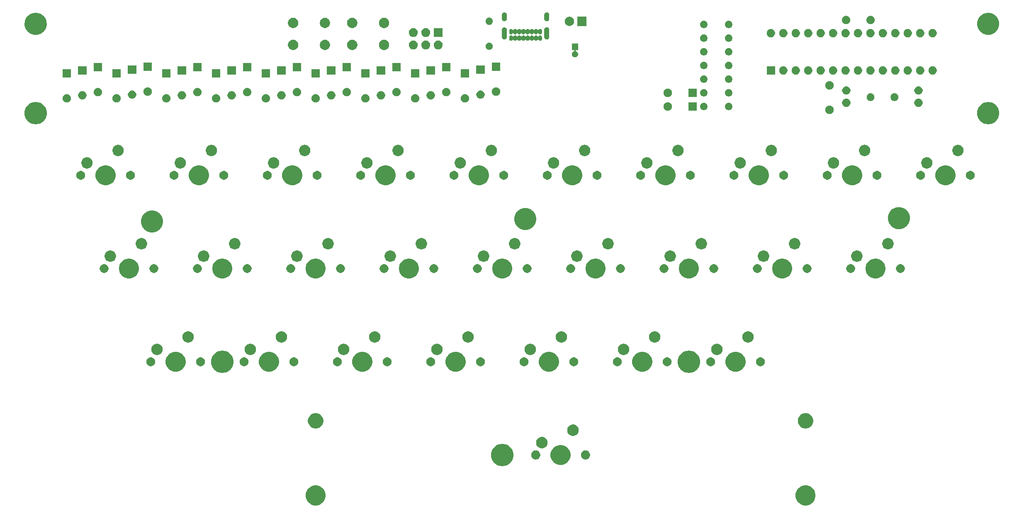
<source format=gbr>
G04 #@! TF.GenerationSoftware,KiCad,Pcbnew,(5.1.5)-3*
G04 #@! TF.CreationDate,2020-07-10T12:31:20-05:00*
G04 #@! TF.ProjectId,masochist,6d61736f-6368-4697-9374-2e6b69636164,rev?*
G04 #@! TF.SameCoordinates,Original*
G04 #@! TF.FileFunction,Soldermask,Bot*
G04 #@! TF.FilePolarity,Negative*
%FSLAX46Y46*%
G04 Gerber Fmt 4.6, Leading zero omitted, Abs format (unit mm)*
G04 Created by KiCad (PCBNEW (5.1.5)-3) date 2020-07-10 12:31:20*
%MOMM*%
%LPD*%
G04 APERTURE LIST*
%ADD10C,0.100000*%
G04 APERTURE END LIST*
D10*
G36*
X221252624Y-129319934D02*
G01*
X221470624Y-129410233D01*
X221624773Y-129474083D01*
X221959698Y-129697873D01*
X222244527Y-129982702D01*
X222468317Y-130317627D01*
X222468317Y-130317628D01*
X222622466Y-130689776D01*
X222701050Y-131084844D01*
X222701050Y-131487656D01*
X222622466Y-131882724D01*
X222532167Y-132100724D01*
X222468317Y-132254873D01*
X222244527Y-132589798D01*
X221959698Y-132874627D01*
X221624773Y-133098417D01*
X221470624Y-133162267D01*
X221252624Y-133252566D01*
X220857556Y-133331150D01*
X220454744Y-133331150D01*
X220059676Y-133252566D01*
X219841676Y-133162267D01*
X219687527Y-133098417D01*
X219352602Y-132874627D01*
X219067773Y-132589798D01*
X218843983Y-132254873D01*
X218780133Y-132100724D01*
X218689834Y-131882724D01*
X218611250Y-131487656D01*
X218611250Y-131084844D01*
X218689834Y-130689776D01*
X218843983Y-130317628D01*
X218843983Y-130317627D01*
X219067773Y-129982702D01*
X219352602Y-129697873D01*
X219687527Y-129474083D01*
X219841676Y-129410233D01*
X220059676Y-129319934D01*
X220454744Y-129241350D01*
X220857556Y-129241350D01*
X221252624Y-129319934D01*
G37*
G36*
X121252824Y-129319934D02*
G01*
X121470824Y-129410233D01*
X121624973Y-129474083D01*
X121959898Y-129697873D01*
X122244727Y-129982702D01*
X122468517Y-130317627D01*
X122468517Y-130317628D01*
X122622666Y-130689776D01*
X122701250Y-131084844D01*
X122701250Y-131487656D01*
X122622666Y-131882724D01*
X122532367Y-132100724D01*
X122468517Y-132254873D01*
X122244727Y-132589798D01*
X121959898Y-132874627D01*
X121624973Y-133098417D01*
X121470824Y-133162267D01*
X121252824Y-133252566D01*
X120857756Y-133331150D01*
X120454944Y-133331150D01*
X120059876Y-133252566D01*
X119841876Y-133162267D01*
X119687727Y-133098417D01*
X119352802Y-132874627D01*
X119067973Y-132589798D01*
X118844183Y-132254873D01*
X118780333Y-132100724D01*
X118690034Y-131882724D01*
X118611450Y-131487656D01*
X118611450Y-131084844D01*
X118690034Y-130689776D01*
X118844183Y-130317628D01*
X118844183Y-130317627D01*
X119067973Y-129982702D01*
X119352802Y-129697873D01*
X119687727Y-129474083D01*
X119841876Y-129410233D01*
X120059876Y-129319934D01*
X120454944Y-129241350D01*
X120857756Y-129241350D01*
X121252824Y-129319934D01*
G37*
G36*
X159025880Y-120791026D02*
G01*
X159406593Y-120866754D01*
X159816249Y-121036439D01*
X160184929Y-121282784D01*
X160498466Y-121596321D01*
X160744811Y-121965001D01*
X160914496Y-122374657D01*
X161001000Y-122809546D01*
X161001000Y-123252954D01*
X160914496Y-123687843D01*
X160744811Y-124097499D01*
X160498466Y-124466179D01*
X160184929Y-124779716D01*
X159816249Y-125026061D01*
X159406593Y-125195746D01*
X159025880Y-125271474D01*
X158971705Y-125282250D01*
X158528295Y-125282250D01*
X158474120Y-125271474D01*
X158093407Y-125195746D01*
X157683751Y-125026061D01*
X157315071Y-124779716D01*
X157001534Y-124466179D01*
X156755189Y-124097499D01*
X156585504Y-123687843D01*
X156499000Y-123252954D01*
X156499000Y-122809546D01*
X156585504Y-122374657D01*
X156755189Y-121965001D01*
X157001534Y-121596321D01*
X157315071Y-121282784D01*
X157683751Y-121036439D01*
X158093407Y-120866754D01*
X158474120Y-120791026D01*
X158528295Y-120780250D01*
X158971705Y-120780250D01*
X159025880Y-120791026D01*
G37*
G36*
X171252724Y-121064934D02*
G01*
X171470724Y-121155233D01*
X171624873Y-121219083D01*
X171959798Y-121442873D01*
X172244627Y-121727702D01*
X172468417Y-122062627D01*
X172500812Y-122140836D01*
X172622566Y-122434776D01*
X172701150Y-122829844D01*
X172701150Y-123232656D01*
X172622566Y-123627724D01*
X172571701Y-123750522D01*
X172468417Y-123999873D01*
X172244627Y-124334798D01*
X171959798Y-124619627D01*
X171624873Y-124843417D01*
X171470724Y-124907267D01*
X171252724Y-124997566D01*
X170857656Y-125076150D01*
X170454844Y-125076150D01*
X170059776Y-124997566D01*
X169841776Y-124907267D01*
X169687627Y-124843417D01*
X169352702Y-124619627D01*
X169067873Y-124334798D01*
X168844083Y-123999873D01*
X168740799Y-123750522D01*
X168689934Y-123627724D01*
X168611350Y-123232656D01*
X168611350Y-122829844D01*
X168689934Y-122434776D01*
X168811688Y-122140836D01*
X168844083Y-122062627D01*
X169067873Y-121727702D01*
X169352702Y-121442873D01*
X169687627Y-121219083D01*
X169841776Y-121155233D01*
X170059776Y-121064934D01*
X170454844Y-120986350D01*
X170857656Y-120986350D01*
X171252724Y-121064934D01*
G37*
G36*
X165846354Y-122140835D02*
G01*
X166014876Y-122210639D01*
X166166541Y-122311978D01*
X166295522Y-122440959D01*
X166396861Y-122592624D01*
X166466665Y-122761146D01*
X166502250Y-122940047D01*
X166502250Y-123122453D01*
X166466665Y-123301354D01*
X166396861Y-123469876D01*
X166295522Y-123621541D01*
X166166541Y-123750522D01*
X166014876Y-123851861D01*
X165846354Y-123921665D01*
X165667453Y-123957250D01*
X165485047Y-123957250D01*
X165306146Y-123921665D01*
X165137624Y-123851861D01*
X164985959Y-123750522D01*
X164856978Y-123621541D01*
X164755639Y-123469876D01*
X164685835Y-123301354D01*
X164650250Y-123122453D01*
X164650250Y-122940047D01*
X164685835Y-122761146D01*
X164755639Y-122592624D01*
X164856978Y-122440959D01*
X164985959Y-122311978D01*
X165137624Y-122210639D01*
X165306146Y-122140835D01*
X165485047Y-122105250D01*
X165667453Y-122105250D01*
X165846354Y-122140835D01*
G37*
G36*
X176006354Y-122140835D02*
G01*
X176174876Y-122210639D01*
X176326541Y-122311978D01*
X176455522Y-122440959D01*
X176556861Y-122592624D01*
X176626665Y-122761146D01*
X176662250Y-122940047D01*
X176662250Y-123122453D01*
X176626665Y-123301354D01*
X176556861Y-123469876D01*
X176455522Y-123621541D01*
X176326541Y-123750522D01*
X176174876Y-123851861D01*
X176006354Y-123921665D01*
X175827453Y-123957250D01*
X175645047Y-123957250D01*
X175466146Y-123921665D01*
X175297624Y-123851861D01*
X175145959Y-123750522D01*
X175016978Y-123621541D01*
X174915639Y-123469876D01*
X174845835Y-123301354D01*
X174810250Y-123122453D01*
X174810250Y-122940047D01*
X174845835Y-122761146D01*
X174915639Y-122592624D01*
X175016978Y-122440959D01*
X175145959Y-122311978D01*
X175297624Y-122210639D01*
X175466146Y-122140835D01*
X175645047Y-122105250D01*
X175827453Y-122105250D01*
X176006354Y-122140835D01*
G37*
G36*
X167037810Y-119330314D02*
G01*
X167189277Y-119360443D01*
X167403295Y-119449092D01*
X167403296Y-119449093D01*
X167595904Y-119577789D01*
X167759711Y-119741596D01*
X167845508Y-119870001D01*
X167888408Y-119934205D01*
X167977057Y-120148223D01*
X168022250Y-120375424D01*
X168022250Y-120607076D01*
X167977057Y-120834277D01*
X167888408Y-121048295D01*
X167888407Y-121048296D01*
X167759711Y-121240904D01*
X167595904Y-121404711D01*
X167538790Y-121442873D01*
X167403295Y-121533408D01*
X167189277Y-121622057D01*
X167037810Y-121652186D01*
X166962077Y-121667250D01*
X166730423Y-121667250D01*
X166654690Y-121652186D01*
X166503223Y-121622057D01*
X166289205Y-121533408D01*
X166153710Y-121442873D01*
X166096596Y-121404711D01*
X165932789Y-121240904D01*
X165804093Y-121048296D01*
X165804092Y-121048295D01*
X165715443Y-120834277D01*
X165670250Y-120607076D01*
X165670250Y-120375424D01*
X165715443Y-120148223D01*
X165804092Y-119934205D01*
X165846992Y-119870001D01*
X165932789Y-119741596D01*
X166096596Y-119577789D01*
X166289204Y-119449093D01*
X166289205Y-119449092D01*
X166503223Y-119360443D01*
X166654690Y-119330314D01*
X166730423Y-119315250D01*
X166962077Y-119315250D01*
X167037810Y-119330314D01*
G37*
G36*
X173387810Y-116790314D02*
G01*
X173539277Y-116820443D01*
X173753295Y-116909092D01*
X173753296Y-116909093D01*
X173945904Y-117037789D01*
X174109711Y-117201596D01*
X174195508Y-117330001D01*
X174238408Y-117394205D01*
X174327057Y-117608223D01*
X174372250Y-117835424D01*
X174372250Y-118067076D01*
X174327057Y-118294277D01*
X174238408Y-118508295D01*
X174238407Y-118508296D01*
X174109711Y-118700904D01*
X173945904Y-118864711D01*
X173817499Y-118950508D01*
X173753295Y-118993408D01*
X173539277Y-119082057D01*
X173387810Y-119112186D01*
X173312077Y-119127250D01*
X173080423Y-119127250D01*
X173004690Y-119112186D01*
X172853223Y-119082057D01*
X172639205Y-118993408D01*
X172575001Y-118950508D01*
X172446596Y-118864711D01*
X172282789Y-118700904D01*
X172154093Y-118508296D01*
X172154092Y-118508295D01*
X172065443Y-118294277D01*
X172020250Y-118067076D01*
X172020250Y-117835424D01*
X172065443Y-117608223D01*
X172154092Y-117394205D01*
X172196992Y-117330001D01*
X172282789Y-117201596D01*
X172446596Y-117037789D01*
X172639204Y-116909093D01*
X172639205Y-116909092D01*
X172853223Y-116820443D01*
X173004690Y-116790314D01*
X173080423Y-116775250D01*
X173312077Y-116775250D01*
X173387810Y-116790314D01*
G37*
G36*
X120963617Y-114501513D02*
G01*
X121115761Y-114531776D01*
X121234487Y-114580954D01*
X121402391Y-114650502D01*
X121402392Y-114650503D01*
X121660354Y-114822867D01*
X121879733Y-115042246D01*
X121994903Y-115214611D01*
X122052098Y-115300209D01*
X122170824Y-115586840D01*
X122231350Y-115891125D01*
X122231350Y-116201375D01*
X122170824Y-116505660D01*
X122052098Y-116792291D01*
X122052097Y-116792292D01*
X121879733Y-117050254D01*
X121660354Y-117269633D01*
X121487989Y-117384803D01*
X121402391Y-117441998D01*
X121234487Y-117511546D01*
X121115761Y-117560724D01*
X120811475Y-117621250D01*
X120501225Y-117621250D01*
X120196939Y-117560724D01*
X120078213Y-117511546D01*
X119910309Y-117441998D01*
X119824711Y-117384803D01*
X119652346Y-117269633D01*
X119432967Y-117050254D01*
X119260603Y-116792292D01*
X119260602Y-116792291D01*
X119141876Y-116505660D01*
X119081350Y-116201375D01*
X119081350Y-115891125D01*
X119141876Y-115586840D01*
X119260602Y-115300209D01*
X119317797Y-115214611D01*
X119432967Y-115042246D01*
X119652346Y-114822867D01*
X119910308Y-114650503D01*
X119910309Y-114650502D01*
X120078213Y-114580954D01*
X120196939Y-114531776D01*
X120349083Y-114501513D01*
X120501225Y-114471250D01*
X120811475Y-114471250D01*
X120963617Y-114501513D01*
G37*
G36*
X220963417Y-114501513D02*
G01*
X221115561Y-114531776D01*
X221234287Y-114580954D01*
X221402191Y-114650502D01*
X221402192Y-114650503D01*
X221660154Y-114822867D01*
X221879533Y-115042246D01*
X221994703Y-115214611D01*
X222051898Y-115300209D01*
X222170624Y-115586840D01*
X222231150Y-115891125D01*
X222231150Y-116201375D01*
X222170624Y-116505660D01*
X222051898Y-116792291D01*
X222051897Y-116792292D01*
X221879533Y-117050254D01*
X221660154Y-117269633D01*
X221487789Y-117384803D01*
X221402191Y-117441998D01*
X221234287Y-117511546D01*
X221115561Y-117560724D01*
X220811275Y-117621250D01*
X220501025Y-117621250D01*
X220196739Y-117560724D01*
X220078013Y-117511546D01*
X219910109Y-117441998D01*
X219824511Y-117384803D01*
X219652146Y-117269633D01*
X219432767Y-117050254D01*
X219260403Y-116792292D01*
X219260402Y-116792291D01*
X219141676Y-116505660D01*
X219081150Y-116201375D01*
X219081150Y-115891125D01*
X219141676Y-115586840D01*
X219260402Y-115300209D01*
X219317597Y-115214611D01*
X219432767Y-115042246D01*
X219652146Y-114822867D01*
X219910108Y-114650503D01*
X219910109Y-114650502D01*
X220078013Y-114580954D01*
X220196739Y-114531776D01*
X220348883Y-114501513D01*
X220501025Y-114471250D01*
X220811275Y-114471250D01*
X220963417Y-114501513D01*
G37*
G36*
X101875880Y-101741026D02*
G01*
X102256593Y-101816754D01*
X102666249Y-101986439D01*
X103034929Y-102232784D01*
X103348466Y-102546321D01*
X103594811Y-102915001D01*
X103764496Y-103324657D01*
X103851000Y-103759546D01*
X103851000Y-104202954D01*
X103764496Y-104637843D01*
X103594811Y-105047499D01*
X103348466Y-105416179D01*
X103034929Y-105729716D01*
X102666249Y-105976061D01*
X102256593Y-106145746D01*
X101875880Y-106221474D01*
X101821705Y-106232250D01*
X101378295Y-106232250D01*
X101324120Y-106221474D01*
X100943407Y-106145746D01*
X100533751Y-105976061D01*
X100165071Y-105729716D01*
X99851534Y-105416179D01*
X99605189Y-105047499D01*
X99435504Y-104637843D01*
X99349000Y-104202954D01*
X99349000Y-103759546D01*
X99435504Y-103324657D01*
X99605189Y-102915001D01*
X99851534Y-102546321D01*
X100165071Y-102232784D01*
X100533751Y-101986439D01*
X100943407Y-101816754D01*
X101324120Y-101741026D01*
X101378295Y-101730250D01*
X101821705Y-101730250D01*
X101875880Y-101741026D01*
G37*
G36*
X197125880Y-101741026D02*
G01*
X197506593Y-101816754D01*
X197916249Y-101986439D01*
X198284929Y-102232784D01*
X198598466Y-102546321D01*
X198844811Y-102915001D01*
X199014496Y-103324657D01*
X199101000Y-103759546D01*
X199101000Y-104202954D01*
X199014496Y-104637843D01*
X198844811Y-105047499D01*
X198598466Y-105416179D01*
X198284929Y-105729716D01*
X197916249Y-105976061D01*
X197506593Y-106145746D01*
X197125880Y-106221474D01*
X197071705Y-106232250D01*
X196628295Y-106232250D01*
X196574120Y-106221474D01*
X196193407Y-106145746D01*
X195783751Y-105976061D01*
X195415071Y-105729716D01*
X195101534Y-105416179D01*
X194855189Y-105047499D01*
X194685504Y-104637843D01*
X194599000Y-104202954D01*
X194599000Y-103759546D01*
X194685504Y-103324657D01*
X194855189Y-102915001D01*
X195101534Y-102546321D01*
X195415071Y-102232784D01*
X195783751Y-101986439D01*
X196193407Y-101816754D01*
X196574120Y-101741026D01*
X196628295Y-101730250D01*
X197071705Y-101730250D01*
X197125880Y-101741026D01*
G37*
G36*
X130773254Y-102009068D02*
G01*
X131146511Y-102163676D01*
X131146513Y-102163677D01*
X131482436Y-102388134D01*
X131768116Y-102673814D01*
X131992574Y-103009739D01*
X132147182Y-103382996D01*
X132226000Y-103779243D01*
X132226000Y-104183257D01*
X132147182Y-104579504D01*
X131992574Y-104952761D01*
X131992573Y-104952763D01*
X131768116Y-105288686D01*
X131482436Y-105574366D01*
X131146513Y-105798823D01*
X131146512Y-105798824D01*
X131146511Y-105798824D01*
X130773254Y-105953432D01*
X130377007Y-106032250D01*
X129972993Y-106032250D01*
X129576746Y-105953432D01*
X129203489Y-105798824D01*
X129203488Y-105798824D01*
X129203487Y-105798823D01*
X128867564Y-105574366D01*
X128581884Y-105288686D01*
X128357427Y-104952763D01*
X128357426Y-104952761D01*
X128202818Y-104579504D01*
X128124000Y-104183257D01*
X128124000Y-103779243D01*
X128202818Y-103382996D01*
X128357426Y-103009739D01*
X128581884Y-102673814D01*
X128867564Y-102388134D01*
X129203487Y-102163677D01*
X129203489Y-102163676D01*
X129576746Y-102009068D01*
X129972993Y-101930250D01*
X130377007Y-101930250D01*
X130773254Y-102009068D01*
G37*
G36*
X168873254Y-102009068D02*
G01*
X169246511Y-102163676D01*
X169246513Y-102163677D01*
X169582436Y-102388134D01*
X169868116Y-102673814D01*
X170092574Y-103009739D01*
X170247182Y-103382996D01*
X170326000Y-103779243D01*
X170326000Y-104183257D01*
X170247182Y-104579504D01*
X170092574Y-104952761D01*
X170092573Y-104952763D01*
X169868116Y-105288686D01*
X169582436Y-105574366D01*
X169246513Y-105798823D01*
X169246512Y-105798824D01*
X169246511Y-105798824D01*
X168873254Y-105953432D01*
X168477007Y-106032250D01*
X168072993Y-106032250D01*
X167676746Y-105953432D01*
X167303489Y-105798824D01*
X167303488Y-105798824D01*
X167303487Y-105798823D01*
X166967564Y-105574366D01*
X166681884Y-105288686D01*
X166457427Y-104952763D01*
X166457426Y-104952761D01*
X166302818Y-104579504D01*
X166224000Y-104183257D01*
X166224000Y-103779243D01*
X166302818Y-103382996D01*
X166457426Y-103009739D01*
X166681884Y-102673814D01*
X166967564Y-102388134D01*
X167303487Y-102163677D01*
X167303489Y-102163676D01*
X167676746Y-102009068D01*
X168072993Y-101930250D01*
X168477007Y-101930250D01*
X168873254Y-102009068D01*
G37*
G36*
X111723254Y-102009068D02*
G01*
X112096511Y-102163676D01*
X112096513Y-102163677D01*
X112432436Y-102388134D01*
X112718116Y-102673814D01*
X112942574Y-103009739D01*
X113097182Y-103382996D01*
X113176000Y-103779243D01*
X113176000Y-104183257D01*
X113097182Y-104579504D01*
X112942574Y-104952761D01*
X112942573Y-104952763D01*
X112718116Y-105288686D01*
X112432436Y-105574366D01*
X112096513Y-105798823D01*
X112096512Y-105798824D01*
X112096511Y-105798824D01*
X111723254Y-105953432D01*
X111327007Y-106032250D01*
X110922993Y-106032250D01*
X110526746Y-105953432D01*
X110153489Y-105798824D01*
X110153488Y-105798824D01*
X110153487Y-105798823D01*
X109817564Y-105574366D01*
X109531884Y-105288686D01*
X109307427Y-104952763D01*
X109307426Y-104952761D01*
X109152818Y-104579504D01*
X109074000Y-104183257D01*
X109074000Y-103779243D01*
X109152818Y-103382996D01*
X109307426Y-103009739D01*
X109531884Y-102673814D01*
X109817564Y-102388134D01*
X110153487Y-102163677D01*
X110153489Y-102163676D01*
X110526746Y-102009068D01*
X110922993Y-101930250D01*
X111327007Y-101930250D01*
X111723254Y-102009068D01*
G37*
G36*
X206973254Y-102009068D02*
G01*
X207346511Y-102163676D01*
X207346513Y-102163677D01*
X207682436Y-102388134D01*
X207968116Y-102673814D01*
X208192574Y-103009739D01*
X208347182Y-103382996D01*
X208426000Y-103779243D01*
X208426000Y-104183257D01*
X208347182Y-104579504D01*
X208192574Y-104952761D01*
X208192573Y-104952763D01*
X207968116Y-105288686D01*
X207682436Y-105574366D01*
X207346513Y-105798823D01*
X207346512Y-105798824D01*
X207346511Y-105798824D01*
X206973254Y-105953432D01*
X206577007Y-106032250D01*
X206172993Y-106032250D01*
X205776746Y-105953432D01*
X205403489Y-105798824D01*
X205403488Y-105798824D01*
X205403487Y-105798823D01*
X205067564Y-105574366D01*
X204781884Y-105288686D01*
X204557427Y-104952763D01*
X204557426Y-104952761D01*
X204402818Y-104579504D01*
X204324000Y-104183257D01*
X204324000Y-103779243D01*
X204402818Y-103382996D01*
X204557426Y-103009739D01*
X204781884Y-102673814D01*
X205067564Y-102388134D01*
X205403487Y-102163677D01*
X205403489Y-102163676D01*
X205776746Y-102009068D01*
X206172993Y-101930250D01*
X206577007Y-101930250D01*
X206973254Y-102009068D01*
G37*
G36*
X187923254Y-102009068D02*
G01*
X188296511Y-102163676D01*
X188296513Y-102163677D01*
X188632436Y-102388134D01*
X188918116Y-102673814D01*
X189142574Y-103009739D01*
X189297182Y-103382996D01*
X189376000Y-103779243D01*
X189376000Y-104183257D01*
X189297182Y-104579504D01*
X189142574Y-104952761D01*
X189142573Y-104952763D01*
X188918116Y-105288686D01*
X188632436Y-105574366D01*
X188296513Y-105798823D01*
X188296512Y-105798824D01*
X188296511Y-105798824D01*
X187923254Y-105953432D01*
X187527007Y-106032250D01*
X187122993Y-106032250D01*
X186726746Y-105953432D01*
X186353489Y-105798824D01*
X186353488Y-105798824D01*
X186353487Y-105798823D01*
X186017564Y-105574366D01*
X185731884Y-105288686D01*
X185507427Y-104952763D01*
X185507426Y-104952761D01*
X185352818Y-104579504D01*
X185274000Y-104183257D01*
X185274000Y-103779243D01*
X185352818Y-103382996D01*
X185507426Y-103009739D01*
X185731884Y-102673814D01*
X186017564Y-102388134D01*
X186353487Y-102163677D01*
X186353489Y-102163676D01*
X186726746Y-102009068D01*
X187122993Y-101930250D01*
X187527007Y-101930250D01*
X187923254Y-102009068D01*
G37*
G36*
X92673254Y-102009068D02*
G01*
X93046511Y-102163676D01*
X93046513Y-102163677D01*
X93382436Y-102388134D01*
X93668116Y-102673814D01*
X93892574Y-103009739D01*
X94047182Y-103382996D01*
X94126000Y-103779243D01*
X94126000Y-104183257D01*
X94047182Y-104579504D01*
X93892574Y-104952761D01*
X93892573Y-104952763D01*
X93668116Y-105288686D01*
X93382436Y-105574366D01*
X93046513Y-105798823D01*
X93046512Y-105798824D01*
X93046511Y-105798824D01*
X92673254Y-105953432D01*
X92277007Y-106032250D01*
X91872993Y-106032250D01*
X91476746Y-105953432D01*
X91103489Y-105798824D01*
X91103488Y-105798824D01*
X91103487Y-105798823D01*
X90767564Y-105574366D01*
X90481884Y-105288686D01*
X90257427Y-104952763D01*
X90257426Y-104952761D01*
X90102818Y-104579504D01*
X90024000Y-104183257D01*
X90024000Y-103779243D01*
X90102818Y-103382996D01*
X90257426Y-103009739D01*
X90481884Y-102673814D01*
X90767564Y-102388134D01*
X91103487Y-102163677D01*
X91103489Y-102163676D01*
X91476746Y-102009068D01*
X91872993Y-101930250D01*
X92277007Y-101930250D01*
X92673254Y-102009068D01*
G37*
G36*
X149823254Y-102009068D02*
G01*
X150196511Y-102163676D01*
X150196513Y-102163677D01*
X150532436Y-102388134D01*
X150818116Y-102673814D01*
X151042574Y-103009739D01*
X151197182Y-103382996D01*
X151276000Y-103779243D01*
X151276000Y-104183257D01*
X151197182Y-104579504D01*
X151042574Y-104952761D01*
X151042573Y-104952763D01*
X150818116Y-105288686D01*
X150532436Y-105574366D01*
X150196513Y-105798823D01*
X150196512Y-105798824D01*
X150196511Y-105798824D01*
X149823254Y-105953432D01*
X149427007Y-106032250D01*
X149022993Y-106032250D01*
X148626746Y-105953432D01*
X148253489Y-105798824D01*
X148253488Y-105798824D01*
X148253487Y-105798823D01*
X147917564Y-105574366D01*
X147631884Y-105288686D01*
X147407427Y-104952763D01*
X147407426Y-104952761D01*
X147252818Y-104579504D01*
X147174000Y-104183257D01*
X147174000Y-103779243D01*
X147252818Y-103382996D01*
X147407426Y-103009739D01*
X147631884Y-102673814D01*
X147917564Y-102388134D01*
X148253487Y-102163677D01*
X148253489Y-102163676D01*
X148626746Y-102009068D01*
X149022993Y-101930250D01*
X149427007Y-101930250D01*
X149823254Y-102009068D01*
G37*
G36*
X125208512Y-103085177D02*
G01*
X125357812Y-103114874D01*
X125521784Y-103182794D01*
X125669354Y-103281397D01*
X125794853Y-103406896D01*
X125893456Y-103554466D01*
X125961376Y-103718438D01*
X125996000Y-103892509D01*
X125996000Y-104069991D01*
X125961376Y-104244062D01*
X125893456Y-104408034D01*
X125794853Y-104555604D01*
X125669354Y-104681103D01*
X125521784Y-104779706D01*
X125357812Y-104847626D01*
X125208512Y-104877323D01*
X125183742Y-104882250D01*
X125006258Y-104882250D01*
X124981488Y-104877323D01*
X124832188Y-104847626D01*
X124668216Y-104779706D01*
X124520646Y-104681103D01*
X124395147Y-104555604D01*
X124296544Y-104408034D01*
X124228624Y-104244062D01*
X124194000Y-104069991D01*
X124194000Y-103892509D01*
X124228624Y-103718438D01*
X124296544Y-103554466D01*
X124395147Y-103406896D01*
X124520646Y-103281397D01*
X124668216Y-103182794D01*
X124832188Y-103114874D01*
X124981488Y-103085177D01*
X125006258Y-103080250D01*
X125183742Y-103080250D01*
X125208512Y-103085177D01*
G37*
G36*
X211568512Y-103085177D02*
G01*
X211717812Y-103114874D01*
X211881784Y-103182794D01*
X212029354Y-103281397D01*
X212154853Y-103406896D01*
X212253456Y-103554466D01*
X212321376Y-103718438D01*
X212356000Y-103892509D01*
X212356000Y-104069991D01*
X212321376Y-104244062D01*
X212253456Y-104408034D01*
X212154853Y-104555604D01*
X212029354Y-104681103D01*
X211881784Y-104779706D01*
X211717812Y-104847626D01*
X211568512Y-104877323D01*
X211543742Y-104882250D01*
X211366258Y-104882250D01*
X211341488Y-104877323D01*
X211192188Y-104847626D01*
X211028216Y-104779706D01*
X210880646Y-104681103D01*
X210755147Y-104555604D01*
X210656544Y-104408034D01*
X210588624Y-104244062D01*
X210554000Y-104069991D01*
X210554000Y-103892509D01*
X210588624Y-103718438D01*
X210656544Y-103554466D01*
X210755147Y-103406896D01*
X210880646Y-103281397D01*
X211028216Y-103182794D01*
X211192188Y-103114874D01*
X211341488Y-103085177D01*
X211366258Y-103080250D01*
X211543742Y-103080250D01*
X211568512Y-103085177D01*
G37*
G36*
X201408512Y-103085177D02*
G01*
X201557812Y-103114874D01*
X201721784Y-103182794D01*
X201869354Y-103281397D01*
X201994853Y-103406896D01*
X202093456Y-103554466D01*
X202161376Y-103718438D01*
X202196000Y-103892509D01*
X202196000Y-104069991D01*
X202161376Y-104244062D01*
X202093456Y-104408034D01*
X201994853Y-104555604D01*
X201869354Y-104681103D01*
X201721784Y-104779706D01*
X201557812Y-104847626D01*
X201408512Y-104877323D01*
X201383742Y-104882250D01*
X201206258Y-104882250D01*
X201181488Y-104877323D01*
X201032188Y-104847626D01*
X200868216Y-104779706D01*
X200720646Y-104681103D01*
X200595147Y-104555604D01*
X200496544Y-104408034D01*
X200428624Y-104244062D01*
X200394000Y-104069991D01*
X200394000Y-103892509D01*
X200428624Y-103718438D01*
X200496544Y-103554466D01*
X200595147Y-103406896D01*
X200720646Y-103281397D01*
X200868216Y-103182794D01*
X201032188Y-103114874D01*
X201181488Y-103085177D01*
X201206258Y-103080250D01*
X201383742Y-103080250D01*
X201408512Y-103085177D01*
G37*
G36*
X192518512Y-103085177D02*
G01*
X192667812Y-103114874D01*
X192831784Y-103182794D01*
X192979354Y-103281397D01*
X193104853Y-103406896D01*
X193203456Y-103554466D01*
X193271376Y-103718438D01*
X193306000Y-103892509D01*
X193306000Y-104069991D01*
X193271376Y-104244062D01*
X193203456Y-104408034D01*
X193104853Y-104555604D01*
X192979354Y-104681103D01*
X192831784Y-104779706D01*
X192667812Y-104847626D01*
X192518512Y-104877323D01*
X192493742Y-104882250D01*
X192316258Y-104882250D01*
X192291488Y-104877323D01*
X192142188Y-104847626D01*
X191978216Y-104779706D01*
X191830646Y-104681103D01*
X191705147Y-104555604D01*
X191606544Y-104408034D01*
X191538624Y-104244062D01*
X191504000Y-104069991D01*
X191504000Y-103892509D01*
X191538624Y-103718438D01*
X191606544Y-103554466D01*
X191705147Y-103406896D01*
X191830646Y-103281397D01*
X191978216Y-103182794D01*
X192142188Y-103114874D01*
X192291488Y-103085177D01*
X192316258Y-103080250D01*
X192493742Y-103080250D01*
X192518512Y-103085177D01*
G37*
G36*
X135368512Y-103085177D02*
G01*
X135517812Y-103114874D01*
X135681784Y-103182794D01*
X135829354Y-103281397D01*
X135954853Y-103406896D01*
X136053456Y-103554466D01*
X136121376Y-103718438D01*
X136156000Y-103892509D01*
X136156000Y-104069991D01*
X136121376Y-104244062D01*
X136053456Y-104408034D01*
X135954853Y-104555604D01*
X135829354Y-104681103D01*
X135681784Y-104779706D01*
X135517812Y-104847626D01*
X135368512Y-104877323D01*
X135343742Y-104882250D01*
X135166258Y-104882250D01*
X135141488Y-104877323D01*
X134992188Y-104847626D01*
X134828216Y-104779706D01*
X134680646Y-104681103D01*
X134555147Y-104555604D01*
X134456544Y-104408034D01*
X134388624Y-104244062D01*
X134354000Y-104069991D01*
X134354000Y-103892509D01*
X134388624Y-103718438D01*
X134456544Y-103554466D01*
X134555147Y-103406896D01*
X134680646Y-103281397D01*
X134828216Y-103182794D01*
X134992188Y-103114874D01*
X135141488Y-103085177D01*
X135166258Y-103080250D01*
X135343742Y-103080250D01*
X135368512Y-103085177D01*
G37*
G36*
X163308512Y-103085177D02*
G01*
X163457812Y-103114874D01*
X163621784Y-103182794D01*
X163769354Y-103281397D01*
X163894853Y-103406896D01*
X163993456Y-103554466D01*
X164061376Y-103718438D01*
X164096000Y-103892509D01*
X164096000Y-104069991D01*
X164061376Y-104244062D01*
X163993456Y-104408034D01*
X163894853Y-104555604D01*
X163769354Y-104681103D01*
X163621784Y-104779706D01*
X163457812Y-104847626D01*
X163308512Y-104877323D01*
X163283742Y-104882250D01*
X163106258Y-104882250D01*
X163081488Y-104877323D01*
X162932188Y-104847626D01*
X162768216Y-104779706D01*
X162620646Y-104681103D01*
X162495147Y-104555604D01*
X162396544Y-104408034D01*
X162328624Y-104244062D01*
X162294000Y-104069991D01*
X162294000Y-103892509D01*
X162328624Y-103718438D01*
X162396544Y-103554466D01*
X162495147Y-103406896D01*
X162620646Y-103281397D01*
X162768216Y-103182794D01*
X162932188Y-103114874D01*
X163081488Y-103085177D01*
X163106258Y-103080250D01*
X163283742Y-103080250D01*
X163308512Y-103085177D01*
G37*
G36*
X87108512Y-103085177D02*
G01*
X87257812Y-103114874D01*
X87421784Y-103182794D01*
X87569354Y-103281397D01*
X87694853Y-103406896D01*
X87793456Y-103554466D01*
X87861376Y-103718438D01*
X87896000Y-103892509D01*
X87896000Y-104069991D01*
X87861376Y-104244062D01*
X87793456Y-104408034D01*
X87694853Y-104555604D01*
X87569354Y-104681103D01*
X87421784Y-104779706D01*
X87257812Y-104847626D01*
X87108512Y-104877323D01*
X87083742Y-104882250D01*
X86906258Y-104882250D01*
X86881488Y-104877323D01*
X86732188Y-104847626D01*
X86568216Y-104779706D01*
X86420646Y-104681103D01*
X86295147Y-104555604D01*
X86196544Y-104408034D01*
X86128624Y-104244062D01*
X86094000Y-104069991D01*
X86094000Y-103892509D01*
X86128624Y-103718438D01*
X86196544Y-103554466D01*
X86295147Y-103406896D01*
X86420646Y-103281397D01*
X86568216Y-103182794D01*
X86732188Y-103114874D01*
X86881488Y-103085177D01*
X86906258Y-103080250D01*
X87083742Y-103080250D01*
X87108512Y-103085177D01*
G37*
G36*
X97268512Y-103085177D02*
G01*
X97417812Y-103114874D01*
X97581784Y-103182794D01*
X97729354Y-103281397D01*
X97854853Y-103406896D01*
X97953456Y-103554466D01*
X98021376Y-103718438D01*
X98056000Y-103892509D01*
X98056000Y-104069991D01*
X98021376Y-104244062D01*
X97953456Y-104408034D01*
X97854853Y-104555604D01*
X97729354Y-104681103D01*
X97581784Y-104779706D01*
X97417812Y-104847626D01*
X97268512Y-104877323D01*
X97243742Y-104882250D01*
X97066258Y-104882250D01*
X97041488Y-104877323D01*
X96892188Y-104847626D01*
X96728216Y-104779706D01*
X96580646Y-104681103D01*
X96455147Y-104555604D01*
X96356544Y-104408034D01*
X96288624Y-104244062D01*
X96254000Y-104069991D01*
X96254000Y-103892509D01*
X96288624Y-103718438D01*
X96356544Y-103554466D01*
X96455147Y-103406896D01*
X96580646Y-103281397D01*
X96728216Y-103182794D01*
X96892188Y-103114874D01*
X97041488Y-103085177D01*
X97066258Y-103080250D01*
X97243742Y-103080250D01*
X97268512Y-103085177D01*
G37*
G36*
X173468512Y-103085177D02*
G01*
X173617812Y-103114874D01*
X173781784Y-103182794D01*
X173929354Y-103281397D01*
X174054853Y-103406896D01*
X174153456Y-103554466D01*
X174221376Y-103718438D01*
X174256000Y-103892509D01*
X174256000Y-104069991D01*
X174221376Y-104244062D01*
X174153456Y-104408034D01*
X174054853Y-104555604D01*
X173929354Y-104681103D01*
X173781784Y-104779706D01*
X173617812Y-104847626D01*
X173468512Y-104877323D01*
X173443742Y-104882250D01*
X173266258Y-104882250D01*
X173241488Y-104877323D01*
X173092188Y-104847626D01*
X172928216Y-104779706D01*
X172780646Y-104681103D01*
X172655147Y-104555604D01*
X172556544Y-104408034D01*
X172488624Y-104244062D01*
X172454000Y-104069991D01*
X172454000Y-103892509D01*
X172488624Y-103718438D01*
X172556544Y-103554466D01*
X172655147Y-103406896D01*
X172780646Y-103281397D01*
X172928216Y-103182794D01*
X173092188Y-103114874D01*
X173241488Y-103085177D01*
X173266258Y-103080250D01*
X173443742Y-103080250D01*
X173468512Y-103085177D01*
G37*
G36*
X106158512Y-103085177D02*
G01*
X106307812Y-103114874D01*
X106471784Y-103182794D01*
X106619354Y-103281397D01*
X106744853Y-103406896D01*
X106843456Y-103554466D01*
X106911376Y-103718438D01*
X106946000Y-103892509D01*
X106946000Y-104069991D01*
X106911376Y-104244062D01*
X106843456Y-104408034D01*
X106744853Y-104555604D01*
X106619354Y-104681103D01*
X106471784Y-104779706D01*
X106307812Y-104847626D01*
X106158512Y-104877323D01*
X106133742Y-104882250D01*
X105956258Y-104882250D01*
X105931488Y-104877323D01*
X105782188Y-104847626D01*
X105618216Y-104779706D01*
X105470646Y-104681103D01*
X105345147Y-104555604D01*
X105246544Y-104408034D01*
X105178624Y-104244062D01*
X105144000Y-104069991D01*
X105144000Y-103892509D01*
X105178624Y-103718438D01*
X105246544Y-103554466D01*
X105345147Y-103406896D01*
X105470646Y-103281397D01*
X105618216Y-103182794D01*
X105782188Y-103114874D01*
X105931488Y-103085177D01*
X105956258Y-103080250D01*
X106133742Y-103080250D01*
X106158512Y-103085177D01*
G37*
G36*
X116318512Y-103085177D02*
G01*
X116467812Y-103114874D01*
X116631784Y-103182794D01*
X116779354Y-103281397D01*
X116904853Y-103406896D01*
X117003456Y-103554466D01*
X117071376Y-103718438D01*
X117106000Y-103892509D01*
X117106000Y-104069991D01*
X117071376Y-104244062D01*
X117003456Y-104408034D01*
X116904853Y-104555604D01*
X116779354Y-104681103D01*
X116631784Y-104779706D01*
X116467812Y-104847626D01*
X116318512Y-104877323D01*
X116293742Y-104882250D01*
X116116258Y-104882250D01*
X116091488Y-104877323D01*
X115942188Y-104847626D01*
X115778216Y-104779706D01*
X115630646Y-104681103D01*
X115505147Y-104555604D01*
X115406544Y-104408034D01*
X115338624Y-104244062D01*
X115304000Y-104069991D01*
X115304000Y-103892509D01*
X115338624Y-103718438D01*
X115406544Y-103554466D01*
X115505147Y-103406896D01*
X115630646Y-103281397D01*
X115778216Y-103182794D01*
X115942188Y-103114874D01*
X116091488Y-103085177D01*
X116116258Y-103080250D01*
X116293742Y-103080250D01*
X116318512Y-103085177D01*
G37*
G36*
X144258512Y-103085177D02*
G01*
X144407812Y-103114874D01*
X144571784Y-103182794D01*
X144719354Y-103281397D01*
X144844853Y-103406896D01*
X144943456Y-103554466D01*
X145011376Y-103718438D01*
X145046000Y-103892509D01*
X145046000Y-104069991D01*
X145011376Y-104244062D01*
X144943456Y-104408034D01*
X144844853Y-104555604D01*
X144719354Y-104681103D01*
X144571784Y-104779706D01*
X144407812Y-104847626D01*
X144258512Y-104877323D01*
X144233742Y-104882250D01*
X144056258Y-104882250D01*
X144031488Y-104877323D01*
X143882188Y-104847626D01*
X143718216Y-104779706D01*
X143570646Y-104681103D01*
X143445147Y-104555604D01*
X143346544Y-104408034D01*
X143278624Y-104244062D01*
X143244000Y-104069991D01*
X143244000Y-103892509D01*
X143278624Y-103718438D01*
X143346544Y-103554466D01*
X143445147Y-103406896D01*
X143570646Y-103281397D01*
X143718216Y-103182794D01*
X143882188Y-103114874D01*
X144031488Y-103085177D01*
X144056258Y-103080250D01*
X144233742Y-103080250D01*
X144258512Y-103085177D01*
G37*
G36*
X182358512Y-103085177D02*
G01*
X182507812Y-103114874D01*
X182671784Y-103182794D01*
X182819354Y-103281397D01*
X182944853Y-103406896D01*
X183043456Y-103554466D01*
X183111376Y-103718438D01*
X183146000Y-103892509D01*
X183146000Y-104069991D01*
X183111376Y-104244062D01*
X183043456Y-104408034D01*
X182944853Y-104555604D01*
X182819354Y-104681103D01*
X182671784Y-104779706D01*
X182507812Y-104847626D01*
X182358512Y-104877323D01*
X182333742Y-104882250D01*
X182156258Y-104882250D01*
X182131488Y-104877323D01*
X181982188Y-104847626D01*
X181818216Y-104779706D01*
X181670646Y-104681103D01*
X181545147Y-104555604D01*
X181446544Y-104408034D01*
X181378624Y-104244062D01*
X181344000Y-104069991D01*
X181344000Y-103892509D01*
X181378624Y-103718438D01*
X181446544Y-103554466D01*
X181545147Y-103406896D01*
X181670646Y-103281397D01*
X181818216Y-103182794D01*
X181982188Y-103114874D01*
X182131488Y-103085177D01*
X182156258Y-103080250D01*
X182333742Y-103080250D01*
X182358512Y-103085177D01*
G37*
G36*
X154418512Y-103085177D02*
G01*
X154567812Y-103114874D01*
X154731784Y-103182794D01*
X154879354Y-103281397D01*
X155004853Y-103406896D01*
X155103456Y-103554466D01*
X155171376Y-103718438D01*
X155206000Y-103892509D01*
X155206000Y-104069991D01*
X155171376Y-104244062D01*
X155103456Y-104408034D01*
X155004853Y-104555604D01*
X154879354Y-104681103D01*
X154731784Y-104779706D01*
X154567812Y-104847626D01*
X154418512Y-104877323D01*
X154393742Y-104882250D01*
X154216258Y-104882250D01*
X154191488Y-104877323D01*
X154042188Y-104847626D01*
X153878216Y-104779706D01*
X153730646Y-104681103D01*
X153605147Y-104555604D01*
X153506544Y-104408034D01*
X153438624Y-104244062D01*
X153404000Y-104069991D01*
X153404000Y-103892509D01*
X153438624Y-103718438D01*
X153506544Y-103554466D01*
X153605147Y-103406896D01*
X153730646Y-103281397D01*
X153878216Y-103182794D01*
X154042188Y-103114874D01*
X154191488Y-103085177D01*
X154216258Y-103080250D01*
X154393742Y-103080250D01*
X154418512Y-103085177D01*
G37*
G36*
X126589549Y-100312366D02*
G01*
X126700734Y-100334482D01*
X126910203Y-100421247D01*
X127098720Y-100547210D01*
X127259040Y-100707530D01*
X127385003Y-100896047D01*
X127471768Y-101105516D01*
X127516000Y-101327886D01*
X127516000Y-101554614D01*
X127471768Y-101776984D01*
X127385003Y-101986453D01*
X127259040Y-102174970D01*
X127098720Y-102335290D01*
X126910203Y-102461253D01*
X126700734Y-102548018D01*
X126589549Y-102570134D01*
X126478365Y-102592250D01*
X126251635Y-102592250D01*
X126140451Y-102570134D01*
X126029266Y-102548018D01*
X125819797Y-102461253D01*
X125631280Y-102335290D01*
X125470960Y-102174970D01*
X125344997Y-101986453D01*
X125258232Y-101776984D01*
X125214000Y-101554614D01*
X125214000Y-101327886D01*
X125258232Y-101105516D01*
X125344997Y-100896047D01*
X125470960Y-100707530D01*
X125631280Y-100547210D01*
X125819797Y-100421247D01*
X126029266Y-100334482D01*
X126140451Y-100312366D01*
X126251635Y-100290250D01*
X126478365Y-100290250D01*
X126589549Y-100312366D01*
G37*
G36*
X183739549Y-100312366D02*
G01*
X183850734Y-100334482D01*
X184060203Y-100421247D01*
X184248720Y-100547210D01*
X184409040Y-100707530D01*
X184535003Y-100896047D01*
X184621768Y-101105516D01*
X184666000Y-101327886D01*
X184666000Y-101554614D01*
X184621768Y-101776984D01*
X184535003Y-101986453D01*
X184409040Y-102174970D01*
X184248720Y-102335290D01*
X184060203Y-102461253D01*
X183850734Y-102548018D01*
X183739549Y-102570134D01*
X183628365Y-102592250D01*
X183401635Y-102592250D01*
X183290451Y-102570134D01*
X183179266Y-102548018D01*
X182969797Y-102461253D01*
X182781280Y-102335290D01*
X182620960Y-102174970D01*
X182494997Y-101986453D01*
X182408232Y-101776984D01*
X182364000Y-101554614D01*
X182364000Y-101327886D01*
X182408232Y-101105516D01*
X182494997Y-100896047D01*
X182620960Y-100707530D01*
X182781280Y-100547210D01*
X182969797Y-100421247D01*
X183179266Y-100334482D01*
X183290451Y-100312366D01*
X183401635Y-100290250D01*
X183628365Y-100290250D01*
X183739549Y-100312366D01*
G37*
G36*
X145639549Y-100312366D02*
G01*
X145750734Y-100334482D01*
X145960203Y-100421247D01*
X146148720Y-100547210D01*
X146309040Y-100707530D01*
X146435003Y-100896047D01*
X146521768Y-101105516D01*
X146566000Y-101327886D01*
X146566000Y-101554614D01*
X146521768Y-101776984D01*
X146435003Y-101986453D01*
X146309040Y-102174970D01*
X146148720Y-102335290D01*
X145960203Y-102461253D01*
X145750734Y-102548018D01*
X145639549Y-102570134D01*
X145528365Y-102592250D01*
X145301635Y-102592250D01*
X145190451Y-102570134D01*
X145079266Y-102548018D01*
X144869797Y-102461253D01*
X144681280Y-102335290D01*
X144520960Y-102174970D01*
X144394997Y-101986453D01*
X144308232Y-101776984D01*
X144264000Y-101554614D01*
X144264000Y-101327886D01*
X144308232Y-101105516D01*
X144394997Y-100896047D01*
X144520960Y-100707530D01*
X144681280Y-100547210D01*
X144869797Y-100421247D01*
X145079266Y-100334482D01*
X145190451Y-100312366D01*
X145301635Y-100290250D01*
X145528365Y-100290250D01*
X145639549Y-100312366D01*
G37*
G36*
X88489549Y-100312366D02*
G01*
X88600734Y-100334482D01*
X88810203Y-100421247D01*
X88998720Y-100547210D01*
X89159040Y-100707530D01*
X89285003Y-100896047D01*
X89371768Y-101105516D01*
X89416000Y-101327886D01*
X89416000Y-101554614D01*
X89371768Y-101776984D01*
X89285003Y-101986453D01*
X89159040Y-102174970D01*
X88998720Y-102335290D01*
X88810203Y-102461253D01*
X88600734Y-102548018D01*
X88489549Y-102570134D01*
X88378365Y-102592250D01*
X88151635Y-102592250D01*
X88040451Y-102570134D01*
X87929266Y-102548018D01*
X87719797Y-102461253D01*
X87531280Y-102335290D01*
X87370960Y-102174970D01*
X87244997Y-101986453D01*
X87158232Y-101776984D01*
X87114000Y-101554614D01*
X87114000Y-101327886D01*
X87158232Y-101105516D01*
X87244997Y-100896047D01*
X87370960Y-100707530D01*
X87531280Y-100547210D01*
X87719797Y-100421247D01*
X87929266Y-100334482D01*
X88040451Y-100312366D01*
X88151635Y-100290250D01*
X88378365Y-100290250D01*
X88489549Y-100312366D01*
G37*
G36*
X164689549Y-100312366D02*
G01*
X164800734Y-100334482D01*
X165010203Y-100421247D01*
X165198720Y-100547210D01*
X165359040Y-100707530D01*
X165485003Y-100896047D01*
X165571768Y-101105516D01*
X165616000Y-101327886D01*
X165616000Y-101554614D01*
X165571768Y-101776984D01*
X165485003Y-101986453D01*
X165359040Y-102174970D01*
X165198720Y-102335290D01*
X165010203Y-102461253D01*
X164800734Y-102548018D01*
X164689549Y-102570134D01*
X164578365Y-102592250D01*
X164351635Y-102592250D01*
X164240451Y-102570134D01*
X164129266Y-102548018D01*
X163919797Y-102461253D01*
X163731280Y-102335290D01*
X163570960Y-102174970D01*
X163444997Y-101986453D01*
X163358232Y-101776984D01*
X163314000Y-101554614D01*
X163314000Y-101327886D01*
X163358232Y-101105516D01*
X163444997Y-100896047D01*
X163570960Y-100707530D01*
X163731280Y-100547210D01*
X163919797Y-100421247D01*
X164129266Y-100334482D01*
X164240451Y-100312366D01*
X164351635Y-100290250D01*
X164578365Y-100290250D01*
X164689549Y-100312366D01*
G37*
G36*
X202789549Y-100312366D02*
G01*
X202900734Y-100334482D01*
X203110203Y-100421247D01*
X203298720Y-100547210D01*
X203459040Y-100707530D01*
X203585003Y-100896047D01*
X203671768Y-101105516D01*
X203716000Y-101327886D01*
X203716000Y-101554614D01*
X203671768Y-101776984D01*
X203585003Y-101986453D01*
X203459040Y-102174970D01*
X203298720Y-102335290D01*
X203110203Y-102461253D01*
X202900734Y-102548018D01*
X202789549Y-102570134D01*
X202678365Y-102592250D01*
X202451635Y-102592250D01*
X202340451Y-102570134D01*
X202229266Y-102548018D01*
X202019797Y-102461253D01*
X201831280Y-102335290D01*
X201670960Y-102174970D01*
X201544997Y-101986453D01*
X201458232Y-101776984D01*
X201414000Y-101554614D01*
X201414000Y-101327886D01*
X201458232Y-101105516D01*
X201544997Y-100896047D01*
X201670960Y-100707530D01*
X201831280Y-100547210D01*
X202019797Y-100421247D01*
X202229266Y-100334482D01*
X202340451Y-100312366D01*
X202451635Y-100290250D01*
X202678365Y-100290250D01*
X202789549Y-100312366D01*
G37*
G36*
X107539549Y-100312366D02*
G01*
X107650734Y-100334482D01*
X107860203Y-100421247D01*
X108048720Y-100547210D01*
X108209040Y-100707530D01*
X108335003Y-100896047D01*
X108421768Y-101105516D01*
X108466000Y-101327886D01*
X108466000Y-101554614D01*
X108421768Y-101776984D01*
X108335003Y-101986453D01*
X108209040Y-102174970D01*
X108048720Y-102335290D01*
X107860203Y-102461253D01*
X107650734Y-102548018D01*
X107539549Y-102570134D01*
X107428365Y-102592250D01*
X107201635Y-102592250D01*
X107090451Y-102570134D01*
X106979266Y-102548018D01*
X106769797Y-102461253D01*
X106581280Y-102335290D01*
X106420960Y-102174970D01*
X106294997Y-101986453D01*
X106208232Y-101776984D01*
X106164000Y-101554614D01*
X106164000Y-101327886D01*
X106208232Y-101105516D01*
X106294997Y-100896047D01*
X106420960Y-100707530D01*
X106581280Y-100547210D01*
X106769797Y-100421247D01*
X106979266Y-100334482D01*
X107090451Y-100312366D01*
X107201635Y-100290250D01*
X107428365Y-100290250D01*
X107539549Y-100312366D01*
G37*
G36*
X113889549Y-97772366D02*
G01*
X114000734Y-97794482D01*
X114210203Y-97881247D01*
X114398720Y-98007210D01*
X114559040Y-98167530D01*
X114685003Y-98356047D01*
X114771768Y-98565516D01*
X114816000Y-98787886D01*
X114816000Y-99014614D01*
X114771768Y-99236984D01*
X114685003Y-99446453D01*
X114559040Y-99634970D01*
X114398720Y-99795290D01*
X114210203Y-99921253D01*
X114000734Y-100008018D01*
X113889549Y-100030134D01*
X113778365Y-100052250D01*
X113551635Y-100052250D01*
X113440451Y-100030134D01*
X113329266Y-100008018D01*
X113119797Y-99921253D01*
X112931280Y-99795290D01*
X112770960Y-99634970D01*
X112644997Y-99446453D01*
X112558232Y-99236984D01*
X112514000Y-99014614D01*
X112514000Y-98787886D01*
X112558232Y-98565516D01*
X112644997Y-98356047D01*
X112770960Y-98167530D01*
X112931280Y-98007210D01*
X113119797Y-97881247D01*
X113329266Y-97794482D01*
X113440451Y-97772366D01*
X113551635Y-97750250D01*
X113778365Y-97750250D01*
X113889549Y-97772366D01*
G37*
G36*
X94839549Y-97772366D02*
G01*
X94950734Y-97794482D01*
X95160203Y-97881247D01*
X95348720Y-98007210D01*
X95509040Y-98167530D01*
X95635003Y-98356047D01*
X95721768Y-98565516D01*
X95766000Y-98787886D01*
X95766000Y-99014614D01*
X95721768Y-99236984D01*
X95635003Y-99446453D01*
X95509040Y-99634970D01*
X95348720Y-99795290D01*
X95160203Y-99921253D01*
X94950734Y-100008018D01*
X94839549Y-100030134D01*
X94728365Y-100052250D01*
X94501635Y-100052250D01*
X94390451Y-100030134D01*
X94279266Y-100008018D01*
X94069797Y-99921253D01*
X93881280Y-99795290D01*
X93720960Y-99634970D01*
X93594997Y-99446453D01*
X93508232Y-99236984D01*
X93464000Y-99014614D01*
X93464000Y-98787886D01*
X93508232Y-98565516D01*
X93594997Y-98356047D01*
X93720960Y-98167530D01*
X93881280Y-98007210D01*
X94069797Y-97881247D01*
X94279266Y-97794482D01*
X94390451Y-97772366D01*
X94501635Y-97750250D01*
X94728365Y-97750250D01*
X94839549Y-97772366D01*
G37*
G36*
X132939549Y-97772366D02*
G01*
X133050734Y-97794482D01*
X133260203Y-97881247D01*
X133448720Y-98007210D01*
X133609040Y-98167530D01*
X133735003Y-98356047D01*
X133821768Y-98565516D01*
X133866000Y-98787886D01*
X133866000Y-99014614D01*
X133821768Y-99236984D01*
X133735003Y-99446453D01*
X133609040Y-99634970D01*
X133448720Y-99795290D01*
X133260203Y-99921253D01*
X133050734Y-100008018D01*
X132939549Y-100030134D01*
X132828365Y-100052250D01*
X132601635Y-100052250D01*
X132490451Y-100030134D01*
X132379266Y-100008018D01*
X132169797Y-99921253D01*
X131981280Y-99795290D01*
X131820960Y-99634970D01*
X131694997Y-99446453D01*
X131608232Y-99236984D01*
X131564000Y-99014614D01*
X131564000Y-98787886D01*
X131608232Y-98565516D01*
X131694997Y-98356047D01*
X131820960Y-98167530D01*
X131981280Y-98007210D01*
X132169797Y-97881247D01*
X132379266Y-97794482D01*
X132490451Y-97772366D01*
X132601635Y-97750250D01*
X132828365Y-97750250D01*
X132939549Y-97772366D01*
G37*
G36*
X151989549Y-97772366D02*
G01*
X152100734Y-97794482D01*
X152310203Y-97881247D01*
X152498720Y-98007210D01*
X152659040Y-98167530D01*
X152785003Y-98356047D01*
X152871768Y-98565516D01*
X152916000Y-98787886D01*
X152916000Y-99014614D01*
X152871768Y-99236984D01*
X152785003Y-99446453D01*
X152659040Y-99634970D01*
X152498720Y-99795290D01*
X152310203Y-99921253D01*
X152100734Y-100008018D01*
X151989549Y-100030134D01*
X151878365Y-100052250D01*
X151651635Y-100052250D01*
X151540451Y-100030134D01*
X151429266Y-100008018D01*
X151219797Y-99921253D01*
X151031280Y-99795290D01*
X150870960Y-99634970D01*
X150744997Y-99446453D01*
X150658232Y-99236984D01*
X150614000Y-99014614D01*
X150614000Y-98787886D01*
X150658232Y-98565516D01*
X150744997Y-98356047D01*
X150870960Y-98167530D01*
X151031280Y-98007210D01*
X151219797Y-97881247D01*
X151429266Y-97794482D01*
X151540451Y-97772366D01*
X151651635Y-97750250D01*
X151878365Y-97750250D01*
X151989549Y-97772366D01*
G37*
G36*
X171039549Y-97772366D02*
G01*
X171150734Y-97794482D01*
X171360203Y-97881247D01*
X171548720Y-98007210D01*
X171709040Y-98167530D01*
X171835003Y-98356047D01*
X171921768Y-98565516D01*
X171966000Y-98787886D01*
X171966000Y-99014614D01*
X171921768Y-99236984D01*
X171835003Y-99446453D01*
X171709040Y-99634970D01*
X171548720Y-99795290D01*
X171360203Y-99921253D01*
X171150734Y-100008018D01*
X171039549Y-100030134D01*
X170928365Y-100052250D01*
X170701635Y-100052250D01*
X170590451Y-100030134D01*
X170479266Y-100008018D01*
X170269797Y-99921253D01*
X170081280Y-99795290D01*
X169920960Y-99634970D01*
X169794997Y-99446453D01*
X169708232Y-99236984D01*
X169664000Y-99014614D01*
X169664000Y-98787886D01*
X169708232Y-98565516D01*
X169794997Y-98356047D01*
X169920960Y-98167530D01*
X170081280Y-98007210D01*
X170269797Y-97881247D01*
X170479266Y-97794482D01*
X170590451Y-97772366D01*
X170701635Y-97750250D01*
X170928365Y-97750250D01*
X171039549Y-97772366D01*
G37*
G36*
X190089549Y-97772366D02*
G01*
X190200734Y-97794482D01*
X190410203Y-97881247D01*
X190598720Y-98007210D01*
X190759040Y-98167530D01*
X190885003Y-98356047D01*
X190971768Y-98565516D01*
X191016000Y-98787886D01*
X191016000Y-99014614D01*
X190971768Y-99236984D01*
X190885003Y-99446453D01*
X190759040Y-99634970D01*
X190598720Y-99795290D01*
X190410203Y-99921253D01*
X190200734Y-100008018D01*
X190089549Y-100030134D01*
X189978365Y-100052250D01*
X189751635Y-100052250D01*
X189640451Y-100030134D01*
X189529266Y-100008018D01*
X189319797Y-99921253D01*
X189131280Y-99795290D01*
X188970960Y-99634970D01*
X188844997Y-99446453D01*
X188758232Y-99236984D01*
X188714000Y-99014614D01*
X188714000Y-98787886D01*
X188758232Y-98565516D01*
X188844997Y-98356047D01*
X188970960Y-98167530D01*
X189131280Y-98007210D01*
X189319797Y-97881247D01*
X189529266Y-97794482D01*
X189640451Y-97772366D01*
X189751635Y-97750250D01*
X189978365Y-97750250D01*
X190089549Y-97772366D01*
G37*
G36*
X209139549Y-97772366D02*
G01*
X209250734Y-97794482D01*
X209460203Y-97881247D01*
X209648720Y-98007210D01*
X209809040Y-98167530D01*
X209935003Y-98356047D01*
X210021768Y-98565516D01*
X210066000Y-98787886D01*
X210066000Y-99014614D01*
X210021768Y-99236984D01*
X209935003Y-99446453D01*
X209809040Y-99634970D01*
X209648720Y-99795290D01*
X209460203Y-99921253D01*
X209250734Y-100008018D01*
X209139549Y-100030134D01*
X209028365Y-100052250D01*
X208801635Y-100052250D01*
X208690451Y-100030134D01*
X208579266Y-100008018D01*
X208369797Y-99921253D01*
X208181280Y-99795290D01*
X208020960Y-99634970D01*
X207894997Y-99446453D01*
X207808232Y-99236984D01*
X207764000Y-99014614D01*
X207764000Y-98787886D01*
X207808232Y-98565516D01*
X207894997Y-98356047D01*
X208020960Y-98167530D01*
X208181280Y-98007210D01*
X208369797Y-97881247D01*
X208579266Y-97794482D01*
X208690451Y-97772366D01*
X208801635Y-97750250D01*
X209028365Y-97750250D01*
X209139549Y-97772366D01*
G37*
G36*
X197448254Y-82959068D02*
G01*
X197821511Y-83113676D01*
X197821513Y-83113677D01*
X198157436Y-83338134D01*
X198443116Y-83623814D01*
X198667574Y-83959739D01*
X198822182Y-84332996D01*
X198901000Y-84729243D01*
X198901000Y-85133257D01*
X198822182Y-85529504D01*
X198667574Y-85902761D01*
X198667573Y-85902763D01*
X198443116Y-86238686D01*
X198157436Y-86524366D01*
X197821513Y-86748823D01*
X197821512Y-86748824D01*
X197821511Y-86748824D01*
X197448254Y-86903432D01*
X197052007Y-86982250D01*
X196647993Y-86982250D01*
X196251746Y-86903432D01*
X195878489Y-86748824D01*
X195878488Y-86748824D01*
X195878487Y-86748823D01*
X195542564Y-86524366D01*
X195256884Y-86238686D01*
X195032427Y-85902763D01*
X195032426Y-85902761D01*
X194877818Y-85529504D01*
X194799000Y-85133257D01*
X194799000Y-84729243D01*
X194877818Y-84332996D01*
X195032426Y-83959739D01*
X195256884Y-83623814D01*
X195542564Y-83338134D01*
X195878487Y-83113677D01*
X195878489Y-83113676D01*
X196251746Y-82959068D01*
X196647993Y-82880250D01*
X197052007Y-82880250D01*
X197448254Y-82959068D01*
G37*
G36*
X159348254Y-82959068D02*
G01*
X159721511Y-83113676D01*
X159721513Y-83113677D01*
X160057436Y-83338134D01*
X160343116Y-83623814D01*
X160567574Y-83959739D01*
X160722182Y-84332996D01*
X160801000Y-84729243D01*
X160801000Y-85133257D01*
X160722182Y-85529504D01*
X160567574Y-85902761D01*
X160567573Y-85902763D01*
X160343116Y-86238686D01*
X160057436Y-86524366D01*
X159721513Y-86748823D01*
X159721512Y-86748824D01*
X159721511Y-86748824D01*
X159348254Y-86903432D01*
X158952007Y-86982250D01*
X158547993Y-86982250D01*
X158151746Y-86903432D01*
X157778489Y-86748824D01*
X157778488Y-86748824D01*
X157778487Y-86748823D01*
X157442564Y-86524366D01*
X157156884Y-86238686D01*
X156932427Y-85902763D01*
X156932426Y-85902761D01*
X156777818Y-85529504D01*
X156699000Y-85133257D01*
X156699000Y-84729243D01*
X156777818Y-84332996D01*
X156932426Y-83959739D01*
X157156884Y-83623814D01*
X157442564Y-83338134D01*
X157778487Y-83113677D01*
X157778489Y-83113676D01*
X158151746Y-82959068D01*
X158547993Y-82880250D01*
X158952007Y-82880250D01*
X159348254Y-82959068D01*
G37*
G36*
X140298254Y-82959068D02*
G01*
X140671511Y-83113676D01*
X140671513Y-83113677D01*
X141007436Y-83338134D01*
X141293116Y-83623814D01*
X141517574Y-83959739D01*
X141672182Y-84332996D01*
X141751000Y-84729243D01*
X141751000Y-85133257D01*
X141672182Y-85529504D01*
X141517574Y-85902761D01*
X141517573Y-85902763D01*
X141293116Y-86238686D01*
X141007436Y-86524366D01*
X140671513Y-86748823D01*
X140671512Y-86748824D01*
X140671511Y-86748824D01*
X140298254Y-86903432D01*
X139902007Y-86982250D01*
X139497993Y-86982250D01*
X139101746Y-86903432D01*
X138728489Y-86748824D01*
X138728488Y-86748824D01*
X138728487Y-86748823D01*
X138392564Y-86524366D01*
X138106884Y-86238686D01*
X137882427Y-85902763D01*
X137882426Y-85902761D01*
X137727818Y-85529504D01*
X137649000Y-85133257D01*
X137649000Y-84729243D01*
X137727818Y-84332996D01*
X137882426Y-83959739D01*
X138106884Y-83623814D01*
X138392564Y-83338134D01*
X138728487Y-83113677D01*
X138728489Y-83113676D01*
X139101746Y-82959068D01*
X139497993Y-82880250D01*
X139902007Y-82880250D01*
X140298254Y-82959068D01*
G37*
G36*
X121248254Y-82959068D02*
G01*
X121621511Y-83113676D01*
X121621513Y-83113677D01*
X121957436Y-83338134D01*
X122243116Y-83623814D01*
X122467574Y-83959739D01*
X122622182Y-84332996D01*
X122701000Y-84729243D01*
X122701000Y-85133257D01*
X122622182Y-85529504D01*
X122467574Y-85902761D01*
X122467573Y-85902763D01*
X122243116Y-86238686D01*
X121957436Y-86524366D01*
X121621513Y-86748823D01*
X121621512Y-86748824D01*
X121621511Y-86748824D01*
X121248254Y-86903432D01*
X120852007Y-86982250D01*
X120447993Y-86982250D01*
X120051746Y-86903432D01*
X119678489Y-86748824D01*
X119678488Y-86748824D01*
X119678487Y-86748823D01*
X119342564Y-86524366D01*
X119056884Y-86238686D01*
X118832427Y-85902763D01*
X118832426Y-85902761D01*
X118677818Y-85529504D01*
X118599000Y-85133257D01*
X118599000Y-84729243D01*
X118677818Y-84332996D01*
X118832426Y-83959739D01*
X119056884Y-83623814D01*
X119342564Y-83338134D01*
X119678487Y-83113677D01*
X119678489Y-83113676D01*
X120051746Y-82959068D01*
X120447993Y-82880250D01*
X120852007Y-82880250D01*
X121248254Y-82959068D01*
G37*
G36*
X178398254Y-82959068D02*
G01*
X178771511Y-83113676D01*
X178771513Y-83113677D01*
X179107436Y-83338134D01*
X179393116Y-83623814D01*
X179617574Y-83959739D01*
X179772182Y-84332996D01*
X179851000Y-84729243D01*
X179851000Y-85133257D01*
X179772182Y-85529504D01*
X179617574Y-85902761D01*
X179617573Y-85902763D01*
X179393116Y-86238686D01*
X179107436Y-86524366D01*
X178771513Y-86748823D01*
X178771512Y-86748824D01*
X178771511Y-86748824D01*
X178398254Y-86903432D01*
X178002007Y-86982250D01*
X177597993Y-86982250D01*
X177201746Y-86903432D01*
X176828489Y-86748824D01*
X176828488Y-86748824D01*
X176828487Y-86748823D01*
X176492564Y-86524366D01*
X176206884Y-86238686D01*
X175982427Y-85902763D01*
X175982426Y-85902761D01*
X175827818Y-85529504D01*
X175749000Y-85133257D01*
X175749000Y-84729243D01*
X175827818Y-84332996D01*
X175982426Y-83959739D01*
X176206884Y-83623814D01*
X176492564Y-83338134D01*
X176828487Y-83113677D01*
X176828489Y-83113676D01*
X177201746Y-82959068D01*
X177597993Y-82880250D01*
X178002007Y-82880250D01*
X178398254Y-82959068D01*
G37*
G36*
X235548254Y-82959068D02*
G01*
X235921511Y-83113676D01*
X235921513Y-83113677D01*
X236257436Y-83338134D01*
X236543116Y-83623814D01*
X236767574Y-83959739D01*
X236922182Y-84332996D01*
X237001000Y-84729243D01*
X237001000Y-85133257D01*
X236922182Y-85529504D01*
X236767574Y-85902761D01*
X236767573Y-85902763D01*
X236543116Y-86238686D01*
X236257436Y-86524366D01*
X235921513Y-86748823D01*
X235921512Y-86748824D01*
X235921511Y-86748824D01*
X235548254Y-86903432D01*
X235152007Y-86982250D01*
X234747993Y-86982250D01*
X234351746Y-86903432D01*
X233978489Y-86748824D01*
X233978488Y-86748824D01*
X233978487Y-86748823D01*
X233642564Y-86524366D01*
X233356884Y-86238686D01*
X233132427Y-85902763D01*
X233132426Y-85902761D01*
X232977818Y-85529504D01*
X232899000Y-85133257D01*
X232899000Y-84729243D01*
X232977818Y-84332996D01*
X233132426Y-83959739D01*
X233356884Y-83623814D01*
X233642564Y-83338134D01*
X233978487Y-83113677D01*
X233978489Y-83113676D01*
X234351746Y-82959068D01*
X234747993Y-82880250D01*
X235152007Y-82880250D01*
X235548254Y-82959068D01*
G37*
G36*
X216498254Y-82959068D02*
G01*
X216871511Y-83113676D01*
X216871513Y-83113677D01*
X217207436Y-83338134D01*
X217493116Y-83623814D01*
X217717574Y-83959739D01*
X217872182Y-84332996D01*
X217951000Y-84729243D01*
X217951000Y-85133257D01*
X217872182Y-85529504D01*
X217717574Y-85902761D01*
X217717573Y-85902763D01*
X217493116Y-86238686D01*
X217207436Y-86524366D01*
X216871513Y-86748823D01*
X216871512Y-86748824D01*
X216871511Y-86748824D01*
X216498254Y-86903432D01*
X216102007Y-86982250D01*
X215697993Y-86982250D01*
X215301746Y-86903432D01*
X214928489Y-86748824D01*
X214928488Y-86748824D01*
X214928487Y-86748823D01*
X214592564Y-86524366D01*
X214306884Y-86238686D01*
X214082427Y-85902763D01*
X214082426Y-85902761D01*
X213927818Y-85529504D01*
X213849000Y-85133257D01*
X213849000Y-84729243D01*
X213927818Y-84332996D01*
X214082426Y-83959739D01*
X214306884Y-83623814D01*
X214592564Y-83338134D01*
X214928487Y-83113677D01*
X214928489Y-83113676D01*
X215301746Y-82959068D01*
X215697993Y-82880250D01*
X216102007Y-82880250D01*
X216498254Y-82959068D01*
G37*
G36*
X102198254Y-82959068D02*
G01*
X102571511Y-83113676D01*
X102571513Y-83113677D01*
X102907436Y-83338134D01*
X103193116Y-83623814D01*
X103417574Y-83959739D01*
X103572182Y-84332996D01*
X103651000Y-84729243D01*
X103651000Y-85133257D01*
X103572182Y-85529504D01*
X103417574Y-85902761D01*
X103417573Y-85902763D01*
X103193116Y-86238686D01*
X102907436Y-86524366D01*
X102571513Y-86748823D01*
X102571512Y-86748824D01*
X102571511Y-86748824D01*
X102198254Y-86903432D01*
X101802007Y-86982250D01*
X101397993Y-86982250D01*
X101001746Y-86903432D01*
X100628489Y-86748824D01*
X100628488Y-86748824D01*
X100628487Y-86748823D01*
X100292564Y-86524366D01*
X100006884Y-86238686D01*
X99782427Y-85902763D01*
X99782426Y-85902761D01*
X99627818Y-85529504D01*
X99549000Y-85133257D01*
X99549000Y-84729243D01*
X99627818Y-84332996D01*
X99782426Y-83959739D01*
X100006884Y-83623814D01*
X100292564Y-83338134D01*
X100628487Y-83113677D01*
X100628489Y-83113676D01*
X101001746Y-82959068D01*
X101397993Y-82880250D01*
X101802007Y-82880250D01*
X102198254Y-82959068D01*
G37*
G36*
X83148254Y-82959068D02*
G01*
X83521511Y-83113676D01*
X83521513Y-83113677D01*
X83857436Y-83338134D01*
X84143116Y-83623814D01*
X84367574Y-83959739D01*
X84522182Y-84332996D01*
X84601000Y-84729243D01*
X84601000Y-85133257D01*
X84522182Y-85529504D01*
X84367574Y-85902761D01*
X84367573Y-85902763D01*
X84143116Y-86238686D01*
X83857436Y-86524366D01*
X83521513Y-86748823D01*
X83521512Y-86748824D01*
X83521511Y-86748824D01*
X83148254Y-86903432D01*
X82752007Y-86982250D01*
X82347993Y-86982250D01*
X81951746Y-86903432D01*
X81578489Y-86748824D01*
X81578488Y-86748824D01*
X81578487Y-86748823D01*
X81242564Y-86524366D01*
X80956884Y-86238686D01*
X80732427Y-85902763D01*
X80732426Y-85902761D01*
X80577818Y-85529504D01*
X80499000Y-85133257D01*
X80499000Y-84729243D01*
X80577818Y-84332996D01*
X80732426Y-83959739D01*
X80956884Y-83623814D01*
X81242564Y-83338134D01*
X81578487Y-83113677D01*
X81578489Y-83113676D01*
X81951746Y-82959068D01*
X82347993Y-82880250D01*
X82752007Y-82880250D01*
X83148254Y-82959068D01*
G37*
G36*
X153783512Y-84035177D02*
G01*
X153932812Y-84064874D01*
X154096784Y-84132794D01*
X154244354Y-84231397D01*
X154369853Y-84356896D01*
X154468456Y-84504466D01*
X154536376Y-84668438D01*
X154571000Y-84842509D01*
X154571000Y-85019991D01*
X154536376Y-85194062D01*
X154468456Y-85358034D01*
X154369853Y-85505604D01*
X154244354Y-85631103D01*
X154096784Y-85729706D01*
X153932812Y-85797626D01*
X153783512Y-85827323D01*
X153758742Y-85832250D01*
X153581258Y-85832250D01*
X153556488Y-85827323D01*
X153407188Y-85797626D01*
X153243216Y-85729706D01*
X153095646Y-85631103D01*
X152970147Y-85505604D01*
X152871544Y-85358034D01*
X152803624Y-85194062D01*
X152769000Y-85019991D01*
X152769000Y-84842509D01*
X152803624Y-84668438D01*
X152871544Y-84504466D01*
X152970147Y-84356896D01*
X153095646Y-84231397D01*
X153243216Y-84132794D01*
X153407188Y-84064874D01*
X153556488Y-84035177D01*
X153581258Y-84030250D01*
X153758742Y-84030250D01*
X153783512Y-84035177D01*
G37*
G36*
X106793512Y-84035177D02*
G01*
X106942812Y-84064874D01*
X107106784Y-84132794D01*
X107254354Y-84231397D01*
X107379853Y-84356896D01*
X107478456Y-84504466D01*
X107546376Y-84668438D01*
X107581000Y-84842509D01*
X107581000Y-85019991D01*
X107546376Y-85194062D01*
X107478456Y-85358034D01*
X107379853Y-85505604D01*
X107254354Y-85631103D01*
X107106784Y-85729706D01*
X106942812Y-85797626D01*
X106793512Y-85827323D01*
X106768742Y-85832250D01*
X106591258Y-85832250D01*
X106566488Y-85827323D01*
X106417188Y-85797626D01*
X106253216Y-85729706D01*
X106105646Y-85631103D01*
X105980147Y-85505604D01*
X105881544Y-85358034D01*
X105813624Y-85194062D01*
X105779000Y-85019991D01*
X105779000Y-84842509D01*
X105813624Y-84668438D01*
X105881544Y-84504466D01*
X105980147Y-84356896D01*
X106105646Y-84231397D01*
X106253216Y-84132794D01*
X106417188Y-84064874D01*
X106566488Y-84035177D01*
X106591258Y-84030250D01*
X106768742Y-84030250D01*
X106793512Y-84035177D01*
G37*
G36*
X96633512Y-84035177D02*
G01*
X96782812Y-84064874D01*
X96946784Y-84132794D01*
X97094354Y-84231397D01*
X97219853Y-84356896D01*
X97318456Y-84504466D01*
X97386376Y-84668438D01*
X97421000Y-84842509D01*
X97421000Y-85019991D01*
X97386376Y-85194062D01*
X97318456Y-85358034D01*
X97219853Y-85505604D01*
X97094354Y-85631103D01*
X96946784Y-85729706D01*
X96782812Y-85797626D01*
X96633512Y-85827323D01*
X96608742Y-85832250D01*
X96431258Y-85832250D01*
X96406488Y-85827323D01*
X96257188Y-85797626D01*
X96093216Y-85729706D01*
X95945646Y-85631103D01*
X95820147Y-85505604D01*
X95721544Y-85358034D01*
X95653624Y-85194062D01*
X95619000Y-85019991D01*
X95619000Y-84842509D01*
X95653624Y-84668438D01*
X95721544Y-84504466D01*
X95820147Y-84356896D01*
X95945646Y-84231397D01*
X96093216Y-84132794D01*
X96257188Y-84064874D01*
X96406488Y-84035177D01*
X96431258Y-84030250D01*
X96608742Y-84030250D01*
X96633512Y-84035177D01*
G37*
G36*
X221093512Y-84035177D02*
G01*
X221242812Y-84064874D01*
X221406784Y-84132794D01*
X221554354Y-84231397D01*
X221679853Y-84356896D01*
X221778456Y-84504466D01*
X221846376Y-84668438D01*
X221881000Y-84842509D01*
X221881000Y-85019991D01*
X221846376Y-85194062D01*
X221778456Y-85358034D01*
X221679853Y-85505604D01*
X221554354Y-85631103D01*
X221406784Y-85729706D01*
X221242812Y-85797626D01*
X221093512Y-85827323D01*
X221068742Y-85832250D01*
X220891258Y-85832250D01*
X220866488Y-85827323D01*
X220717188Y-85797626D01*
X220553216Y-85729706D01*
X220405646Y-85631103D01*
X220280147Y-85505604D01*
X220181544Y-85358034D01*
X220113624Y-85194062D01*
X220079000Y-85019991D01*
X220079000Y-84842509D01*
X220113624Y-84668438D01*
X220181544Y-84504466D01*
X220280147Y-84356896D01*
X220405646Y-84231397D01*
X220553216Y-84132794D01*
X220717188Y-84064874D01*
X220866488Y-84035177D01*
X220891258Y-84030250D01*
X221068742Y-84030250D01*
X221093512Y-84035177D01*
G37*
G36*
X210933512Y-84035177D02*
G01*
X211082812Y-84064874D01*
X211246784Y-84132794D01*
X211394354Y-84231397D01*
X211519853Y-84356896D01*
X211618456Y-84504466D01*
X211686376Y-84668438D01*
X211721000Y-84842509D01*
X211721000Y-85019991D01*
X211686376Y-85194062D01*
X211618456Y-85358034D01*
X211519853Y-85505604D01*
X211394354Y-85631103D01*
X211246784Y-85729706D01*
X211082812Y-85797626D01*
X210933512Y-85827323D01*
X210908742Y-85832250D01*
X210731258Y-85832250D01*
X210706488Y-85827323D01*
X210557188Y-85797626D01*
X210393216Y-85729706D01*
X210245646Y-85631103D01*
X210120147Y-85505604D01*
X210021544Y-85358034D01*
X209953624Y-85194062D01*
X209919000Y-85019991D01*
X209919000Y-84842509D01*
X209953624Y-84668438D01*
X210021544Y-84504466D01*
X210120147Y-84356896D01*
X210245646Y-84231397D01*
X210393216Y-84132794D01*
X210557188Y-84064874D01*
X210706488Y-84035177D01*
X210731258Y-84030250D01*
X210908742Y-84030250D01*
X210933512Y-84035177D01*
G37*
G36*
X191883512Y-84035177D02*
G01*
X192032812Y-84064874D01*
X192196784Y-84132794D01*
X192344354Y-84231397D01*
X192469853Y-84356896D01*
X192568456Y-84504466D01*
X192636376Y-84668438D01*
X192671000Y-84842509D01*
X192671000Y-85019991D01*
X192636376Y-85194062D01*
X192568456Y-85358034D01*
X192469853Y-85505604D01*
X192344354Y-85631103D01*
X192196784Y-85729706D01*
X192032812Y-85797626D01*
X191883512Y-85827323D01*
X191858742Y-85832250D01*
X191681258Y-85832250D01*
X191656488Y-85827323D01*
X191507188Y-85797626D01*
X191343216Y-85729706D01*
X191195646Y-85631103D01*
X191070147Y-85505604D01*
X190971544Y-85358034D01*
X190903624Y-85194062D01*
X190869000Y-85019991D01*
X190869000Y-84842509D01*
X190903624Y-84668438D01*
X190971544Y-84504466D01*
X191070147Y-84356896D01*
X191195646Y-84231397D01*
X191343216Y-84132794D01*
X191507188Y-84064874D01*
X191656488Y-84035177D01*
X191681258Y-84030250D01*
X191858742Y-84030250D01*
X191883512Y-84035177D01*
G37*
G36*
X202043512Y-84035177D02*
G01*
X202192812Y-84064874D01*
X202356784Y-84132794D01*
X202504354Y-84231397D01*
X202629853Y-84356896D01*
X202728456Y-84504466D01*
X202796376Y-84668438D01*
X202831000Y-84842509D01*
X202831000Y-85019991D01*
X202796376Y-85194062D01*
X202728456Y-85358034D01*
X202629853Y-85505604D01*
X202504354Y-85631103D01*
X202356784Y-85729706D01*
X202192812Y-85797626D01*
X202043512Y-85827323D01*
X202018742Y-85832250D01*
X201841258Y-85832250D01*
X201816488Y-85827323D01*
X201667188Y-85797626D01*
X201503216Y-85729706D01*
X201355646Y-85631103D01*
X201230147Y-85505604D01*
X201131544Y-85358034D01*
X201063624Y-85194062D01*
X201029000Y-85019991D01*
X201029000Y-84842509D01*
X201063624Y-84668438D01*
X201131544Y-84504466D01*
X201230147Y-84356896D01*
X201355646Y-84231397D01*
X201503216Y-84132794D01*
X201667188Y-84064874D01*
X201816488Y-84035177D01*
X201841258Y-84030250D01*
X202018742Y-84030250D01*
X202043512Y-84035177D01*
G37*
G36*
X240143512Y-84035177D02*
G01*
X240292812Y-84064874D01*
X240456784Y-84132794D01*
X240604354Y-84231397D01*
X240729853Y-84356896D01*
X240828456Y-84504466D01*
X240896376Y-84668438D01*
X240931000Y-84842509D01*
X240931000Y-85019991D01*
X240896376Y-85194062D01*
X240828456Y-85358034D01*
X240729853Y-85505604D01*
X240604354Y-85631103D01*
X240456784Y-85729706D01*
X240292812Y-85797626D01*
X240143512Y-85827323D01*
X240118742Y-85832250D01*
X239941258Y-85832250D01*
X239916488Y-85827323D01*
X239767188Y-85797626D01*
X239603216Y-85729706D01*
X239455646Y-85631103D01*
X239330147Y-85505604D01*
X239231544Y-85358034D01*
X239163624Y-85194062D01*
X239129000Y-85019991D01*
X239129000Y-84842509D01*
X239163624Y-84668438D01*
X239231544Y-84504466D01*
X239330147Y-84356896D01*
X239455646Y-84231397D01*
X239603216Y-84132794D01*
X239767188Y-84064874D01*
X239916488Y-84035177D01*
X239941258Y-84030250D01*
X240118742Y-84030250D01*
X240143512Y-84035177D01*
G37*
G36*
X229983512Y-84035177D02*
G01*
X230132812Y-84064874D01*
X230296784Y-84132794D01*
X230444354Y-84231397D01*
X230569853Y-84356896D01*
X230668456Y-84504466D01*
X230736376Y-84668438D01*
X230771000Y-84842509D01*
X230771000Y-85019991D01*
X230736376Y-85194062D01*
X230668456Y-85358034D01*
X230569853Y-85505604D01*
X230444354Y-85631103D01*
X230296784Y-85729706D01*
X230132812Y-85797626D01*
X229983512Y-85827323D01*
X229958742Y-85832250D01*
X229781258Y-85832250D01*
X229756488Y-85827323D01*
X229607188Y-85797626D01*
X229443216Y-85729706D01*
X229295646Y-85631103D01*
X229170147Y-85505604D01*
X229071544Y-85358034D01*
X229003624Y-85194062D01*
X228969000Y-85019991D01*
X228969000Y-84842509D01*
X229003624Y-84668438D01*
X229071544Y-84504466D01*
X229170147Y-84356896D01*
X229295646Y-84231397D01*
X229443216Y-84132794D01*
X229607188Y-84064874D01*
X229756488Y-84035177D01*
X229781258Y-84030250D01*
X229958742Y-84030250D01*
X229983512Y-84035177D01*
G37*
G36*
X87743512Y-84035177D02*
G01*
X87892812Y-84064874D01*
X88056784Y-84132794D01*
X88204354Y-84231397D01*
X88329853Y-84356896D01*
X88428456Y-84504466D01*
X88496376Y-84668438D01*
X88531000Y-84842509D01*
X88531000Y-85019991D01*
X88496376Y-85194062D01*
X88428456Y-85358034D01*
X88329853Y-85505604D01*
X88204354Y-85631103D01*
X88056784Y-85729706D01*
X87892812Y-85797626D01*
X87743512Y-85827323D01*
X87718742Y-85832250D01*
X87541258Y-85832250D01*
X87516488Y-85827323D01*
X87367188Y-85797626D01*
X87203216Y-85729706D01*
X87055646Y-85631103D01*
X86930147Y-85505604D01*
X86831544Y-85358034D01*
X86763624Y-85194062D01*
X86729000Y-85019991D01*
X86729000Y-84842509D01*
X86763624Y-84668438D01*
X86831544Y-84504466D01*
X86930147Y-84356896D01*
X87055646Y-84231397D01*
X87203216Y-84132794D01*
X87367188Y-84064874D01*
X87516488Y-84035177D01*
X87541258Y-84030250D01*
X87718742Y-84030250D01*
X87743512Y-84035177D01*
G37*
G36*
X77583512Y-84035177D02*
G01*
X77732812Y-84064874D01*
X77896784Y-84132794D01*
X78044354Y-84231397D01*
X78169853Y-84356896D01*
X78268456Y-84504466D01*
X78336376Y-84668438D01*
X78371000Y-84842509D01*
X78371000Y-85019991D01*
X78336376Y-85194062D01*
X78268456Y-85358034D01*
X78169853Y-85505604D01*
X78044354Y-85631103D01*
X77896784Y-85729706D01*
X77732812Y-85797626D01*
X77583512Y-85827323D01*
X77558742Y-85832250D01*
X77381258Y-85832250D01*
X77356488Y-85827323D01*
X77207188Y-85797626D01*
X77043216Y-85729706D01*
X76895646Y-85631103D01*
X76770147Y-85505604D01*
X76671544Y-85358034D01*
X76603624Y-85194062D01*
X76569000Y-85019991D01*
X76569000Y-84842509D01*
X76603624Y-84668438D01*
X76671544Y-84504466D01*
X76770147Y-84356896D01*
X76895646Y-84231397D01*
X77043216Y-84132794D01*
X77207188Y-84064874D01*
X77356488Y-84035177D01*
X77381258Y-84030250D01*
X77558742Y-84030250D01*
X77583512Y-84035177D01*
G37*
G36*
X115683512Y-84035177D02*
G01*
X115832812Y-84064874D01*
X115996784Y-84132794D01*
X116144354Y-84231397D01*
X116269853Y-84356896D01*
X116368456Y-84504466D01*
X116436376Y-84668438D01*
X116471000Y-84842509D01*
X116471000Y-85019991D01*
X116436376Y-85194062D01*
X116368456Y-85358034D01*
X116269853Y-85505604D01*
X116144354Y-85631103D01*
X115996784Y-85729706D01*
X115832812Y-85797626D01*
X115683512Y-85827323D01*
X115658742Y-85832250D01*
X115481258Y-85832250D01*
X115456488Y-85827323D01*
X115307188Y-85797626D01*
X115143216Y-85729706D01*
X114995646Y-85631103D01*
X114870147Y-85505604D01*
X114771544Y-85358034D01*
X114703624Y-85194062D01*
X114669000Y-85019991D01*
X114669000Y-84842509D01*
X114703624Y-84668438D01*
X114771544Y-84504466D01*
X114870147Y-84356896D01*
X114995646Y-84231397D01*
X115143216Y-84132794D01*
X115307188Y-84064874D01*
X115456488Y-84035177D01*
X115481258Y-84030250D01*
X115658742Y-84030250D01*
X115683512Y-84035177D01*
G37*
G36*
X172833512Y-84035177D02*
G01*
X172982812Y-84064874D01*
X173146784Y-84132794D01*
X173294354Y-84231397D01*
X173419853Y-84356896D01*
X173518456Y-84504466D01*
X173586376Y-84668438D01*
X173621000Y-84842509D01*
X173621000Y-85019991D01*
X173586376Y-85194062D01*
X173518456Y-85358034D01*
X173419853Y-85505604D01*
X173294354Y-85631103D01*
X173146784Y-85729706D01*
X172982812Y-85797626D01*
X172833512Y-85827323D01*
X172808742Y-85832250D01*
X172631258Y-85832250D01*
X172606488Y-85827323D01*
X172457188Y-85797626D01*
X172293216Y-85729706D01*
X172145646Y-85631103D01*
X172020147Y-85505604D01*
X171921544Y-85358034D01*
X171853624Y-85194062D01*
X171819000Y-85019991D01*
X171819000Y-84842509D01*
X171853624Y-84668438D01*
X171921544Y-84504466D01*
X172020147Y-84356896D01*
X172145646Y-84231397D01*
X172293216Y-84132794D01*
X172457188Y-84064874D01*
X172606488Y-84035177D01*
X172631258Y-84030250D01*
X172808742Y-84030250D01*
X172833512Y-84035177D01*
G37*
G36*
X182993512Y-84035177D02*
G01*
X183142812Y-84064874D01*
X183306784Y-84132794D01*
X183454354Y-84231397D01*
X183579853Y-84356896D01*
X183678456Y-84504466D01*
X183746376Y-84668438D01*
X183781000Y-84842509D01*
X183781000Y-85019991D01*
X183746376Y-85194062D01*
X183678456Y-85358034D01*
X183579853Y-85505604D01*
X183454354Y-85631103D01*
X183306784Y-85729706D01*
X183142812Y-85797626D01*
X182993512Y-85827323D01*
X182968742Y-85832250D01*
X182791258Y-85832250D01*
X182766488Y-85827323D01*
X182617188Y-85797626D01*
X182453216Y-85729706D01*
X182305646Y-85631103D01*
X182180147Y-85505604D01*
X182081544Y-85358034D01*
X182013624Y-85194062D01*
X181979000Y-85019991D01*
X181979000Y-84842509D01*
X182013624Y-84668438D01*
X182081544Y-84504466D01*
X182180147Y-84356896D01*
X182305646Y-84231397D01*
X182453216Y-84132794D01*
X182617188Y-84064874D01*
X182766488Y-84035177D01*
X182791258Y-84030250D01*
X182968742Y-84030250D01*
X182993512Y-84035177D01*
G37*
G36*
X144893512Y-84035177D02*
G01*
X145042812Y-84064874D01*
X145206784Y-84132794D01*
X145354354Y-84231397D01*
X145479853Y-84356896D01*
X145578456Y-84504466D01*
X145646376Y-84668438D01*
X145681000Y-84842509D01*
X145681000Y-85019991D01*
X145646376Y-85194062D01*
X145578456Y-85358034D01*
X145479853Y-85505604D01*
X145354354Y-85631103D01*
X145206784Y-85729706D01*
X145042812Y-85797626D01*
X144893512Y-85827323D01*
X144868742Y-85832250D01*
X144691258Y-85832250D01*
X144666488Y-85827323D01*
X144517188Y-85797626D01*
X144353216Y-85729706D01*
X144205646Y-85631103D01*
X144080147Y-85505604D01*
X143981544Y-85358034D01*
X143913624Y-85194062D01*
X143879000Y-85019991D01*
X143879000Y-84842509D01*
X143913624Y-84668438D01*
X143981544Y-84504466D01*
X144080147Y-84356896D01*
X144205646Y-84231397D01*
X144353216Y-84132794D01*
X144517188Y-84064874D01*
X144666488Y-84035177D01*
X144691258Y-84030250D01*
X144868742Y-84030250D01*
X144893512Y-84035177D01*
G37*
G36*
X134733512Y-84035177D02*
G01*
X134882812Y-84064874D01*
X135046784Y-84132794D01*
X135194354Y-84231397D01*
X135319853Y-84356896D01*
X135418456Y-84504466D01*
X135486376Y-84668438D01*
X135521000Y-84842509D01*
X135521000Y-85019991D01*
X135486376Y-85194062D01*
X135418456Y-85358034D01*
X135319853Y-85505604D01*
X135194354Y-85631103D01*
X135046784Y-85729706D01*
X134882812Y-85797626D01*
X134733512Y-85827323D01*
X134708742Y-85832250D01*
X134531258Y-85832250D01*
X134506488Y-85827323D01*
X134357188Y-85797626D01*
X134193216Y-85729706D01*
X134045646Y-85631103D01*
X133920147Y-85505604D01*
X133821544Y-85358034D01*
X133753624Y-85194062D01*
X133719000Y-85019991D01*
X133719000Y-84842509D01*
X133753624Y-84668438D01*
X133821544Y-84504466D01*
X133920147Y-84356896D01*
X134045646Y-84231397D01*
X134193216Y-84132794D01*
X134357188Y-84064874D01*
X134506488Y-84035177D01*
X134531258Y-84030250D01*
X134708742Y-84030250D01*
X134733512Y-84035177D01*
G37*
G36*
X163943512Y-84035177D02*
G01*
X164092812Y-84064874D01*
X164256784Y-84132794D01*
X164404354Y-84231397D01*
X164529853Y-84356896D01*
X164628456Y-84504466D01*
X164696376Y-84668438D01*
X164731000Y-84842509D01*
X164731000Y-85019991D01*
X164696376Y-85194062D01*
X164628456Y-85358034D01*
X164529853Y-85505604D01*
X164404354Y-85631103D01*
X164256784Y-85729706D01*
X164092812Y-85797626D01*
X163943512Y-85827323D01*
X163918742Y-85832250D01*
X163741258Y-85832250D01*
X163716488Y-85827323D01*
X163567188Y-85797626D01*
X163403216Y-85729706D01*
X163255646Y-85631103D01*
X163130147Y-85505604D01*
X163031544Y-85358034D01*
X162963624Y-85194062D01*
X162929000Y-85019991D01*
X162929000Y-84842509D01*
X162963624Y-84668438D01*
X163031544Y-84504466D01*
X163130147Y-84356896D01*
X163255646Y-84231397D01*
X163403216Y-84132794D01*
X163567188Y-84064874D01*
X163716488Y-84035177D01*
X163741258Y-84030250D01*
X163918742Y-84030250D01*
X163943512Y-84035177D01*
G37*
G36*
X125843512Y-84035177D02*
G01*
X125992812Y-84064874D01*
X126156784Y-84132794D01*
X126304354Y-84231397D01*
X126429853Y-84356896D01*
X126528456Y-84504466D01*
X126596376Y-84668438D01*
X126631000Y-84842509D01*
X126631000Y-85019991D01*
X126596376Y-85194062D01*
X126528456Y-85358034D01*
X126429853Y-85505604D01*
X126304354Y-85631103D01*
X126156784Y-85729706D01*
X125992812Y-85797626D01*
X125843512Y-85827323D01*
X125818742Y-85832250D01*
X125641258Y-85832250D01*
X125616488Y-85827323D01*
X125467188Y-85797626D01*
X125303216Y-85729706D01*
X125155646Y-85631103D01*
X125030147Y-85505604D01*
X124931544Y-85358034D01*
X124863624Y-85194062D01*
X124829000Y-85019991D01*
X124829000Y-84842509D01*
X124863624Y-84668438D01*
X124931544Y-84504466D01*
X125030147Y-84356896D01*
X125155646Y-84231397D01*
X125303216Y-84132794D01*
X125467188Y-84064874D01*
X125616488Y-84035177D01*
X125641258Y-84030250D01*
X125818742Y-84030250D01*
X125843512Y-84035177D01*
G37*
G36*
X78964549Y-81262366D02*
G01*
X79075734Y-81284482D01*
X79285203Y-81371247D01*
X79473720Y-81497210D01*
X79634040Y-81657530D01*
X79760003Y-81846047D01*
X79846768Y-82055516D01*
X79891000Y-82277886D01*
X79891000Y-82504614D01*
X79846768Y-82726984D01*
X79760003Y-82936453D01*
X79634040Y-83124970D01*
X79473720Y-83285290D01*
X79285203Y-83411253D01*
X79075734Y-83498018D01*
X78964549Y-83520134D01*
X78853365Y-83542250D01*
X78626635Y-83542250D01*
X78515451Y-83520134D01*
X78404266Y-83498018D01*
X78194797Y-83411253D01*
X78006280Y-83285290D01*
X77845960Y-83124970D01*
X77719997Y-82936453D01*
X77633232Y-82726984D01*
X77589000Y-82504614D01*
X77589000Y-82277886D01*
X77633232Y-82055516D01*
X77719997Y-81846047D01*
X77845960Y-81657530D01*
X78006280Y-81497210D01*
X78194797Y-81371247D01*
X78404266Y-81284482D01*
X78515451Y-81262366D01*
X78626635Y-81240250D01*
X78853365Y-81240250D01*
X78964549Y-81262366D01*
G37*
G36*
X231364549Y-81262366D02*
G01*
X231475734Y-81284482D01*
X231685203Y-81371247D01*
X231873720Y-81497210D01*
X232034040Y-81657530D01*
X232160003Y-81846047D01*
X232246768Y-82055516D01*
X232291000Y-82277886D01*
X232291000Y-82504614D01*
X232246768Y-82726984D01*
X232160003Y-82936453D01*
X232034040Y-83124970D01*
X231873720Y-83285290D01*
X231685203Y-83411253D01*
X231475734Y-83498018D01*
X231364549Y-83520134D01*
X231253365Y-83542250D01*
X231026635Y-83542250D01*
X230915451Y-83520134D01*
X230804266Y-83498018D01*
X230594797Y-83411253D01*
X230406280Y-83285290D01*
X230245960Y-83124970D01*
X230119997Y-82936453D01*
X230033232Y-82726984D01*
X229989000Y-82504614D01*
X229989000Y-82277886D01*
X230033232Y-82055516D01*
X230119997Y-81846047D01*
X230245960Y-81657530D01*
X230406280Y-81497210D01*
X230594797Y-81371247D01*
X230804266Y-81284482D01*
X230915451Y-81262366D01*
X231026635Y-81240250D01*
X231253365Y-81240250D01*
X231364549Y-81262366D01*
G37*
G36*
X212314549Y-81262366D02*
G01*
X212425734Y-81284482D01*
X212635203Y-81371247D01*
X212823720Y-81497210D01*
X212984040Y-81657530D01*
X213110003Y-81846047D01*
X213196768Y-82055516D01*
X213241000Y-82277886D01*
X213241000Y-82504614D01*
X213196768Y-82726984D01*
X213110003Y-82936453D01*
X212984040Y-83124970D01*
X212823720Y-83285290D01*
X212635203Y-83411253D01*
X212425734Y-83498018D01*
X212314549Y-83520134D01*
X212203365Y-83542250D01*
X211976635Y-83542250D01*
X211865451Y-83520134D01*
X211754266Y-83498018D01*
X211544797Y-83411253D01*
X211356280Y-83285290D01*
X211195960Y-83124970D01*
X211069997Y-82936453D01*
X210983232Y-82726984D01*
X210939000Y-82504614D01*
X210939000Y-82277886D01*
X210983232Y-82055516D01*
X211069997Y-81846047D01*
X211195960Y-81657530D01*
X211356280Y-81497210D01*
X211544797Y-81371247D01*
X211754266Y-81284482D01*
X211865451Y-81262366D01*
X211976635Y-81240250D01*
X212203365Y-81240250D01*
X212314549Y-81262366D01*
G37*
G36*
X193264549Y-81262366D02*
G01*
X193375734Y-81284482D01*
X193585203Y-81371247D01*
X193773720Y-81497210D01*
X193934040Y-81657530D01*
X194060003Y-81846047D01*
X194146768Y-82055516D01*
X194191000Y-82277886D01*
X194191000Y-82504614D01*
X194146768Y-82726984D01*
X194060003Y-82936453D01*
X193934040Y-83124970D01*
X193773720Y-83285290D01*
X193585203Y-83411253D01*
X193375734Y-83498018D01*
X193264549Y-83520134D01*
X193153365Y-83542250D01*
X192926635Y-83542250D01*
X192815451Y-83520134D01*
X192704266Y-83498018D01*
X192494797Y-83411253D01*
X192306280Y-83285290D01*
X192145960Y-83124970D01*
X192019997Y-82936453D01*
X191933232Y-82726984D01*
X191889000Y-82504614D01*
X191889000Y-82277886D01*
X191933232Y-82055516D01*
X192019997Y-81846047D01*
X192145960Y-81657530D01*
X192306280Y-81497210D01*
X192494797Y-81371247D01*
X192704266Y-81284482D01*
X192815451Y-81262366D01*
X192926635Y-81240250D01*
X193153365Y-81240250D01*
X193264549Y-81262366D01*
G37*
G36*
X98014549Y-81262366D02*
G01*
X98125734Y-81284482D01*
X98335203Y-81371247D01*
X98523720Y-81497210D01*
X98684040Y-81657530D01*
X98810003Y-81846047D01*
X98896768Y-82055516D01*
X98941000Y-82277886D01*
X98941000Y-82504614D01*
X98896768Y-82726984D01*
X98810003Y-82936453D01*
X98684040Y-83124970D01*
X98523720Y-83285290D01*
X98335203Y-83411253D01*
X98125734Y-83498018D01*
X98014549Y-83520134D01*
X97903365Y-83542250D01*
X97676635Y-83542250D01*
X97565451Y-83520134D01*
X97454266Y-83498018D01*
X97244797Y-83411253D01*
X97056280Y-83285290D01*
X96895960Y-83124970D01*
X96769997Y-82936453D01*
X96683232Y-82726984D01*
X96639000Y-82504614D01*
X96639000Y-82277886D01*
X96683232Y-82055516D01*
X96769997Y-81846047D01*
X96895960Y-81657530D01*
X97056280Y-81497210D01*
X97244797Y-81371247D01*
X97454266Y-81284482D01*
X97565451Y-81262366D01*
X97676635Y-81240250D01*
X97903365Y-81240250D01*
X98014549Y-81262366D01*
G37*
G36*
X174214549Y-81262366D02*
G01*
X174325734Y-81284482D01*
X174535203Y-81371247D01*
X174723720Y-81497210D01*
X174884040Y-81657530D01*
X175010003Y-81846047D01*
X175096768Y-82055516D01*
X175141000Y-82277886D01*
X175141000Y-82504614D01*
X175096768Y-82726984D01*
X175010003Y-82936453D01*
X174884040Y-83124970D01*
X174723720Y-83285290D01*
X174535203Y-83411253D01*
X174325734Y-83498018D01*
X174214549Y-83520134D01*
X174103365Y-83542250D01*
X173876635Y-83542250D01*
X173765451Y-83520134D01*
X173654266Y-83498018D01*
X173444797Y-83411253D01*
X173256280Y-83285290D01*
X173095960Y-83124970D01*
X172969997Y-82936453D01*
X172883232Y-82726984D01*
X172839000Y-82504614D01*
X172839000Y-82277886D01*
X172883232Y-82055516D01*
X172969997Y-81846047D01*
X173095960Y-81657530D01*
X173256280Y-81497210D01*
X173444797Y-81371247D01*
X173654266Y-81284482D01*
X173765451Y-81262366D01*
X173876635Y-81240250D01*
X174103365Y-81240250D01*
X174214549Y-81262366D01*
G37*
G36*
X155164549Y-81262366D02*
G01*
X155275734Y-81284482D01*
X155485203Y-81371247D01*
X155673720Y-81497210D01*
X155834040Y-81657530D01*
X155960003Y-81846047D01*
X156046768Y-82055516D01*
X156091000Y-82277886D01*
X156091000Y-82504614D01*
X156046768Y-82726984D01*
X155960003Y-82936453D01*
X155834040Y-83124970D01*
X155673720Y-83285290D01*
X155485203Y-83411253D01*
X155275734Y-83498018D01*
X155164549Y-83520134D01*
X155053365Y-83542250D01*
X154826635Y-83542250D01*
X154715451Y-83520134D01*
X154604266Y-83498018D01*
X154394797Y-83411253D01*
X154206280Y-83285290D01*
X154045960Y-83124970D01*
X153919997Y-82936453D01*
X153833232Y-82726984D01*
X153789000Y-82504614D01*
X153789000Y-82277886D01*
X153833232Y-82055516D01*
X153919997Y-81846047D01*
X154045960Y-81657530D01*
X154206280Y-81497210D01*
X154394797Y-81371247D01*
X154604266Y-81284482D01*
X154715451Y-81262366D01*
X154826635Y-81240250D01*
X155053365Y-81240250D01*
X155164549Y-81262366D01*
G37*
G36*
X117064549Y-81262366D02*
G01*
X117175734Y-81284482D01*
X117385203Y-81371247D01*
X117573720Y-81497210D01*
X117734040Y-81657530D01*
X117860003Y-81846047D01*
X117946768Y-82055516D01*
X117991000Y-82277886D01*
X117991000Y-82504614D01*
X117946768Y-82726984D01*
X117860003Y-82936453D01*
X117734040Y-83124970D01*
X117573720Y-83285290D01*
X117385203Y-83411253D01*
X117175734Y-83498018D01*
X117064549Y-83520134D01*
X116953365Y-83542250D01*
X116726635Y-83542250D01*
X116615451Y-83520134D01*
X116504266Y-83498018D01*
X116294797Y-83411253D01*
X116106280Y-83285290D01*
X115945960Y-83124970D01*
X115819997Y-82936453D01*
X115733232Y-82726984D01*
X115689000Y-82504614D01*
X115689000Y-82277886D01*
X115733232Y-82055516D01*
X115819997Y-81846047D01*
X115945960Y-81657530D01*
X116106280Y-81497210D01*
X116294797Y-81371247D01*
X116504266Y-81284482D01*
X116615451Y-81262366D01*
X116726635Y-81240250D01*
X116953365Y-81240250D01*
X117064549Y-81262366D01*
G37*
G36*
X136114549Y-81262366D02*
G01*
X136225734Y-81284482D01*
X136435203Y-81371247D01*
X136623720Y-81497210D01*
X136784040Y-81657530D01*
X136910003Y-81846047D01*
X136996768Y-82055516D01*
X137041000Y-82277886D01*
X137041000Y-82504614D01*
X136996768Y-82726984D01*
X136910003Y-82936453D01*
X136784040Y-83124970D01*
X136623720Y-83285290D01*
X136435203Y-83411253D01*
X136225734Y-83498018D01*
X136114549Y-83520134D01*
X136003365Y-83542250D01*
X135776635Y-83542250D01*
X135665451Y-83520134D01*
X135554266Y-83498018D01*
X135344797Y-83411253D01*
X135156280Y-83285290D01*
X134995960Y-83124970D01*
X134869997Y-82936453D01*
X134783232Y-82726984D01*
X134739000Y-82504614D01*
X134739000Y-82277886D01*
X134783232Y-82055516D01*
X134869997Y-81846047D01*
X134995960Y-81657530D01*
X135156280Y-81497210D01*
X135344797Y-81371247D01*
X135554266Y-81284482D01*
X135665451Y-81262366D01*
X135776635Y-81240250D01*
X136003365Y-81240250D01*
X136114549Y-81262366D01*
G37*
G36*
X123414549Y-78722366D02*
G01*
X123525734Y-78744482D01*
X123735203Y-78831247D01*
X123923720Y-78957210D01*
X124084040Y-79117530D01*
X124210003Y-79306047D01*
X124296768Y-79515516D01*
X124341000Y-79737886D01*
X124341000Y-79964614D01*
X124296768Y-80186984D01*
X124210003Y-80396453D01*
X124084040Y-80584970D01*
X123923720Y-80745290D01*
X123735203Y-80871253D01*
X123525734Y-80958018D01*
X123414549Y-80980134D01*
X123303365Y-81002250D01*
X123076635Y-81002250D01*
X122965451Y-80980134D01*
X122854266Y-80958018D01*
X122644797Y-80871253D01*
X122456280Y-80745290D01*
X122295960Y-80584970D01*
X122169997Y-80396453D01*
X122083232Y-80186984D01*
X122039000Y-79964614D01*
X122039000Y-79737886D01*
X122083232Y-79515516D01*
X122169997Y-79306047D01*
X122295960Y-79117530D01*
X122456280Y-78957210D01*
X122644797Y-78831247D01*
X122854266Y-78744482D01*
X122965451Y-78722366D01*
X123076635Y-78700250D01*
X123303365Y-78700250D01*
X123414549Y-78722366D01*
G37*
G36*
X104364549Y-78722366D02*
G01*
X104475734Y-78744482D01*
X104685203Y-78831247D01*
X104873720Y-78957210D01*
X105034040Y-79117530D01*
X105160003Y-79306047D01*
X105246768Y-79515516D01*
X105291000Y-79737886D01*
X105291000Y-79964614D01*
X105246768Y-80186984D01*
X105160003Y-80396453D01*
X105034040Y-80584970D01*
X104873720Y-80745290D01*
X104685203Y-80871253D01*
X104475734Y-80958018D01*
X104364549Y-80980134D01*
X104253365Y-81002250D01*
X104026635Y-81002250D01*
X103915451Y-80980134D01*
X103804266Y-80958018D01*
X103594797Y-80871253D01*
X103406280Y-80745290D01*
X103245960Y-80584970D01*
X103119997Y-80396453D01*
X103033232Y-80186984D01*
X102989000Y-79964614D01*
X102989000Y-79737886D01*
X103033232Y-79515516D01*
X103119997Y-79306047D01*
X103245960Y-79117530D01*
X103406280Y-78957210D01*
X103594797Y-78831247D01*
X103804266Y-78744482D01*
X103915451Y-78722366D01*
X104026635Y-78700250D01*
X104253365Y-78700250D01*
X104364549Y-78722366D01*
G37*
G36*
X237714549Y-78722366D02*
G01*
X237825734Y-78744482D01*
X238035203Y-78831247D01*
X238223720Y-78957210D01*
X238384040Y-79117530D01*
X238510003Y-79306047D01*
X238596768Y-79515516D01*
X238641000Y-79737886D01*
X238641000Y-79964614D01*
X238596768Y-80186984D01*
X238510003Y-80396453D01*
X238384040Y-80584970D01*
X238223720Y-80745290D01*
X238035203Y-80871253D01*
X237825734Y-80958018D01*
X237714549Y-80980134D01*
X237603365Y-81002250D01*
X237376635Y-81002250D01*
X237265451Y-80980134D01*
X237154266Y-80958018D01*
X236944797Y-80871253D01*
X236756280Y-80745290D01*
X236595960Y-80584970D01*
X236469997Y-80396453D01*
X236383232Y-80186984D01*
X236339000Y-79964614D01*
X236339000Y-79737886D01*
X236383232Y-79515516D01*
X236469997Y-79306047D01*
X236595960Y-79117530D01*
X236756280Y-78957210D01*
X236944797Y-78831247D01*
X237154266Y-78744482D01*
X237265451Y-78722366D01*
X237376635Y-78700250D01*
X237603365Y-78700250D01*
X237714549Y-78722366D01*
G37*
G36*
X161514549Y-78722366D02*
G01*
X161625734Y-78744482D01*
X161835203Y-78831247D01*
X162023720Y-78957210D01*
X162184040Y-79117530D01*
X162310003Y-79306047D01*
X162396768Y-79515516D01*
X162441000Y-79737886D01*
X162441000Y-79964614D01*
X162396768Y-80186984D01*
X162310003Y-80396453D01*
X162184040Y-80584970D01*
X162023720Y-80745290D01*
X161835203Y-80871253D01*
X161625734Y-80958018D01*
X161514549Y-80980134D01*
X161403365Y-81002250D01*
X161176635Y-81002250D01*
X161065451Y-80980134D01*
X160954266Y-80958018D01*
X160744797Y-80871253D01*
X160556280Y-80745290D01*
X160395960Y-80584970D01*
X160269997Y-80396453D01*
X160183232Y-80186984D01*
X160139000Y-79964614D01*
X160139000Y-79737886D01*
X160183232Y-79515516D01*
X160269997Y-79306047D01*
X160395960Y-79117530D01*
X160556280Y-78957210D01*
X160744797Y-78831247D01*
X160954266Y-78744482D01*
X161065451Y-78722366D01*
X161176635Y-78700250D01*
X161403365Y-78700250D01*
X161514549Y-78722366D01*
G37*
G36*
X180564549Y-78722366D02*
G01*
X180675734Y-78744482D01*
X180885203Y-78831247D01*
X181073720Y-78957210D01*
X181234040Y-79117530D01*
X181360003Y-79306047D01*
X181446768Y-79515516D01*
X181491000Y-79737886D01*
X181491000Y-79964614D01*
X181446768Y-80186984D01*
X181360003Y-80396453D01*
X181234040Y-80584970D01*
X181073720Y-80745290D01*
X180885203Y-80871253D01*
X180675734Y-80958018D01*
X180564549Y-80980134D01*
X180453365Y-81002250D01*
X180226635Y-81002250D01*
X180115451Y-80980134D01*
X180004266Y-80958018D01*
X179794797Y-80871253D01*
X179606280Y-80745290D01*
X179445960Y-80584970D01*
X179319997Y-80396453D01*
X179233232Y-80186984D01*
X179189000Y-79964614D01*
X179189000Y-79737886D01*
X179233232Y-79515516D01*
X179319997Y-79306047D01*
X179445960Y-79117530D01*
X179606280Y-78957210D01*
X179794797Y-78831247D01*
X180004266Y-78744482D01*
X180115451Y-78722366D01*
X180226635Y-78700250D01*
X180453365Y-78700250D01*
X180564549Y-78722366D01*
G37*
G36*
X142464549Y-78722366D02*
G01*
X142575734Y-78744482D01*
X142785203Y-78831247D01*
X142973720Y-78957210D01*
X143134040Y-79117530D01*
X143260003Y-79306047D01*
X143346768Y-79515516D01*
X143391000Y-79737886D01*
X143391000Y-79964614D01*
X143346768Y-80186984D01*
X143260003Y-80396453D01*
X143134040Y-80584970D01*
X142973720Y-80745290D01*
X142785203Y-80871253D01*
X142575734Y-80958018D01*
X142464549Y-80980134D01*
X142353365Y-81002250D01*
X142126635Y-81002250D01*
X142015451Y-80980134D01*
X141904266Y-80958018D01*
X141694797Y-80871253D01*
X141506280Y-80745290D01*
X141345960Y-80584970D01*
X141219997Y-80396453D01*
X141133232Y-80186984D01*
X141089000Y-79964614D01*
X141089000Y-79737886D01*
X141133232Y-79515516D01*
X141219997Y-79306047D01*
X141345960Y-79117530D01*
X141506280Y-78957210D01*
X141694797Y-78831247D01*
X141904266Y-78744482D01*
X142015451Y-78722366D01*
X142126635Y-78700250D01*
X142353365Y-78700250D01*
X142464549Y-78722366D01*
G37*
G36*
X199614549Y-78722366D02*
G01*
X199725734Y-78744482D01*
X199935203Y-78831247D01*
X200123720Y-78957210D01*
X200284040Y-79117530D01*
X200410003Y-79306047D01*
X200496768Y-79515516D01*
X200541000Y-79737886D01*
X200541000Y-79964614D01*
X200496768Y-80186984D01*
X200410003Y-80396453D01*
X200284040Y-80584970D01*
X200123720Y-80745290D01*
X199935203Y-80871253D01*
X199725734Y-80958018D01*
X199614549Y-80980134D01*
X199503365Y-81002250D01*
X199276635Y-81002250D01*
X199165451Y-80980134D01*
X199054266Y-80958018D01*
X198844797Y-80871253D01*
X198656280Y-80745290D01*
X198495960Y-80584970D01*
X198369997Y-80396453D01*
X198283232Y-80186984D01*
X198239000Y-79964614D01*
X198239000Y-79737886D01*
X198283232Y-79515516D01*
X198369997Y-79306047D01*
X198495960Y-79117530D01*
X198656280Y-78957210D01*
X198844797Y-78831247D01*
X199054266Y-78744482D01*
X199165451Y-78722366D01*
X199276635Y-78700250D01*
X199503365Y-78700250D01*
X199614549Y-78722366D01*
G37*
G36*
X85314549Y-78722366D02*
G01*
X85425734Y-78744482D01*
X85635203Y-78831247D01*
X85823720Y-78957210D01*
X85984040Y-79117530D01*
X86110003Y-79306047D01*
X86196768Y-79515516D01*
X86241000Y-79737886D01*
X86241000Y-79964614D01*
X86196768Y-80186984D01*
X86110003Y-80396453D01*
X85984040Y-80584970D01*
X85823720Y-80745290D01*
X85635203Y-80871253D01*
X85425734Y-80958018D01*
X85314549Y-80980134D01*
X85203365Y-81002250D01*
X84976635Y-81002250D01*
X84865451Y-80980134D01*
X84754266Y-80958018D01*
X84544797Y-80871253D01*
X84356280Y-80745290D01*
X84195960Y-80584970D01*
X84069997Y-80396453D01*
X83983232Y-80186984D01*
X83939000Y-79964614D01*
X83939000Y-79737886D01*
X83983232Y-79515516D01*
X84069997Y-79306047D01*
X84195960Y-79117530D01*
X84356280Y-78957210D01*
X84544797Y-78831247D01*
X84754266Y-78744482D01*
X84865451Y-78722366D01*
X84976635Y-78700250D01*
X85203365Y-78700250D01*
X85314549Y-78722366D01*
G37*
G36*
X218664549Y-78722366D02*
G01*
X218775734Y-78744482D01*
X218985203Y-78831247D01*
X219173720Y-78957210D01*
X219334040Y-79117530D01*
X219460003Y-79306047D01*
X219546768Y-79515516D01*
X219591000Y-79737886D01*
X219591000Y-79964614D01*
X219546768Y-80186984D01*
X219460003Y-80396453D01*
X219334040Y-80584970D01*
X219173720Y-80745290D01*
X218985203Y-80871253D01*
X218775734Y-80958018D01*
X218664549Y-80980134D01*
X218553365Y-81002250D01*
X218326635Y-81002250D01*
X218215451Y-80980134D01*
X218104266Y-80958018D01*
X217894797Y-80871253D01*
X217706280Y-80745290D01*
X217545960Y-80584970D01*
X217419997Y-80396453D01*
X217333232Y-80186984D01*
X217289000Y-79964614D01*
X217289000Y-79737886D01*
X217333232Y-79515516D01*
X217419997Y-79306047D01*
X217545960Y-79117530D01*
X217706280Y-78957210D01*
X217894797Y-78831247D01*
X218104266Y-78744482D01*
X218215451Y-78722366D01*
X218326635Y-78700250D01*
X218553365Y-78700250D01*
X218664549Y-78722366D01*
G37*
G36*
X87524880Y-73070776D02*
G01*
X87905593Y-73146504D01*
X88315249Y-73316189D01*
X88683929Y-73562534D01*
X88997466Y-73876071D01*
X89243811Y-74244751D01*
X89413496Y-74654407D01*
X89500000Y-75089296D01*
X89500000Y-75532704D01*
X89413496Y-75967593D01*
X89243811Y-76377249D01*
X88997466Y-76745929D01*
X88683929Y-77059466D01*
X88315249Y-77305811D01*
X87905593Y-77475496D01*
X87524880Y-77551224D01*
X87470705Y-77562000D01*
X87027295Y-77562000D01*
X86973120Y-77551224D01*
X86592407Y-77475496D01*
X86182751Y-77305811D01*
X85814071Y-77059466D01*
X85500534Y-76745929D01*
X85254189Y-76377249D01*
X85084504Y-75967593D01*
X84998000Y-75532704D01*
X84998000Y-75089296D01*
X85084504Y-74654407D01*
X85254189Y-74244751D01*
X85500534Y-73876071D01*
X85814071Y-73562534D01*
X86182751Y-73316189D01*
X86592407Y-73146504D01*
X86973120Y-73070776D01*
X87027295Y-73060000D01*
X87470705Y-73060000D01*
X87524880Y-73070776D01*
G37*
G36*
X163724880Y-72562776D02*
G01*
X164105593Y-72638504D01*
X164515249Y-72808189D01*
X164883929Y-73054534D01*
X165197466Y-73368071D01*
X165443811Y-73736751D01*
X165613496Y-74146407D01*
X165700000Y-74581296D01*
X165700000Y-75024704D01*
X165613496Y-75459593D01*
X165443811Y-75869249D01*
X165197466Y-76237929D01*
X164883929Y-76551466D01*
X164515249Y-76797811D01*
X164105593Y-76967496D01*
X163724880Y-77043224D01*
X163670705Y-77054000D01*
X163227295Y-77054000D01*
X163173120Y-77043224D01*
X162792407Y-76967496D01*
X162382751Y-76797811D01*
X162014071Y-76551466D01*
X161700534Y-76237929D01*
X161454189Y-75869249D01*
X161284504Y-75459593D01*
X161198000Y-75024704D01*
X161198000Y-74581296D01*
X161284504Y-74146407D01*
X161454189Y-73736751D01*
X161700534Y-73368071D01*
X162014071Y-73054534D01*
X162382751Y-72808189D01*
X162792407Y-72638504D01*
X163173120Y-72562776D01*
X163227295Y-72552000D01*
X163670705Y-72552000D01*
X163724880Y-72562776D01*
G37*
G36*
X239988380Y-72372276D02*
G01*
X240369093Y-72448004D01*
X240778749Y-72617689D01*
X241147429Y-72864034D01*
X241460966Y-73177571D01*
X241707311Y-73546251D01*
X241876996Y-73955907D01*
X241963500Y-74390796D01*
X241963500Y-74834204D01*
X241876996Y-75269093D01*
X241707311Y-75678749D01*
X241460966Y-76047429D01*
X241147429Y-76360966D01*
X240778749Y-76607311D01*
X240369093Y-76776996D01*
X239988380Y-76852724D01*
X239934205Y-76863500D01*
X239490795Y-76863500D01*
X239436620Y-76852724D01*
X239055907Y-76776996D01*
X238646251Y-76607311D01*
X238277571Y-76360966D01*
X237964034Y-76047429D01*
X237717689Y-75678749D01*
X237548004Y-75269093D01*
X237461500Y-74834204D01*
X237461500Y-74390796D01*
X237548004Y-73955907D01*
X237717689Y-73546251D01*
X237964034Y-73177571D01*
X238277571Y-72864034D01*
X238646251Y-72617689D01*
X239055907Y-72448004D01*
X239436620Y-72372276D01*
X239490795Y-72361500D01*
X239934205Y-72361500D01*
X239988380Y-72372276D01*
G37*
G36*
X135535754Y-63909068D02*
G01*
X135909011Y-64063676D01*
X135909013Y-64063677D01*
X136244936Y-64288134D01*
X136530616Y-64573814D01*
X136755074Y-64909739D01*
X136909682Y-65282996D01*
X136988500Y-65679243D01*
X136988500Y-66083257D01*
X136909682Y-66479504D01*
X136755074Y-66852761D01*
X136755073Y-66852763D01*
X136530616Y-67188686D01*
X136244936Y-67474366D01*
X135909013Y-67698823D01*
X135909012Y-67698824D01*
X135909011Y-67698824D01*
X135535754Y-67853432D01*
X135139507Y-67932250D01*
X134735493Y-67932250D01*
X134339246Y-67853432D01*
X133965989Y-67698824D01*
X133965988Y-67698824D01*
X133965987Y-67698823D01*
X133630064Y-67474366D01*
X133344384Y-67188686D01*
X133119927Y-66852763D01*
X133119926Y-66852761D01*
X132965318Y-66479504D01*
X132886500Y-66083257D01*
X132886500Y-65679243D01*
X132965318Y-65282996D01*
X133119926Y-64909739D01*
X133344384Y-64573814D01*
X133630064Y-64288134D01*
X133965987Y-64063677D01*
X133965989Y-64063676D01*
X134339246Y-63909068D01*
X134735493Y-63830250D01*
X135139507Y-63830250D01*
X135535754Y-63909068D01*
G37*
G36*
X211735754Y-63909068D02*
G01*
X212109011Y-64063676D01*
X212109013Y-64063677D01*
X212444936Y-64288134D01*
X212730616Y-64573814D01*
X212955074Y-64909739D01*
X213109682Y-65282996D01*
X213188500Y-65679243D01*
X213188500Y-66083257D01*
X213109682Y-66479504D01*
X212955074Y-66852761D01*
X212955073Y-66852763D01*
X212730616Y-67188686D01*
X212444936Y-67474366D01*
X212109013Y-67698823D01*
X212109012Y-67698824D01*
X212109011Y-67698824D01*
X211735754Y-67853432D01*
X211339507Y-67932250D01*
X210935493Y-67932250D01*
X210539246Y-67853432D01*
X210165989Y-67698824D01*
X210165988Y-67698824D01*
X210165987Y-67698823D01*
X209830064Y-67474366D01*
X209544384Y-67188686D01*
X209319927Y-66852763D01*
X209319926Y-66852761D01*
X209165318Y-66479504D01*
X209086500Y-66083257D01*
X209086500Y-65679243D01*
X209165318Y-65282996D01*
X209319926Y-64909739D01*
X209544384Y-64573814D01*
X209830064Y-64288134D01*
X210165987Y-64063677D01*
X210165989Y-64063676D01*
X210539246Y-63909068D01*
X210935493Y-63830250D01*
X211339507Y-63830250D01*
X211735754Y-63909068D01*
G37*
G36*
X192685754Y-63909068D02*
G01*
X193059011Y-64063676D01*
X193059013Y-64063677D01*
X193394936Y-64288134D01*
X193680616Y-64573814D01*
X193905074Y-64909739D01*
X194059682Y-65282996D01*
X194138500Y-65679243D01*
X194138500Y-66083257D01*
X194059682Y-66479504D01*
X193905074Y-66852761D01*
X193905073Y-66852763D01*
X193680616Y-67188686D01*
X193394936Y-67474366D01*
X193059013Y-67698823D01*
X193059012Y-67698824D01*
X193059011Y-67698824D01*
X192685754Y-67853432D01*
X192289507Y-67932250D01*
X191885493Y-67932250D01*
X191489246Y-67853432D01*
X191115989Y-67698824D01*
X191115988Y-67698824D01*
X191115987Y-67698823D01*
X190780064Y-67474366D01*
X190494384Y-67188686D01*
X190269927Y-66852763D01*
X190269926Y-66852761D01*
X190115318Y-66479504D01*
X190036500Y-66083257D01*
X190036500Y-65679243D01*
X190115318Y-65282996D01*
X190269926Y-64909739D01*
X190494384Y-64573814D01*
X190780064Y-64288134D01*
X191115987Y-64063677D01*
X191115989Y-64063676D01*
X191489246Y-63909068D01*
X191885493Y-63830250D01*
X192289507Y-63830250D01*
X192685754Y-63909068D01*
G37*
G36*
X116485754Y-63909068D02*
G01*
X116859011Y-64063676D01*
X116859013Y-64063677D01*
X117194936Y-64288134D01*
X117480616Y-64573814D01*
X117705074Y-64909739D01*
X117859682Y-65282996D01*
X117938500Y-65679243D01*
X117938500Y-66083257D01*
X117859682Y-66479504D01*
X117705074Y-66852761D01*
X117705073Y-66852763D01*
X117480616Y-67188686D01*
X117194936Y-67474366D01*
X116859013Y-67698823D01*
X116859012Y-67698824D01*
X116859011Y-67698824D01*
X116485754Y-67853432D01*
X116089507Y-67932250D01*
X115685493Y-67932250D01*
X115289246Y-67853432D01*
X114915989Y-67698824D01*
X114915988Y-67698824D01*
X114915987Y-67698823D01*
X114580064Y-67474366D01*
X114294384Y-67188686D01*
X114069927Y-66852763D01*
X114069926Y-66852761D01*
X113915318Y-66479504D01*
X113836500Y-66083257D01*
X113836500Y-65679243D01*
X113915318Y-65282996D01*
X114069926Y-64909739D01*
X114294384Y-64573814D01*
X114580064Y-64288134D01*
X114915987Y-64063677D01*
X114915989Y-64063676D01*
X115289246Y-63909068D01*
X115685493Y-63830250D01*
X116089507Y-63830250D01*
X116485754Y-63909068D01*
G37*
G36*
X78385754Y-63909068D02*
G01*
X78759011Y-64063676D01*
X78759013Y-64063677D01*
X79094936Y-64288134D01*
X79380616Y-64573814D01*
X79605074Y-64909739D01*
X79759682Y-65282996D01*
X79838500Y-65679243D01*
X79838500Y-66083257D01*
X79759682Y-66479504D01*
X79605074Y-66852761D01*
X79605073Y-66852763D01*
X79380616Y-67188686D01*
X79094936Y-67474366D01*
X78759013Y-67698823D01*
X78759012Y-67698824D01*
X78759011Y-67698824D01*
X78385754Y-67853432D01*
X77989507Y-67932250D01*
X77585493Y-67932250D01*
X77189246Y-67853432D01*
X76815989Y-67698824D01*
X76815988Y-67698824D01*
X76815987Y-67698823D01*
X76480064Y-67474366D01*
X76194384Y-67188686D01*
X75969927Y-66852763D01*
X75969926Y-66852761D01*
X75815318Y-66479504D01*
X75736500Y-66083257D01*
X75736500Y-65679243D01*
X75815318Y-65282996D01*
X75969926Y-64909739D01*
X76194384Y-64573814D01*
X76480064Y-64288134D01*
X76815987Y-64063677D01*
X76815989Y-64063676D01*
X77189246Y-63909068D01*
X77585493Y-63830250D01*
X77989507Y-63830250D01*
X78385754Y-63909068D01*
G37*
G36*
X154585754Y-63909068D02*
G01*
X154959011Y-64063676D01*
X154959013Y-64063677D01*
X155294936Y-64288134D01*
X155580616Y-64573814D01*
X155805074Y-64909739D01*
X155959682Y-65282996D01*
X156038500Y-65679243D01*
X156038500Y-66083257D01*
X155959682Y-66479504D01*
X155805074Y-66852761D01*
X155805073Y-66852763D01*
X155580616Y-67188686D01*
X155294936Y-67474366D01*
X154959013Y-67698823D01*
X154959012Y-67698824D01*
X154959011Y-67698824D01*
X154585754Y-67853432D01*
X154189507Y-67932250D01*
X153785493Y-67932250D01*
X153389246Y-67853432D01*
X153015989Y-67698824D01*
X153015988Y-67698824D01*
X153015987Y-67698823D01*
X152680064Y-67474366D01*
X152394384Y-67188686D01*
X152169927Y-66852763D01*
X152169926Y-66852761D01*
X152015318Y-66479504D01*
X151936500Y-66083257D01*
X151936500Y-65679243D01*
X152015318Y-65282996D01*
X152169926Y-64909739D01*
X152394384Y-64573814D01*
X152680064Y-64288134D01*
X153015987Y-64063677D01*
X153015989Y-64063676D01*
X153389246Y-63909068D01*
X153785493Y-63830250D01*
X154189507Y-63830250D01*
X154585754Y-63909068D01*
G37*
G36*
X173635754Y-63909068D02*
G01*
X174009011Y-64063676D01*
X174009013Y-64063677D01*
X174344936Y-64288134D01*
X174630616Y-64573814D01*
X174855074Y-64909739D01*
X175009682Y-65282996D01*
X175088500Y-65679243D01*
X175088500Y-66083257D01*
X175009682Y-66479504D01*
X174855074Y-66852761D01*
X174855073Y-66852763D01*
X174630616Y-67188686D01*
X174344936Y-67474366D01*
X174009013Y-67698823D01*
X174009012Y-67698824D01*
X174009011Y-67698824D01*
X173635754Y-67853432D01*
X173239507Y-67932250D01*
X172835493Y-67932250D01*
X172439246Y-67853432D01*
X172065989Y-67698824D01*
X172065988Y-67698824D01*
X172065987Y-67698823D01*
X171730064Y-67474366D01*
X171444384Y-67188686D01*
X171219927Y-66852763D01*
X171219926Y-66852761D01*
X171065318Y-66479504D01*
X170986500Y-66083257D01*
X170986500Y-65679243D01*
X171065318Y-65282996D01*
X171219926Y-64909739D01*
X171444384Y-64573814D01*
X171730064Y-64288134D01*
X172065987Y-64063677D01*
X172065989Y-64063676D01*
X172439246Y-63909068D01*
X172835493Y-63830250D01*
X173239507Y-63830250D01*
X173635754Y-63909068D01*
G37*
G36*
X230785754Y-63909068D02*
G01*
X231159011Y-64063676D01*
X231159013Y-64063677D01*
X231494936Y-64288134D01*
X231780616Y-64573814D01*
X232005074Y-64909739D01*
X232159682Y-65282996D01*
X232238500Y-65679243D01*
X232238500Y-66083257D01*
X232159682Y-66479504D01*
X232005074Y-66852761D01*
X232005073Y-66852763D01*
X231780616Y-67188686D01*
X231494936Y-67474366D01*
X231159013Y-67698823D01*
X231159012Y-67698824D01*
X231159011Y-67698824D01*
X230785754Y-67853432D01*
X230389507Y-67932250D01*
X229985493Y-67932250D01*
X229589246Y-67853432D01*
X229215989Y-67698824D01*
X229215988Y-67698824D01*
X229215987Y-67698823D01*
X228880064Y-67474366D01*
X228594384Y-67188686D01*
X228369927Y-66852763D01*
X228369926Y-66852761D01*
X228215318Y-66479504D01*
X228136500Y-66083257D01*
X228136500Y-65679243D01*
X228215318Y-65282996D01*
X228369926Y-64909739D01*
X228594384Y-64573814D01*
X228880064Y-64288134D01*
X229215987Y-64063677D01*
X229215989Y-64063676D01*
X229589246Y-63909068D01*
X229985493Y-63830250D01*
X230389507Y-63830250D01*
X230785754Y-63909068D01*
G37*
G36*
X249835754Y-63909068D02*
G01*
X250209011Y-64063676D01*
X250209013Y-64063677D01*
X250544936Y-64288134D01*
X250830616Y-64573814D01*
X251055074Y-64909739D01*
X251209682Y-65282996D01*
X251288500Y-65679243D01*
X251288500Y-66083257D01*
X251209682Y-66479504D01*
X251055074Y-66852761D01*
X251055073Y-66852763D01*
X250830616Y-67188686D01*
X250544936Y-67474366D01*
X250209013Y-67698823D01*
X250209012Y-67698824D01*
X250209011Y-67698824D01*
X249835754Y-67853432D01*
X249439507Y-67932250D01*
X249035493Y-67932250D01*
X248639246Y-67853432D01*
X248265989Y-67698824D01*
X248265988Y-67698824D01*
X248265987Y-67698823D01*
X247930064Y-67474366D01*
X247644384Y-67188686D01*
X247419927Y-66852763D01*
X247419926Y-66852761D01*
X247265318Y-66479504D01*
X247186500Y-66083257D01*
X247186500Y-65679243D01*
X247265318Y-65282996D01*
X247419926Y-64909739D01*
X247644384Y-64573814D01*
X247930064Y-64288134D01*
X248265987Y-64063677D01*
X248265989Y-64063676D01*
X248639246Y-63909068D01*
X249035493Y-63830250D01*
X249439507Y-63830250D01*
X249835754Y-63909068D01*
G37*
G36*
X97435754Y-63909068D02*
G01*
X97809011Y-64063676D01*
X97809013Y-64063677D01*
X98144936Y-64288134D01*
X98430616Y-64573814D01*
X98655074Y-64909739D01*
X98809682Y-65282996D01*
X98888500Y-65679243D01*
X98888500Y-66083257D01*
X98809682Y-66479504D01*
X98655074Y-66852761D01*
X98655073Y-66852763D01*
X98430616Y-67188686D01*
X98144936Y-67474366D01*
X97809013Y-67698823D01*
X97809012Y-67698824D01*
X97809011Y-67698824D01*
X97435754Y-67853432D01*
X97039507Y-67932250D01*
X96635493Y-67932250D01*
X96239246Y-67853432D01*
X95865989Y-67698824D01*
X95865988Y-67698824D01*
X95865987Y-67698823D01*
X95530064Y-67474366D01*
X95244384Y-67188686D01*
X95019927Y-66852763D01*
X95019926Y-66852761D01*
X94865318Y-66479504D01*
X94786500Y-66083257D01*
X94786500Y-65679243D01*
X94865318Y-65282996D01*
X95019926Y-64909739D01*
X95244384Y-64573814D01*
X95530064Y-64288134D01*
X95865987Y-64063677D01*
X95865989Y-64063676D01*
X96239246Y-63909068D01*
X96635493Y-63830250D01*
X97039507Y-63830250D01*
X97435754Y-63909068D01*
G37*
G36*
X206171012Y-64985177D02*
G01*
X206320312Y-65014874D01*
X206484284Y-65082794D01*
X206631854Y-65181397D01*
X206757353Y-65306896D01*
X206855956Y-65454466D01*
X206923876Y-65618438D01*
X206958500Y-65792509D01*
X206958500Y-65969991D01*
X206923876Y-66144062D01*
X206855956Y-66308034D01*
X206757353Y-66455604D01*
X206631854Y-66581103D01*
X206484284Y-66679706D01*
X206320312Y-66747626D01*
X206171012Y-66777323D01*
X206146242Y-66782250D01*
X205968758Y-66782250D01*
X205943988Y-66777323D01*
X205794688Y-66747626D01*
X205630716Y-66679706D01*
X205483146Y-66581103D01*
X205357647Y-66455604D01*
X205259044Y-66308034D01*
X205191124Y-66144062D01*
X205156500Y-65969991D01*
X205156500Y-65792509D01*
X205191124Y-65618438D01*
X205259044Y-65454466D01*
X205357647Y-65306896D01*
X205483146Y-65181397D01*
X205630716Y-65082794D01*
X205794688Y-65014874D01*
X205943988Y-64985177D01*
X205968758Y-64980250D01*
X206146242Y-64980250D01*
X206171012Y-64985177D01*
G37*
G36*
X225221012Y-64985177D02*
G01*
X225370312Y-65014874D01*
X225534284Y-65082794D01*
X225681854Y-65181397D01*
X225807353Y-65306896D01*
X225905956Y-65454466D01*
X225973876Y-65618438D01*
X226008500Y-65792509D01*
X226008500Y-65969991D01*
X225973876Y-66144062D01*
X225905956Y-66308034D01*
X225807353Y-66455604D01*
X225681854Y-66581103D01*
X225534284Y-66679706D01*
X225370312Y-66747626D01*
X225221012Y-66777323D01*
X225196242Y-66782250D01*
X225018758Y-66782250D01*
X224993988Y-66777323D01*
X224844688Y-66747626D01*
X224680716Y-66679706D01*
X224533146Y-66581103D01*
X224407647Y-66455604D01*
X224309044Y-66308034D01*
X224241124Y-66144062D01*
X224206500Y-65969991D01*
X224206500Y-65792509D01*
X224241124Y-65618438D01*
X224309044Y-65454466D01*
X224407647Y-65306896D01*
X224533146Y-65181397D01*
X224680716Y-65082794D01*
X224844688Y-65014874D01*
X224993988Y-64985177D01*
X225018758Y-64980250D01*
X225196242Y-64980250D01*
X225221012Y-64985177D01*
G37*
G36*
X235381012Y-64985177D02*
G01*
X235530312Y-65014874D01*
X235694284Y-65082794D01*
X235841854Y-65181397D01*
X235967353Y-65306896D01*
X236065956Y-65454466D01*
X236133876Y-65618438D01*
X236168500Y-65792509D01*
X236168500Y-65969991D01*
X236133876Y-66144062D01*
X236065956Y-66308034D01*
X235967353Y-66455604D01*
X235841854Y-66581103D01*
X235694284Y-66679706D01*
X235530312Y-66747626D01*
X235381012Y-66777323D01*
X235356242Y-66782250D01*
X235178758Y-66782250D01*
X235153988Y-66777323D01*
X235004688Y-66747626D01*
X234840716Y-66679706D01*
X234693146Y-66581103D01*
X234567647Y-66455604D01*
X234469044Y-66308034D01*
X234401124Y-66144062D01*
X234366500Y-65969991D01*
X234366500Y-65792509D01*
X234401124Y-65618438D01*
X234469044Y-65454466D01*
X234567647Y-65306896D01*
X234693146Y-65181397D01*
X234840716Y-65082794D01*
X235004688Y-65014874D01*
X235153988Y-64985177D01*
X235178758Y-64980250D01*
X235356242Y-64980250D01*
X235381012Y-64985177D01*
G37*
G36*
X244271012Y-64985177D02*
G01*
X244420312Y-65014874D01*
X244584284Y-65082794D01*
X244731854Y-65181397D01*
X244857353Y-65306896D01*
X244955956Y-65454466D01*
X245023876Y-65618438D01*
X245058500Y-65792509D01*
X245058500Y-65969991D01*
X245023876Y-66144062D01*
X244955956Y-66308034D01*
X244857353Y-66455604D01*
X244731854Y-66581103D01*
X244584284Y-66679706D01*
X244420312Y-66747626D01*
X244271012Y-66777323D01*
X244246242Y-66782250D01*
X244068758Y-66782250D01*
X244043988Y-66777323D01*
X243894688Y-66747626D01*
X243730716Y-66679706D01*
X243583146Y-66581103D01*
X243457647Y-66455604D01*
X243359044Y-66308034D01*
X243291124Y-66144062D01*
X243256500Y-65969991D01*
X243256500Y-65792509D01*
X243291124Y-65618438D01*
X243359044Y-65454466D01*
X243457647Y-65306896D01*
X243583146Y-65181397D01*
X243730716Y-65082794D01*
X243894688Y-65014874D01*
X244043988Y-64985177D01*
X244068758Y-64980250D01*
X244246242Y-64980250D01*
X244271012Y-64985177D01*
G37*
G36*
X254431012Y-64985177D02*
G01*
X254580312Y-65014874D01*
X254744284Y-65082794D01*
X254891854Y-65181397D01*
X255017353Y-65306896D01*
X255115956Y-65454466D01*
X255183876Y-65618438D01*
X255218500Y-65792509D01*
X255218500Y-65969991D01*
X255183876Y-66144062D01*
X255115956Y-66308034D01*
X255017353Y-66455604D01*
X254891854Y-66581103D01*
X254744284Y-66679706D01*
X254580312Y-66747626D01*
X254431012Y-66777323D01*
X254406242Y-66782250D01*
X254228758Y-66782250D01*
X254203988Y-66777323D01*
X254054688Y-66747626D01*
X253890716Y-66679706D01*
X253743146Y-66581103D01*
X253617647Y-66455604D01*
X253519044Y-66308034D01*
X253451124Y-66144062D01*
X253416500Y-65969991D01*
X253416500Y-65792509D01*
X253451124Y-65618438D01*
X253519044Y-65454466D01*
X253617647Y-65306896D01*
X253743146Y-65181397D01*
X253890716Y-65082794D01*
X254054688Y-65014874D01*
X254203988Y-64985177D01*
X254228758Y-64980250D01*
X254406242Y-64980250D01*
X254431012Y-64985177D01*
G37*
G36*
X72821012Y-64985177D02*
G01*
X72970312Y-65014874D01*
X73134284Y-65082794D01*
X73281854Y-65181397D01*
X73407353Y-65306896D01*
X73505956Y-65454466D01*
X73573876Y-65618438D01*
X73608500Y-65792509D01*
X73608500Y-65969991D01*
X73573876Y-66144062D01*
X73505956Y-66308034D01*
X73407353Y-66455604D01*
X73281854Y-66581103D01*
X73134284Y-66679706D01*
X72970312Y-66747626D01*
X72821012Y-66777323D01*
X72796242Y-66782250D01*
X72618758Y-66782250D01*
X72593988Y-66777323D01*
X72444688Y-66747626D01*
X72280716Y-66679706D01*
X72133146Y-66581103D01*
X72007647Y-66455604D01*
X71909044Y-66308034D01*
X71841124Y-66144062D01*
X71806500Y-65969991D01*
X71806500Y-65792509D01*
X71841124Y-65618438D01*
X71909044Y-65454466D01*
X72007647Y-65306896D01*
X72133146Y-65181397D01*
X72280716Y-65082794D01*
X72444688Y-65014874D01*
X72593988Y-64985177D01*
X72618758Y-64980250D01*
X72796242Y-64980250D01*
X72821012Y-64985177D01*
G37*
G36*
X216331012Y-64985177D02*
G01*
X216480312Y-65014874D01*
X216644284Y-65082794D01*
X216791854Y-65181397D01*
X216917353Y-65306896D01*
X217015956Y-65454466D01*
X217083876Y-65618438D01*
X217118500Y-65792509D01*
X217118500Y-65969991D01*
X217083876Y-66144062D01*
X217015956Y-66308034D01*
X216917353Y-66455604D01*
X216791854Y-66581103D01*
X216644284Y-66679706D01*
X216480312Y-66747626D01*
X216331012Y-66777323D01*
X216306242Y-66782250D01*
X216128758Y-66782250D01*
X216103988Y-66777323D01*
X215954688Y-66747626D01*
X215790716Y-66679706D01*
X215643146Y-66581103D01*
X215517647Y-66455604D01*
X215419044Y-66308034D01*
X215351124Y-66144062D01*
X215316500Y-65969991D01*
X215316500Y-65792509D01*
X215351124Y-65618438D01*
X215419044Y-65454466D01*
X215517647Y-65306896D01*
X215643146Y-65181397D01*
X215790716Y-65082794D01*
X215954688Y-65014874D01*
X216103988Y-64985177D01*
X216128758Y-64980250D01*
X216306242Y-64980250D01*
X216331012Y-64985177D01*
G37*
G36*
X187121012Y-64985177D02*
G01*
X187270312Y-65014874D01*
X187434284Y-65082794D01*
X187581854Y-65181397D01*
X187707353Y-65306896D01*
X187805956Y-65454466D01*
X187873876Y-65618438D01*
X187908500Y-65792509D01*
X187908500Y-65969991D01*
X187873876Y-66144062D01*
X187805956Y-66308034D01*
X187707353Y-66455604D01*
X187581854Y-66581103D01*
X187434284Y-66679706D01*
X187270312Y-66747626D01*
X187121012Y-66777323D01*
X187096242Y-66782250D01*
X186918758Y-66782250D01*
X186893988Y-66777323D01*
X186744688Y-66747626D01*
X186580716Y-66679706D01*
X186433146Y-66581103D01*
X186307647Y-66455604D01*
X186209044Y-66308034D01*
X186141124Y-66144062D01*
X186106500Y-65969991D01*
X186106500Y-65792509D01*
X186141124Y-65618438D01*
X186209044Y-65454466D01*
X186307647Y-65306896D01*
X186433146Y-65181397D01*
X186580716Y-65082794D01*
X186744688Y-65014874D01*
X186893988Y-64985177D01*
X186918758Y-64980250D01*
X187096242Y-64980250D01*
X187121012Y-64985177D01*
G37*
G36*
X168071012Y-64985177D02*
G01*
X168220312Y-65014874D01*
X168384284Y-65082794D01*
X168531854Y-65181397D01*
X168657353Y-65306896D01*
X168755956Y-65454466D01*
X168823876Y-65618438D01*
X168858500Y-65792509D01*
X168858500Y-65969991D01*
X168823876Y-66144062D01*
X168755956Y-66308034D01*
X168657353Y-66455604D01*
X168531854Y-66581103D01*
X168384284Y-66679706D01*
X168220312Y-66747626D01*
X168071012Y-66777323D01*
X168046242Y-66782250D01*
X167868758Y-66782250D01*
X167843988Y-66777323D01*
X167694688Y-66747626D01*
X167530716Y-66679706D01*
X167383146Y-66581103D01*
X167257647Y-66455604D01*
X167159044Y-66308034D01*
X167091124Y-66144062D01*
X167056500Y-65969991D01*
X167056500Y-65792509D01*
X167091124Y-65618438D01*
X167159044Y-65454466D01*
X167257647Y-65306896D01*
X167383146Y-65181397D01*
X167530716Y-65082794D01*
X167694688Y-65014874D01*
X167843988Y-64985177D01*
X167868758Y-64980250D01*
X168046242Y-64980250D01*
X168071012Y-64985177D01*
G37*
G36*
X121081012Y-64985177D02*
G01*
X121230312Y-65014874D01*
X121394284Y-65082794D01*
X121541854Y-65181397D01*
X121667353Y-65306896D01*
X121765956Y-65454466D01*
X121833876Y-65618438D01*
X121868500Y-65792509D01*
X121868500Y-65969991D01*
X121833876Y-66144062D01*
X121765956Y-66308034D01*
X121667353Y-66455604D01*
X121541854Y-66581103D01*
X121394284Y-66679706D01*
X121230312Y-66747626D01*
X121081012Y-66777323D01*
X121056242Y-66782250D01*
X120878758Y-66782250D01*
X120853988Y-66777323D01*
X120704688Y-66747626D01*
X120540716Y-66679706D01*
X120393146Y-66581103D01*
X120267647Y-66455604D01*
X120169044Y-66308034D01*
X120101124Y-66144062D01*
X120066500Y-65969991D01*
X120066500Y-65792509D01*
X120101124Y-65618438D01*
X120169044Y-65454466D01*
X120267647Y-65306896D01*
X120393146Y-65181397D01*
X120540716Y-65082794D01*
X120704688Y-65014874D01*
X120853988Y-64985177D01*
X120878758Y-64980250D01*
X121056242Y-64980250D01*
X121081012Y-64985177D01*
G37*
G36*
X110921012Y-64985177D02*
G01*
X111070312Y-65014874D01*
X111234284Y-65082794D01*
X111381854Y-65181397D01*
X111507353Y-65306896D01*
X111605956Y-65454466D01*
X111673876Y-65618438D01*
X111708500Y-65792509D01*
X111708500Y-65969991D01*
X111673876Y-66144062D01*
X111605956Y-66308034D01*
X111507353Y-66455604D01*
X111381854Y-66581103D01*
X111234284Y-66679706D01*
X111070312Y-66747626D01*
X110921012Y-66777323D01*
X110896242Y-66782250D01*
X110718758Y-66782250D01*
X110693988Y-66777323D01*
X110544688Y-66747626D01*
X110380716Y-66679706D01*
X110233146Y-66581103D01*
X110107647Y-66455604D01*
X110009044Y-66308034D01*
X109941124Y-66144062D01*
X109906500Y-65969991D01*
X109906500Y-65792509D01*
X109941124Y-65618438D01*
X110009044Y-65454466D01*
X110107647Y-65306896D01*
X110233146Y-65181397D01*
X110380716Y-65082794D01*
X110544688Y-65014874D01*
X110693988Y-64985177D01*
X110718758Y-64980250D01*
X110896242Y-64980250D01*
X110921012Y-64985177D01*
G37*
G36*
X197281012Y-64985177D02*
G01*
X197430312Y-65014874D01*
X197594284Y-65082794D01*
X197741854Y-65181397D01*
X197867353Y-65306896D01*
X197965956Y-65454466D01*
X198033876Y-65618438D01*
X198068500Y-65792509D01*
X198068500Y-65969991D01*
X198033876Y-66144062D01*
X197965956Y-66308034D01*
X197867353Y-66455604D01*
X197741854Y-66581103D01*
X197594284Y-66679706D01*
X197430312Y-66747626D01*
X197281012Y-66777323D01*
X197256242Y-66782250D01*
X197078758Y-66782250D01*
X197053988Y-66777323D01*
X196904688Y-66747626D01*
X196740716Y-66679706D01*
X196593146Y-66581103D01*
X196467647Y-66455604D01*
X196369044Y-66308034D01*
X196301124Y-66144062D01*
X196266500Y-65969991D01*
X196266500Y-65792509D01*
X196301124Y-65618438D01*
X196369044Y-65454466D01*
X196467647Y-65306896D01*
X196593146Y-65181397D01*
X196740716Y-65082794D01*
X196904688Y-65014874D01*
X197053988Y-64985177D01*
X197078758Y-64980250D01*
X197256242Y-64980250D01*
X197281012Y-64985177D01*
G37*
G36*
X82981012Y-64985177D02*
G01*
X83130312Y-65014874D01*
X83294284Y-65082794D01*
X83441854Y-65181397D01*
X83567353Y-65306896D01*
X83665956Y-65454466D01*
X83733876Y-65618438D01*
X83768500Y-65792509D01*
X83768500Y-65969991D01*
X83733876Y-66144062D01*
X83665956Y-66308034D01*
X83567353Y-66455604D01*
X83441854Y-66581103D01*
X83294284Y-66679706D01*
X83130312Y-66747626D01*
X82981012Y-66777323D01*
X82956242Y-66782250D01*
X82778758Y-66782250D01*
X82753988Y-66777323D01*
X82604688Y-66747626D01*
X82440716Y-66679706D01*
X82293146Y-66581103D01*
X82167647Y-66455604D01*
X82069044Y-66308034D01*
X82001124Y-66144062D01*
X81966500Y-65969991D01*
X81966500Y-65792509D01*
X82001124Y-65618438D01*
X82069044Y-65454466D01*
X82167647Y-65306896D01*
X82293146Y-65181397D01*
X82440716Y-65082794D01*
X82604688Y-65014874D01*
X82753988Y-64985177D01*
X82778758Y-64980250D01*
X82956242Y-64980250D01*
X82981012Y-64985177D01*
G37*
G36*
X91871012Y-64985177D02*
G01*
X92020312Y-65014874D01*
X92184284Y-65082794D01*
X92331854Y-65181397D01*
X92457353Y-65306896D01*
X92555956Y-65454466D01*
X92623876Y-65618438D01*
X92658500Y-65792509D01*
X92658500Y-65969991D01*
X92623876Y-66144062D01*
X92555956Y-66308034D01*
X92457353Y-66455604D01*
X92331854Y-66581103D01*
X92184284Y-66679706D01*
X92020312Y-66747626D01*
X91871012Y-66777323D01*
X91846242Y-66782250D01*
X91668758Y-66782250D01*
X91643988Y-66777323D01*
X91494688Y-66747626D01*
X91330716Y-66679706D01*
X91183146Y-66581103D01*
X91057647Y-66455604D01*
X90959044Y-66308034D01*
X90891124Y-66144062D01*
X90856500Y-65969991D01*
X90856500Y-65792509D01*
X90891124Y-65618438D01*
X90959044Y-65454466D01*
X91057647Y-65306896D01*
X91183146Y-65181397D01*
X91330716Y-65082794D01*
X91494688Y-65014874D01*
X91643988Y-64985177D01*
X91668758Y-64980250D01*
X91846242Y-64980250D01*
X91871012Y-64985177D01*
G37*
G36*
X149021012Y-64985177D02*
G01*
X149170312Y-65014874D01*
X149334284Y-65082794D01*
X149481854Y-65181397D01*
X149607353Y-65306896D01*
X149705956Y-65454466D01*
X149773876Y-65618438D01*
X149808500Y-65792509D01*
X149808500Y-65969991D01*
X149773876Y-66144062D01*
X149705956Y-66308034D01*
X149607353Y-66455604D01*
X149481854Y-66581103D01*
X149334284Y-66679706D01*
X149170312Y-66747626D01*
X149021012Y-66777323D01*
X148996242Y-66782250D01*
X148818758Y-66782250D01*
X148793988Y-66777323D01*
X148644688Y-66747626D01*
X148480716Y-66679706D01*
X148333146Y-66581103D01*
X148207647Y-66455604D01*
X148109044Y-66308034D01*
X148041124Y-66144062D01*
X148006500Y-65969991D01*
X148006500Y-65792509D01*
X148041124Y-65618438D01*
X148109044Y-65454466D01*
X148207647Y-65306896D01*
X148333146Y-65181397D01*
X148480716Y-65082794D01*
X148644688Y-65014874D01*
X148793988Y-64985177D01*
X148818758Y-64980250D01*
X148996242Y-64980250D01*
X149021012Y-64985177D01*
G37*
G36*
X129971012Y-64985177D02*
G01*
X130120312Y-65014874D01*
X130284284Y-65082794D01*
X130431854Y-65181397D01*
X130557353Y-65306896D01*
X130655956Y-65454466D01*
X130723876Y-65618438D01*
X130758500Y-65792509D01*
X130758500Y-65969991D01*
X130723876Y-66144062D01*
X130655956Y-66308034D01*
X130557353Y-66455604D01*
X130431854Y-66581103D01*
X130284284Y-66679706D01*
X130120312Y-66747626D01*
X129971012Y-66777323D01*
X129946242Y-66782250D01*
X129768758Y-66782250D01*
X129743988Y-66777323D01*
X129594688Y-66747626D01*
X129430716Y-66679706D01*
X129283146Y-66581103D01*
X129157647Y-66455604D01*
X129059044Y-66308034D01*
X128991124Y-66144062D01*
X128956500Y-65969991D01*
X128956500Y-65792509D01*
X128991124Y-65618438D01*
X129059044Y-65454466D01*
X129157647Y-65306896D01*
X129283146Y-65181397D01*
X129430716Y-65082794D01*
X129594688Y-65014874D01*
X129743988Y-64985177D01*
X129768758Y-64980250D01*
X129946242Y-64980250D01*
X129971012Y-64985177D01*
G37*
G36*
X140131012Y-64985177D02*
G01*
X140280312Y-65014874D01*
X140444284Y-65082794D01*
X140591854Y-65181397D01*
X140717353Y-65306896D01*
X140815956Y-65454466D01*
X140883876Y-65618438D01*
X140918500Y-65792509D01*
X140918500Y-65969991D01*
X140883876Y-66144062D01*
X140815956Y-66308034D01*
X140717353Y-66455604D01*
X140591854Y-66581103D01*
X140444284Y-66679706D01*
X140280312Y-66747626D01*
X140131012Y-66777323D01*
X140106242Y-66782250D01*
X139928758Y-66782250D01*
X139903988Y-66777323D01*
X139754688Y-66747626D01*
X139590716Y-66679706D01*
X139443146Y-66581103D01*
X139317647Y-66455604D01*
X139219044Y-66308034D01*
X139151124Y-66144062D01*
X139116500Y-65969991D01*
X139116500Y-65792509D01*
X139151124Y-65618438D01*
X139219044Y-65454466D01*
X139317647Y-65306896D01*
X139443146Y-65181397D01*
X139590716Y-65082794D01*
X139754688Y-65014874D01*
X139903988Y-64985177D01*
X139928758Y-64980250D01*
X140106242Y-64980250D01*
X140131012Y-64985177D01*
G37*
G36*
X178231012Y-64985177D02*
G01*
X178380312Y-65014874D01*
X178544284Y-65082794D01*
X178691854Y-65181397D01*
X178817353Y-65306896D01*
X178915956Y-65454466D01*
X178983876Y-65618438D01*
X179018500Y-65792509D01*
X179018500Y-65969991D01*
X178983876Y-66144062D01*
X178915956Y-66308034D01*
X178817353Y-66455604D01*
X178691854Y-66581103D01*
X178544284Y-66679706D01*
X178380312Y-66747626D01*
X178231012Y-66777323D01*
X178206242Y-66782250D01*
X178028758Y-66782250D01*
X178003988Y-66777323D01*
X177854688Y-66747626D01*
X177690716Y-66679706D01*
X177543146Y-66581103D01*
X177417647Y-66455604D01*
X177319044Y-66308034D01*
X177251124Y-66144062D01*
X177216500Y-65969991D01*
X177216500Y-65792509D01*
X177251124Y-65618438D01*
X177319044Y-65454466D01*
X177417647Y-65306896D01*
X177543146Y-65181397D01*
X177690716Y-65082794D01*
X177854688Y-65014874D01*
X178003988Y-64985177D01*
X178028758Y-64980250D01*
X178206242Y-64980250D01*
X178231012Y-64985177D01*
G37*
G36*
X102031012Y-64985177D02*
G01*
X102180312Y-65014874D01*
X102344284Y-65082794D01*
X102491854Y-65181397D01*
X102617353Y-65306896D01*
X102715956Y-65454466D01*
X102783876Y-65618438D01*
X102818500Y-65792509D01*
X102818500Y-65969991D01*
X102783876Y-66144062D01*
X102715956Y-66308034D01*
X102617353Y-66455604D01*
X102491854Y-66581103D01*
X102344284Y-66679706D01*
X102180312Y-66747626D01*
X102031012Y-66777323D01*
X102006242Y-66782250D01*
X101828758Y-66782250D01*
X101803988Y-66777323D01*
X101654688Y-66747626D01*
X101490716Y-66679706D01*
X101343146Y-66581103D01*
X101217647Y-66455604D01*
X101119044Y-66308034D01*
X101051124Y-66144062D01*
X101016500Y-65969991D01*
X101016500Y-65792509D01*
X101051124Y-65618438D01*
X101119044Y-65454466D01*
X101217647Y-65306896D01*
X101343146Y-65181397D01*
X101490716Y-65082794D01*
X101654688Y-65014874D01*
X101803988Y-64985177D01*
X101828758Y-64980250D01*
X102006242Y-64980250D01*
X102031012Y-64985177D01*
G37*
G36*
X159181012Y-64985177D02*
G01*
X159330312Y-65014874D01*
X159494284Y-65082794D01*
X159641854Y-65181397D01*
X159767353Y-65306896D01*
X159865956Y-65454466D01*
X159933876Y-65618438D01*
X159968500Y-65792509D01*
X159968500Y-65969991D01*
X159933876Y-66144062D01*
X159865956Y-66308034D01*
X159767353Y-66455604D01*
X159641854Y-66581103D01*
X159494284Y-66679706D01*
X159330312Y-66747626D01*
X159181012Y-66777323D01*
X159156242Y-66782250D01*
X158978758Y-66782250D01*
X158953988Y-66777323D01*
X158804688Y-66747626D01*
X158640716Y-66679706D01*
X158493146Y-66581103D01*
X158367647Y-66455604D01*
X158269044Y-66308034D01*
X158201124Y-66144062D01*
X158166500Y-65969991D01*
X158166500Y-65792509D01*
X158201124Y-65618438D01*
X158269044Y-65454466D01*
X158367647Y-65306896D01*
X158493146Y-65181397D01*
X158640716Y-65082794D01*
X158804688Y-65014874D01*
X158953988Y-64985177D01*
X158978758Y-64980250D01*
X159156242Y-64980250D01*
X159181012Y-64985177D01*
G37*
G36*
X169452049Y-62212366D02*
G01*
X169563234Y-62234482D01*
X169772703Y-62321247D01*
X169961220Y-62447210D01*
X170121540Y-62607530D01*
X170247503Y-62796047D01*
X170334268Y-63005516D01*
X170378500Y-63227886D01*
X170378500Y-63454614D01*
X170334268Y-63676984D01*
X170247503Y-63886453D01*
X170121540Y-64074970D01*
X169961220Y-64235290D01*
X169772703Y-64361253D01*
X169563234Y-64448018D01*
X169452049Y-64470134D01*
X169340865Y-64492250D01*
X169114135Y-64492250D01*
X169002951Y-64470134D01*
X168891766Y-64448018D01*
X168682297Y-64361253D01*
X168493780Y-64235290D01*
X168333460Y-64074970D01*
X168207497Y-63886453D01*
X168120732Y-63676984D01*
X168076500Y-63454614D01*
X168076500Y-63227886D01*
X168120732Y-63005516D01*
X168207497Y-62796047D01*
X168333460Y-62607530D01*
X168493780Y-62447210D01*
X168682297Y-62321247D01*
X168891766Y-62234482D01*
X169002951Y-62212366D01*
X169114135Y-62190250D01*
X169340865Y-62190250D01*
X169452049Y-62212366D01*
G37*
G36*
X245652049Y-62212366D02*
G01*
X245763234Y-62234482D01*
X245972703Y-62321247D01*
X246161220Y-62447210D01*
X246321540Y-62607530D01*
X246447503Y-62796047D01*
X246534268Y-63005516D01*
X246578500Y-63227886D01*
X246578500Y-63454614D01*
X246534268Y-63676984D01*
X246447503Y-63886453D01*
X246321540Y-64074970D01*
X246161220Y-64235290D01*
X245972703Y-64361253D01*
X245763234Y-64448018D01*
X245652049Y-64470134D01*
X245540865Y-64492250D01*
X245314135Y-64492250D01*
X245202951Y-64470134D01*
X245091766Y-64448018D01*
X244882297Y-64361253D01*
X244693780Y-64235290D01*
X244533460Y-64074970D01*
X244407497Y-63886453D01*
X244320732Y-63676984D01*
X244276500Y-63454614D01*
X244276500Y-63227886D01*
X244320732Y-63005516D01*
X244407497Y-62796047D01*
X244533460Y-62607530D01*
X244693780Y-62447210D01*
X244882297Y-62321247D01*
X245091766Y-62234482D01*
X245202951Y-62212366D01*
X245314135Y-62190250D01*
X245540865Y-62190250D01*
X245652049Y-62212366D01*
G37*
G36*
X226602049Y-62212366D02*
G01*
X226713234Y-62234482D01*
X226922703Y-62321247D01*
X227111220Y-62447210D01*
X227271540Y-62607530D01*
X227397503Y-62796047D01*
X227484268Y-63005516D01*
X227528500Y-63227886D01*
X227528500Y-63454614D01*
X227484268Y-63676984D01*
X227397503Y-63886453D01*
X227271540Y-64074970D01*
X227111220Y-64235290D01*
X226922703Y-64361253D01*
X226713234Y-64448018D01*
X226602049Y-64470134D01*
X226490865Y-64492250D01*
X226264135Y-64492250D01*
X226152951Y-64470134D01*
X226041766Y-64448018D01*
X225832297Y-64361253D01*
X225643780Y-64235290D01*
X225483460Y-64074970D01*
X225357497Y-63886453D01*
X225270732Y-63676984D01*
X225226500Y-63454614D01*
X225226500Y-63227886D01*
X225270732Y-63005516D01*
X225357497Y-62796047D01*
X225483460Y-62607530D01*
X225643780Y-62447210D01*
X225832297Y-62321247D01*
X226041766Y-62234482D01*
X226152951Y-62212366D01*
X226264135Y-62190250D01*
X226490865Y-62190250D01*
X226602049Y-62212366D01*
G37*
G36*
X150402049Y-62212366D02*
G01*
X150513234Y-62234482D01*
X150722703Y-62321247D01*
X150911220Y-62447210D01*
X151071540Y-62607530D01*
X151197503Y-62796047D01*
X151284268Y-63005516D01*
X151328500Y-63227886D01*
X151328500Y-63454614D01*
X151284268Y-63676984D01*
X151197503Y-63886453D01*
X151071540Y-64074970D01*
X150911220Y-64235290D01*
X150722703Y-64361253D01*
X150513234Y-64448018D01*
X150402049Y-64470134D01*
X150290865Y-64492250D01*
X150064135Y-64492250D01*
X149952951Y-64470134D01*
X149841766Y-64448018D01*
X149632297Y-64361253D01*
X149443780Y-64235290D01*
X149283460Y-64074970D01*
X149157497Y-63886453D01*
X149070732Y-63676984D01*
X149026500Y-63454614D01*
X149026500Y-63227886D01*
X149070732Y-63005516D01*
X149157497Y-62796047D01*
X149283460Y-62607530D01*
X149443780Y-62447210D01*
X149632297Y-62321247D01*
X149841766Y-62234482D01*
X149952951Y-62212366D01*
X150064135Y-62190250D01*
X150290865Y-62190250D01*
X150402049Y-62212366D01*
G37*
G36*
X131352049Y-62212366D02*
G01*
X131463234Y-62234482D01*
X131672703Y-62321247D01*
X131861220Y-62447210D01*
X132021540Y-62607530D01*
X132147503Y-62796047D01*
X132234268Y-63005516D01*
X132278500Y-63227886D01*
X132278500Y-63454614D01*
X132234268Y-63676984D01*
X132147503Y-63886453D01*
X132021540Y-64074970D01*
X131861220Y-64235290D01*
X131672703Y-64361253D01*
X131463234Y-64448018D01*
X131352049Y-64470134D01*
X131240865Y-64492250D01*
X131014135Y-64492250D01*
X130902951Y-64470134D01*
X130791766Y-64448018D01*
X130582297Y-64361253D01*
X130393780Y-64235290D01*
X130233460Y-64074970D01*
X130107497Y-63886453D01*
X130020732Y-63676984D01*
X129976500Y-63454614D01*
X129976500Y-63227886D01*
X130020732Y-63005516D01*
X130107497Y-62796047D01*
X130233460Y-62607530D01*
X130393780Y-62447210D01*
X130582297Y-62321247D01*
X130791766Y-62234482D01*
X130902951Y-62212366D01*
X131014135Y-62190250D01*
X131240865Y-62190250D01*
X131352049Y-62212366D01*
G37*
G36*
X112302049Y-62212366D02*
G01*
X112413234Y-62234482D01*
X112622703Y-62321247D01*
X112811220Y-62447210D01*
X112971540Y-62607530D01*
X113097503Y-62796047D01*
X113184268Y-63005516D01*
X113228500Y-63227886D01*
X113228500Y-63454614D01*
X113184268Y-63676984D01*
X113097503Y-63886453D01*
X112971540Y-64074970D01*
X112811220Y-64235290D01*
X112622703Y-64361253D01*
X112413234Y-64448018D01*
X112302049Y-64470134D01*
X112190865Y-64492250D01*
X111964135Y-64492250D01*
X111852951Y-64470134D01*
X111741766Y-64448018D01*
X111532297Y-64361253D01*
X111343780Y-64235290D01*
X111183460Y-64074970D01*
X111057497Y-63886453D01*
X110970732Y-63676984D01*
X110926500Y-63454614D01*
X110926500Y-63227886D01*
X110970732Y-63005516D01*
X111057497Y-62796047D01*
X111183460Y-62607530D01*
X111343780Y-62447210D01*
X111532297Y-62321247D01*
X111741766Y-62234482D01*
X111852951Y-62212366D01*
X111964135Y-62190250D01*
X112190865Y-62190250D01*
X112302049Y-62212366D01*
G37*
G36*
X188502049Y-62212366D02*
G01*
X188613234Y-62234482D01*
X188822703Y-62321247D01*
X189011220Y-62447210D01*
X189171540Y-62607530D01*
X189297503Y-62796047D01*
X189384268Y-63005516D01*
X189428500Y-63227886D01*
X189428500Y-63454614D01*
X189384268Y-63676984D01*
X189297503Y-63886453D01*
X189171540Y-64074970D01*
X189011220Y-64235290D01*
X188822703Y-64361253D01*
X188613234Y-64448018D01*
X188502049Y-64470134D01*
X188390865Y-64492250D01*
X188164135Y-64492250D01*
X188052951Y-64470134D01*
X187941766Y-64448018D01*
X187732297Y-64361253D01*
X187543780Y-64235290D01*
X187383460Y-64074970D01*
X187257497Y-63886453D01*
X187170732Y-63676984D01*
X187126500Y-63454614D01*
X187126500Y-63227886D01*
X187170732Y-63005516D01*
X187257497Y-62796047D01*
X187383460Y-62607530D01*
X187543780Y-62447210D01*
X187732297Y-62321247D01*
X187941766Y-62234482D01*
X188052951Y-62212366D01*
X188164135Y-62190250D01*
X188390865Y-62190250D01*
X188502049Y-62212366D01*
G37*
G36*
X93252049Y-62212366D02*
G01*
X93363234Y-62234482D01*
X93572703Y-62321247D01*
X93761220Y-62447210D01*
X93921540Y-62607530D01*
X94047503Y-62796047D01*
X94134268Y-63005516D01*
X94178500Y-63227886D01*
X94178500Y-63454614D01*
X94134268Y-63676984D01*
X94047503Y-63886453D01*
X93921540Y-64074970D01*
X93761220Y-64235290D01*
X93572703Y-64361253D01*
X93363234Y-64448018D01*
X93252049Y-64470134D01*
X93140865Y-64492250D01*
X92914135Y-64492250D01*
X92802951Y-64470134D01*
X92691766Y-64448018D01*
X92482297Y-64361253D01*
X92293780Y-64235290D01*
X92133460Y-64074970D01*
X92007497Y-63886453D01*
X91920732Y-63676984D01*
X91876500Y-63454614D01*
X91876500Y-63227886D01*
X91920732Y-63005516D01*
X92007497Y-62796047D01*
X92133460Y-62607530D01*
X92293780Y-62447210D01*
X92482297Y-62321247D01*
X92691766Y-62234482D01*
X92802951Y-62212366D01*
X92914135Y-62190250D01*
X93140865Y-62190250D01*
X93252049Y-62212366D01*
G37*
G36*
X74202049Y-62212366D02*
G01*
X74313234Y-62234482D01*
X74522703Y-62321247D01*
X74711220Y-62447210D01*
X74871540Y-62607530D01*
X74997503Y-62796047D01*
X75084268Y-63005516D01*
X75128500Y-63227886D01*
X75128500Y-63454614D01*
X75084268Y-63676984D01*
X74997503Y-63886453D01*
X74871540Y-64074970D01*
X74711220Y-64235290D01*
X74522703Y-64361253D01*
X74313234Y-64448018D01*
X74202049Y-64470134D01*
X74090865Y-64492250D01*
X73864135Y-64492250D01*
X73752951Y-64470134D01*
X73641766Y-64448018D01*
X73432297Y-64361253D01*
X73243780Y-64235290D01*
X73083460Y-64074970D01*
X72957497Y-63886453D01*
X72870732Y-63676984D01*
X72826500Y-63454614D01*
X72826500Y-63227886D01*
X72870732Y-63005516D01*
X72957497Y-62796047D01*
X73083460Y-62607530D01*
X73243780Y-62447210D01*
X73432297Y-62321247D01*
X73641766Y-62234482D01*
X73752951Y-62212366D01*
X73864135Y-62190250D01*
X74090865Y-62190250D01*
X74202049Y-62212366D01*
G37*
G36*
X207552049Y-62212366D02*
G01*
X207663234Y-62234482D01*
X207872703Y-62321247D01*
X208061220Y-62447210D01*
X208221540Y-62607530D01*
X208347503Y-62796047D01*
X208434268Y-63005516D01*
X208478500Y-63227886D01*
X208478500Y-63454614D01*
X208434268Y-63676984D01*
X208347503Y-63886453D01*
X208221540Y-64074970D01*
X208061220Y-64235290D01*
X207872703Y-64361253D01*
X207663234Y-64448018D01*
X207552049Y-64470134D01*
X207440865Y-64492250D01*
X207214135Y-64492250D01*
X207102951Y-64470134D01*
X206991766Y-64448018D01*
X206782297Y-64361253D01*
X206593780Y-64235290D01*
X206433460Y-64074970D01*
X206307497Y-63886453D01*
X206220732Y-63676984D01*
X206176500Y-63454614D01*
X206176500Y-63227886D01*
X206220732Y-63005516D01*
X206307497Y-62796047D01*
X206433460Y-62607530D01*
X206593780Y-62447210D01*
X206782297Y-62321247D01*
X206991766Y-62234482D01*
X207102951Y-62212366D01*
X207214135Y-62190250D01*
X207440865Y-62190250D01*
X207552049Y-62212366D01*
G37*
G36*
X118652049Y-59672366D02*
G01*
X118763234Y-59694482D01*
X118972703Y-59781247D01*
X119161220Y-59907210D01*
X119321540Y-60067530D01*
X119447503Y-60256047D01*
X119534268Y-60465516D01*
X119578500Y-60687886D01*
X119578500Y-60914614D01*
X119534268Y-61136984D01*
X119447503Y-61346453D01*
X119321540Y-61534970D01*
X119161220Y-61695290D01*
X118972703Y-61821253D01*
X118763234Y-61908018D01*
X118652049Y-61930134D01*
X118540865Y-61952250D01*
X118314135Y-61952250D01*
X118202951Y-61930134D01*
X118091766Y-61908018D01*
X117882297Y-61821253D01*
X117693780Y-61695290D01*
X117533460Y-61534970D01*
X117407497Y-61346453D01*
X117320732Y-61136984D01*
X117276500Y-60914614D01*
X117276500Y-60687886D01*
X117320732Y-60465516D01*
X117407497Y-60256047D01*
X117533460Y-60067530D01*
X117693780Y-59907210D01*
X117882297Y-59781247D01*
X118091766Y-59694482D01*
X118202951Y-59672366D01*
X118314135Y-59650250D01*
X118540865Y-59650250D01*
X118652049Y-59672366D01*
G37*
G36*
X252002049Y-59672366D02*
G01*
X252113234Y-59694482D01*
X252322703Y-59781247D01*
X252511220Y-59907210D01*
X252671540Y-60067530D01*
X252797503Y-60256047D01*
X252884268Y-60465516D01*
X252928500Y-60687886D01*
X252928500Y-60914614D01*
X252884268Y-61136984D01*
X252797503Y-61346453D01*
X252671540Y-61534970D01*
X252511220Y-61695290D01*
X252322703Y-61821253D01*
X252113234Y-61908018D01*
X252002049Y-61930134D01*
X251890865Y-61952250D01*
X251664135Y-61952250D01*
X251552951Y-61930134D01*
X251441766Y-61908018D01*
X251232297Y-61821253D01*
X251043780Y-61695290D01*
X250883460Y-61534970D01*
X250757497Y-61346453D01*
X250670732Y-61136984D01*
X250626500Y-60914614D01*
X250626500Y-60687886D01*
X250670732Y-60465516D01*
X250757497Y-60256047D01*
X250883460Y-60067530D01*
X251043780Y-59907210D01*
X251232297Y-59781247D01*
X251441766Y-59694482D01*
X251552951Y-59672366D01*
X251664135Y-59650250D01*
X251890865Y-59650250D01*
X252002049Y-59672366D01*
G37*
G36*
X232952049Y-59672366D02*
G01*
X233063234Y-59694482D01*
X233272703Y-59781247D01*
X233461220Y-59907210D01*
X233621540Y-60067530D01*
X233747503Y-60256047D01*
X233834268Y-60465516D01*
X233878500Y-60687886D01*
X233878500Y-60914614D01*
X233834268Y-61136984D01*
X233747503Y-61346453D01*
X233621540Y-61534970D01*
X233461220Y-61695290D01*
X233272703Y-61821253D01*
X233063234Y-61908018D01*
X232952049Y-61930134D01*
X232840865Y-61952250D01*
X232614135Y-61952250D01*
X232502951Y-61930134D01*
X232391766Y-61908018D01*
X232182297Y-61821253D01*
X231993780Y-61695290D01*
X231833460Y-61534970D01*
X231707497Y-61346453D01*
X231620732Y-61136984D01*
X231576500Y-60914614D01*
X231576500Y-60687886D01*
X231620732Y-60465516D01*
X231707497Y-60256047D01*
X231833460Y-60067530D01*
X231993780Y-59907210D01*
X232182297Y-59781247D01*
X232391766Y-59694482D01*
X232502951Y-59672366D01*
X232614135Y-59650250D01*
X232840865Y-59650250D01*
X232952049Y-59672366D01*
G37*
G36*
X213902049Y-59672366D02*
G01*
X214013234Y-59694482D01*
X214222703Y-59781247D01*
X214411220Y-59907210D01*
X214571540Y-60067530D01*
X214697503Y-60256047D01*
X214784268Y-60465516D01*
X214828500Y-60687886D01*
X214828500Y-60914614D01*
X214784268Y-61136984D01*
X214697503Y-61346453D01*
X214571540Y-61534970D01*
X214411220Y-61695290D01*
X214222703Y-61821253D01*
X214013234Y-61908018D01*
X213902049Y-61930134D01*
X213790865Y-61952250D01*
X213564135Y-61952250D01*
X213452951Y-61930134D01*
X213341766Y-61908018D01*
X213132297Y-61821253D01*
X212943780Y-61695290D01*
X212783460Y-61534970D01*
X212657497Y-61346453D01*
X212570732Y-61136984D01*
X212526500Y-60914614D01*
X212526500Y-60687886D01*
X212570732Y-60465516D01*
X212657497Y-60256047D01*
X212783460Y-60067530D01*
X212943780Y-59907210D01*
X213132297Y-59781247D01*
X213341766Y-59694482D01*
X213452951Y-59672366D01*
X213564135Y-59650250D01*
X213790865Y-59650250D01*
X213902049Y-59672366D01*
G37*
G36*
X175802049Y-59672366D02*
G01*
X175913234Y-59694482D01*
X176122703Y-59781247D01*
X176311220Y-59907210D01*
X176471540Y-60067530D01*
X176597503Y-60256047D01*
X176684268Y-60465516D01*
X176728500Y-60687886D01*
X176728500Y-60914614D01*
X176684268Y-61136984D01*
X176597503Y-61346453D01*
X176471540Y-61534970D01*
X176311220Y-61695290D01*
X176122703Y-61821253D01*
X175913234Y-61908018D01*
X175802049Y-61930134D01*
X175690865Y-61952250D01*
X175464135Y-61952250D01*
X175352951Y-61930134D01*
X175241766Y-61908018D01*
X175032297Y-61821253D01*
X174843780Y-61695290D01*
X174683460Y-61534970D01*
X174557497Y-61346453D01*
X174470732Y-61136984D01*
X174426500Y-60914614D01*
X174426500Y-60687886D01*
X174470732Y-60465516D01*
X174557497Y-60256047D01*
X174683460Y-60067530D01*
X174843780Y-59907210D01*
X175032297Y-59781247D01*
X175241766Y-59694482D01*
X175352951Y-59672366D01*
X175464135Y-59650250D01*
X175690865Y-59650250D01*
X175802049Y-59672366D01*
G37*
G36*
X156752049Y-59672366D02*
G01*
X156863234Y-59694482D01*
X157072703Y-59781247D01*
X157261220Y-59907210D01*
X157421540Y-60067530D01*
X157547503Y-60256047D01*
X157634268Y-60465516D01*
X157678500Y-60687886D01*
X157678500Y-60914614D01*
X157634268Y-61136984D01*
X157547503Y-61346453D01*
X157421540Y-61534970D01*
X157261220Y-61695290D01*
X157072703Y-61821253D01*
X156863234Y-61908018D01*
X156752049Y-61930134D01*
X156640865Y-61952250D01*
X156414135Y-61952250D01*
X156302951Y-61930134D01*
X156191766Y-61908018D01*
X155982297Y-61821253D01*
X155793780Y-61695290D01*
X155633460Y-61534970D01*
X155507497Y-61346453D01*
X155420732Y-61136984D01*
X155376500Y-60914614D01*
X155376500Y-60687886D01*
X155420732Y-60465516D01*
X155507497Y-60256047D01*
X155633460Y-60067530D01*
X155793780Y-59907210D01*
X155982297Y-59781247D01*
X156191766Y-59694482D01*
X156302951Y-59672366D01*
X156414135Y-59650250D01*
X156640865Y-59650250D01*
X156752049Y-59672366D01*
G37*
G36*
X137702049Y-59672366D02*
G01*
X137813234Y-59694482D01*
X138022703Y-59781247D01*
X138211220Y-59907210D01*
X138371540Y-60067530D01*
X138497503Y-60256047D01*
X138584268Y-60465516D01*
X138628500Y-60687886D01*
X138628500Y-60914614D01*
X138584268Y-61136984D01*
X138497503Y-61346453D01*
X138371540Y-61534970D01*
X138211220Y-61695290D01*
X138022703Y-61821253D01*
X137813234Y-61908018D01*
X137702049Y-61930134D01*
X137590865Y-61952250D01*
X137364135Y-61952250D01*
X137252951Y-61930134D01*
X137141766Y-61908018D01*
X136932297Y-61821253D01*
X136743780Y-61695290D01*
X136583460Y-61534970D01*
X136457497Y-61346453D01*
X136370732Y-61136984D01*
X136326500Y-60914614D01*
X136326500Y-60687886D01*
X136370732Y-60465516D01*
X136457497Y-60256047D01*
X136583460Y-60067530D01*
X136743780Y-59907210D01*
X136932297Y-59781247D01*
X137141766Y-59694482D01*
X137252951Y-59672366D01*
X137364135Y-59650250D01*
X137590865Y-59650250D01*
X137702049Y-59672366D01*
G37*
G36*
X99602049Y-59672366D02*
G01*
X99713234Y-59694482D01*
X99922703Y-59781247D01*
X100111220Y-59907210D01*
X100271540Y-60067530D01*
X100397503Y-60256047D01*
X100484268Y-60465516D01*
X100528500Y-60687886D01*
X100528500Y-60914614D01*
X100484268Y-61136984D01*
X100397503Y-61346453D01*
X100271540Y-61534970D01*
X100111220Y-61695290D01*
X99922703Y-61821253D01*
X99713234Y-61908018D01*
X99602049Y-61930134D01*
X99490865Y-61952250D01*
X99264135Y-61952250D01*
X99152951Y-61930134D01*
X99041766Y-61908018D01*
X98832297Y-61821253D01*
X98643780Y-61695290D01*
X98483460Y-61534970D01*
X98357497Y-61346453D01*
X98270732Y-61136984D01*
X98226500Y-60914614D01*
X98226500Y-60687886D01*
X98270732Y-60465516D01*
X98357497Y-60256047D01*
X98483460Y-60067530D01*
X98643780Y-59907210D01*
X98832297Y-59781247D01*
X99041766Y-59694482D01*
X99152951Y-59672366D01*
X99264135Y-59650250D01*
X99490865Y-59650250D01*
X99602049Y-59672366D01*
G37*
G36*
X80552049Y-59672366D02*
G01*
X80663234Y-59694482D01*
X80872703Y-59781247D01*
X81061220Y-59907210D01*
X81221540Y-60067530D01*
X81347503Y-60256047D01*
X81434268Y-60465516D01*
X81478500Y-60687886D01*
X81478500Y-60914614D01*
X81434268Y-61136984D01*
X81347503Y-61346453D01*
X81221540Y-61534970D01*
X81061220Y-61695290D01*
X80872703Y-61821253D01*
X80663234Y-61908018D01*
X80552049Y-61930134D01*
X80440865Y-61952250D01*
X80214135Y-61952250D01*
X80102951Y-61930134D01*
X79991766Y-61908018D01*
X79782297Y-61821253D01*
X79593780Y-61695290D01*
X79433460Y-61534970D01*
X79307497Y-61346453D01*
X79220732Y-61136984D01*
X79176500Y-60914614D01*
X79176500Y-60687886D01*
X79220732Y-60465516D01*
X79307497Y-60256047D01*
X79433460Y-60067530D01*
X79593780Y-59907210D01*
X79782297Y-59781247D01*
X79991766Y-59694482D01*
X80102951Y-59672366D01*
X80214135Y-59650250D01*
X80440865Y-59650250D01*
X80552049Y-59672366D01*
G37*
G36*
X194852049Y-59672366D02*
G01*
X194963234Y-59694482D01*
X195172703Y-59781247D01*
X195361220Y-59907210D01*
X195521540Y-60067530D01*
X195647503Y-60256047D01*
X195734268Y-60465516D01*
X195778500Y-60687886D01*
X195778500Y-60914614D01*
X195734268Y-61136984D01*
X195647503Y-61346453D01*
X195521540Y-61534970D01*
X195361220Y-61695290D01*
X195172703Y-61821253D01*
X194963234Y-61908018D01*
X194852049Y-61930134D01*
X194740865Y-61952250D01*
X194514135Y-61952250D01*
X194402951Y-61930134D01*
X194291766Y-61908018D01*
X194082297Y-61821253D01*
X193893780Y-61695290D01*
X193733460Y-61534970D01*
X193607497Y-61346453D01*
X193520732Y-61136984D01*
X193476500Y-60914614D01*
X193476500Y-60687886D01*
X193520732Y-60465516D01*
X193607497Y-60256047D01*
X193733460Y-60067530D01*
X193893780Y-59907210D01*
X194082297Y-59781247D01*
X194291766Y-59694482D01*
X194402951Y-59672366D01*
X194514135Y-59650250D01*
X194740865Y-59650250D01*
X194852049Y-59672366D01*
G37*
G36*
X258244630Y-50941026D02*
G01*
X258625343Y-51016754D01*
X259034999Y-51186439D01*
X259403679Y-51432784D01*
X259717216Y-51746321D01*
X259963561Y-52115001D01*
X260133246Y-52524657D01*
X260219750Y-52959546D01*
X260219750Y-53402954D01*
X260133246Y-53837843D01*
X259963561Y-54247499D01*
X259717216Y-54616179D01*
X259403679Y-54929716D01*
X259034999Y-55176061D01*
X258625343Y-55345746D01*
X258244630Y-55421474D01*
X258190455Y-55432250D01*
X257747045Y-55432250D01*
X257692870Y-55421474D01*
X257312157Y-55345746D01*
X256902501Y-55176061D01*
X256533821Y-54929716D01*
X256220284Y-54616179D01*
X255973939Y-54247499D01*
X255804254Y-53837843D01*
X255717750Y-53402954D01*
X255717750Y-52959546D01*
X255804254Y-52524657D01*
X255973939Y-52115001D01*
X256220284Y-51746321D01*
X256533821Y-51432784D01*
X256902501Y-51186439D01*
X257312157Y-51016754D01*
X257692870Y-50941026D01*
X257747045Y-50930250D01*
X258190455Y-50930250D01*
X258244630Y-50941026D01*
G37*
G36*
X63775880Y-50941026D02*
G01*
X64156593Y-51016754D01*
X64566249Y-51186439D01*
X64934929Y-51432784D01*
X65248466Y-51746321D01*
X65494811Y-52115001D01*
X65664496Y-52524657D01*
X65751000Y-52959546D01*
X65751000Y-53402954D01*
X65664496Y-53837843D01*
X65494811Y-54247499D01*
X65248466Y-54616179D01*
X64934929Y-54929716D01*
X64566249Y-55176061D01*
X64156593Y-55345746D01*
X63775880Y-55421474D01*
X63721705Y-55432250D01*
X63278295Y-55432250D01*
X63224120Y-55421474D01*
X62843407Y-55345746D01*
X62433751Y-55176061D01*
X62065071Y-54929716D01*
X61751534Y-54616179D01*
X61505189Y-54247499D01*
X61335504Y-53837843D01*
X61249000Y-53402954D01*
X61249000Y-52959546D01*
X61335504Y-52524657D01*
X61505189Y-52115001D01*
X61751534Y-51746321D01*
X62065071Y-51432784D01*
X62433751Y-51186439D01*
X62843407Y-51016754D01*
X63224120Y-50941026D01*
X63278295Y-50930250D01*
X63721705Y-50930250D01*
X63775880Y-50941026D01*
G37*
G36*
X225800228Y-51679703D02*
G01*
X225955100Y-51743853D01*
X226094481Y-51836985D01*
X226213015Y-51955519D01*
X226306147Y-52094900D01*
X226370297Y-52249772D01*
X226403000Y-52414184D01*
X226403000Y-52581816D01*
X226370297Y-52746228D01*
X226306147Y-52901100D01*
X226213015Y-53040481D01*
X226094481Y-53159015D01*
X225955100Y-53252147D01*
X225800228Y-53316297D01*
X225635816Y-53349000D01*
X225468184Y-53349000D01*
X225303772Y-53316297D01*
X225148900Y-53252147D01*
X225009519Y-53159015D01*
X224890985Y-53040481D01*
X224797853Y-52901100D01*
X224733703Y-52746228D01*
X224701000Y-52581816D01*
X224701000Y-52414184D01*
X224733703Y-52249772D01*
X224797853Y-52094900D01*
X224890985Y-51955519D01*
X225009519Y-51836985D01*
X225148900Y-51743853D01*
X225303772Y-51679703D01*
X225468184Y-51647000D01*
X225635816Y-51647000D01*
X225800228Y-51679703D01*
G37*
G36*
X198463000Y-52667000D02*
G01*
X196761000Y-52667000D01*
X196761000Y-50965000D01*
X198463000Y-50965000D01*
X198463000Y-52667000D01*
G37*
G36*
X192780228Y-50997703D02*
G01*
X192935100Y-51061853D01*
X193074481Y-51154985D01*
X193193015Y-51273519D01*
X193286147Y-51412900D01*
X193350297Y-51567772D01*
X193383000Y-51732184D01*
X193383000Y-51899816D01*
X193350297Y-52064228D01*
X193286147Y-52219100D01*
X193193015Y-52358481D01*
X193074481Y-52477015D01*
X192935100Y-52570147D01*
X192780228Y-52634297D01*
X192615816Y-52667000D01*
X192448184Y-52667000D01*
X192283772Y-52634297D01*
X192128900Y-52570147D01*
X191989519Y-52477015D01*
X191870985Y-52358481D01*
X191777853Y-52219100D01*
X191713703Y-52064228D01*
X191681000Y-51899816D01*
X191681000Y-51732184D01*
X191713703Y-51567772D01*
X191777853Y-51412900D01*
X191870985Y-51273519D01*
X191989519Y-51154985D01*
X192128900Y-51061853D01*
X192283772Y-50997703D01*
X192448184Y-50965000D01*
X192615816Y-50965000D01*
X192780228Y-50997703D01*
G37*
G36*
X200117059Y-51093860D02*
G01*
X200223176Y-51137815D01*
X200253732Y-51150472D01*
X200376735Y-51232660D01*
X200481340Y-51337265D01*
X200561409Y-51457097D01*
X200563529Y-51460270D01*
X200620140Y-51596941D01*
X200636603Y-51679705D01*
X200649000Y-51742033D01*
X200649000Y-51889967D01*
X200620140Y-52035059D01*
X200563528Y-52171732D01*
X200481340Y-52294735D01*
X200376735Y-52399340D01*
X200253732Y-52481528D01*
X200253731Y-52481529D01*
X200253730Y-52481529D01*
X200117059Y-52538140D01*
X199971968Y-52567000D01*
X199824032Y-52567000D01*
X199678941Y-52538140D01*
X199542270Y-52481529D01*
X199542269Y-52481529D01*
X199542268Y-52481528D01*
X199419265Y-52399340D01*
X199314660Y-52294735D01*
X199232472Y-52171732D01*
X199175860Y-52035059D01*
X199147000Y-51889967D01*
X199147000Y-51742033D01*
X199159398Y-51679705D01*
X199175860Y-51596941D01*
X199232471Y-51460270D01*
X199234591Y-51457097D01*
X199314660Y-51337265D01*
X199419265Y-51232660D01*
X199542268Y-51150472D01*
X199572825Y-51137815D01*
X199678941Y-51093860D01*
X199824032Y-51065000D01*
X199971968Y-51065000D01*
X200117059Y-51093860D01*
G37*
G36*
X205197059Y-51093860D02*
G01*
X205303176Y-51137815D01*
X205333732Y-51150472D01*
X205456735Y-51232660D01*
X205561340Y-51337265D01*
X205641409Y-51457097D01*
X205643529Y-51460270D01*
X205700140Y-51596941D01*
X205716603Y-51679705D01*
X205729000Y-51742033D01*
X205729000Y-51889967D01*
X205700140Y-52035059D01*
X205643528Y-52171732D01*
X205561340Y-52294735D01*
X205456735Y-52399340D01*
X205333732Y-52481528D01*
X205333731Y-52481529D01*
X205333730Y-52481529D01*
X205197059Y-52538140D01*
X205051968Y-52567000D01*
X204904032Y-52567000D01*
X204758941Y-52538140D01*
X204622270Y-52481529D01*
X204622269Y-52481529D01*
X204622268Y-52481528D01*
X204499265Y-52399340D01*
X204394660Y-52294735D01*
X204312472Y-52171732D01*
X204255860Y-52035059D01*
X204227000Y-51889967D01*
X204227000Y-51742033D01*
X204239398Y-51679705D01*
X204255860Y-51596941D01*
X204312471Y-51460270D01*
X204314591Y-51457097D01*
X204394660Y-51337265D01*
X204499265Y-51232660D01*
X204622268Y-51150472D01*
X204652825Y-51137815D01*
X204758941Y-51093860D01*
X204904032Y-51065000D01*
X205051968Y-51065000D01*
X205197059Y-51093860D01*
G37*
G36*
X243961228Y-50235703D02*
G01*
X244116100Y-50299853D01*
X244255481Y-50392985D01*
X244374015Y-50511519D01*
X244467147Y-50650900D01*
X244531297Y-50805772D01*
X244564000Y-50970184D01*
X244564000Y-51137816D01*
X244531297Y-51302228D01*
X244467147Y-51457100D01*
X244374015Y-51596481D01*
X244255481Y-51715015D01*
X244116100Y-51808147D01*
X243961228Y-51872297D01*
X243796816Y-51905000D01*
X243629184Y-51905000D01*
X243464772Y-51872297D01*
X243309900Y-51808147D01*
X243170519Y-51715015D01*
X243051985Y-51596481D01*
X242958853Y-51457100D01*
X242894703Y-51302228D01*
X242862000Y-51137816D01*
X242862000Y-50970184D01*
X242894703Y-50805772D01*
X242958853Y-50650900D01*
X243051985Y-50511519D01*
X243170519Y-50392985D01*
X243309900Y-50299853D01*
X243464772Y-50235703D01*
X243629184Y-50203000D01*
X243796816Y-50203000D01*
X243961228Y-50235703D01*
G37*
G36*
X229229228Y-50235703D02*
G01*
X229384100Y-50299853D01*
X229523481Y-50392985D01*
X229642015Y-50511519D01*
X229735147Y-50650900D01*
X229799297Y-50805772D01*
X229832000Y-50970184D01*
X229832000Y-51137816D01*
X229799297Y-51302228D01*
X229735147Y-51457100D01*
X229642015Y-51596481D01*
X229523481Y-51715015D01*
X229384100Y-51808147D01*
X229229228Y-51872297D01*
X229064816Y-51905000D01*
X228897184Y-51905000D01*
X228732772Y-51872297D01*
X228577900Y-51808147D01*
X228438519Y-51715015D01*
X228319985Y-51596481D01*
X228226853Y-51457100D01*
X228162703Y-51302228D01*
X228130000Y-51137816D01*
X228130000Y-50970184D01*
X228162703Y-50805772D01*
X228226853Y-50650900D01*
X228319985Y-50511519D01*
X228438519Y-50392985D01*
X228577900Y-50299853D01*
X228732772Y-50235703D01*
X228897184Y-50203000D01*
X229064816Y-50203000D01*
X229229228Y-50235703D01*
G37*
G36*
X131058228Y-49346703D02*
G01*
X131213100Y-49410853D01*
X131352481Y-49503985D01*
X131471015Y-49622519D01*
X131564147Y-49761900D01*
X131628297Y-49916772D01*
X131661000Y-50081184D01*
X131661000Y-50248816D01*
X131628297Y-50413228D01*
X131564147Y-50568100D01*
X131471015Y-50707481D01*
X131352481Y-50826015D01*
X131213100Y-50919147D01*
X131058228Y-50983297D01*
X130893816Y-51016000D01*
X130726184Y-51016000D01*
X130561772Y-50983297D01*
X130406900Y-50919147D01*
X130267519Y-50826015D01*
X130148985Y-50707481D01*
X130055853Y-50568100D01*
X129991703Y-50413228D01*
X129959000Y-50248816D01*
X129959000Y-50081184D01*
X129991703Y-49916772D01*
X130055853Y-49761900D01*
X130148985Y-49622519D01*
X130267519Y-49503985D01*
X130406900Y-49410853D01*
X130561772Y-49346703D01*
X130726184Y-49314000D01*
X130893816Y-49314000D01*
X131058228Y-49346703D01*
G37*
G36*
X120898228Y-49346703D02*
G01*
X121053100Y-49410853D01*
X121192481Y-49503985D01*
X121311015Y-49622519D01*
X121404147Y-49761900D01*
X121468297Y-49916772D01*
X121501000Y-50081184D01*
X121501000Y-50248816D01*
X121468297Y-50413228D01*
X121404147Y-50568100D01*
X121311015Y-50707481D01*
X121192481Y-50826015D01*
X121053100Y-50919147D01*
X120898228Y-50983297D01*
X120733816Y-51016000D01*
X120566184Y-51016000D01*
X120401772Y-50983297D01*
X120246900Y-50919147D01*
X120107519Y-50826015D01*
X119988985Y-50707481D01*
X119895853Y-50568100D01*
X119831703Y-50413228D01*
X119799000Y-50248816D01*
X119799000Y-50081184D01*
X119831703Y-49916772D01*
X119895853Y-49761900D01*
X119988985Y-49622519D01*
X120107519Y-49503985D01*
X120246900Y-49410853D01*
X120401772Y-49346703D01*
X120566184Y-49314000D01*
X120733816Y-49314000D01*
X120898228Y-49346703D01*
G37*
G36*
X151378228Y-49346703D02*
G01*
X151533100Y-49410853D01*
X151672481Y-49503985D01*
X151791015Y-49622519D01*
X151884147Y-49761900D01*
X151948297Y-49916772D01*
X151981000Y-50081184D01*
X151981000Y-50248816D01*
X151948297Y-50413228D01*
X151884147Y-50568100D01*
X151791015Y-50707481D01*
X151672481Y-50826015D01*
X151533100Y-50919147D01*
X151378228Y-50983297D01*
X151213816Y-51016000D01*
X151046184Y-51016000D01*
X150881772Y-50983297D01*
X150726900Y-50919147D01*
X150587519Y-50826015D01*
X150468985Y-50707481D01*
X150375853Y-50568100D01*
X150311703Y-50413228D01*
X150279000Y-50248816D01*
X150279000Y-50081184D01*
X150311703Y-49916772D01*
X150375853Y-49761900D01*
X150468985Y-49622519D01*
X150587519Y-49503985D01*
X150726900Y-49410853D01*
X150881772Y-49346703D01*
X151046184Y-49314000D01*
X151213816Y-49314000D01*
X151378228Y-49346703D01*
G37*
G36*
X70098228Y-49346703D02*
G01*
X70253100Y-49410853D01*
X70392481Y-49503985D01*
X70511015Y-49622519D01*
X70604147Y-49761900D01*
X70668297Y-49916772D01*
X70701000Y-50081184D01*
X70701000Y-50248816D01*
X70668297Y-50413228D01*
X70604147Y-50568100D01*
X70511015Y-50707481D01*
X70392481Y-50826015D01*
X70253100Y-50919147D01*
X70098228Y-50983297D01*
X69933816Y-51016000D01*
X69766184Y-51016000D01*
X69601772Y-50983297D01*
X69446900Y-50919147D01*
X69307519Y-50826015D01*
X69188985Y-50707481D01*
X69095853Y-50568100D01*
X69031703Y-50413228D01*
X68999000Y-50248816D01*
X68999000Y-50081184D01*
X69031703Y-49916772D01*
X69095853Y-49761900D01*
X69188985Y-49622519D01*
X69307519Y-49503985D01*
X69446900Y-49410853D01*
X69601772Y-49346703D01*
X69766184Y-49314000D01*
X69933816Y-49314000D01*
X70098228Y-49346703D01*
G37*
G36*
X100578228Y-49346703D02*
G01*
X100733100Y-49410853D01*
X100872481Y-49503985D01*
X100991015Y-49622519D01*
X101084147Y-49761900D01*
X101148297Y-49916772D01*
X101181000Y-50081184D01*
X101181000Y-50248816D01*
X101148297Y-50413228D01*
X101084147Y-50568100D01*
X100991015Y-50707481D01*
X100872481Y-50826015D01*
X100733100Y-50919147D01*
X100578228Y-50983297D01*
X100413816Y-51016000D01*
X100246184Y-51016000D01*
X100081772Y-50983297D01*
X99926900Y-50919147D01*
X99787519Y-50826015D01*
X99668985Y-50707481D01*
X99575853Y-50568100D01*
X99511703Y-50413228D01*
X99479000Y-50248816D01*
X99479000Y-50081184D01*
X99511703Y-49916772D01*
X99575853Y-49761900D01*
X99668985Y-49622519D01*
X99787519Y-49503985D01*
X99926900Y-49410853D01*
X100081772Y-49346703D01*
X100246184Y-49314000D01*
X100413816Y-49314000D01*
X100578228Y-49346703D01*
G37*
G36*
X110738228Y-49346703D02*
G01*
X110893100Y-49410853D01*
X111032481Y-49503985D01*
X111151015Y-49622519D01*
X111244147Y-49761900D01*
X111308297Y-49916772D01*
X111341000Y-50081184D01*
X111341000Y-50248816D01*
X111308297Y-50413228D01*
X111244147Y-50568100D01*
X111151015Y-50707481D01*
X111032481Y-50826015D01*
X110893100Y-50919147D01*
X110738228Y-50983297D01*
X110573816Y-51016000D01*
X110406184Y-51016000D01*
X110241772Y-50983297D01*
X110086900Y-50919147D01*
X109947519Y-50826015D01*
X109828985Y-50707481D01*
X109735853Y-50568100D01*
X109671703Y-50413228D01*
X109639000Y-50248816D01*
X109639000Y-50081184D01*
X109671703Y-49916772D01*
X109735853Y-49761900D01*
X109828985Y-49622519D01*
X109947519Y-49503985D01*
X110086900Y-49410853D01*
X110241772Y-49346703D01*
X110406184Y-49314000D01*
X110573816Y-49314000D01*
X110738228Y-49346703D01*
G37*
G36*
X141218228Y-49346703D02*
G01*
X141373100Y-49410853D01*
X141512481Y-49503985D01*
X141631015Y-49622519D01*
X141724147Y-49761900D01*
X141788297Y-49916772D01*
X141821000Y-50081184D01*
X141821000Y-50248816D01*
X141788297Y-50413228D01*
X141724147Y-50568100D01*
X141631015Y-50707481D01*
X141512481Y-50826015D01*
X141373100Y-50919147D01*
X141218228Y-50983297D01*
X141053816Y-51016000D01*
X140886184Y-51016000D01*
X140721772Y-50983297D01*
X140566900Y-50919147D01*
X140427519Y-50826015D01*
X140308985Y-50707481D01*
X140215853Y-50568100D01*
X140151703Y-50413228D01*
X140119000Y-50248816D01*
X140119000Y-50081184D01*
X140151703Y-49916772D01*
X140215853Y-49761900D01*
X140308985Y-49622519D01*
X140427519Y-49503985D01*
X140566900Y-49410853D01*
X140721772Y-49346703D01*
X140886184Y-49314000D01*
X141053816Y-49314000D01*
X141218228Y-49346703D01*
G37*
G36*
X90418228Y-49346703D02*
G01*
X90573100Y-49410853D01*
X90712481Y-49503985D01*
X90831015Y-49622519D01*
X90924147Y-49761900D01*
X90988297Y-49916772D01*
X91021000Y-50081184D01*
X91021000Y-50248816D01*
X90988297Y-50413228D01*
X90924147Y-50568100D01*
X90831015Y-50707481D01*
X90712481Y-50826015D01*
X90573100Y-50919147D01*
X90418228Y-50983297D01*
X90253816Y-51016000D01*
X90086184Y-51016000D01*
X89921772Y-50983297D01*
X89766900Y-50919147D01*
X89627519Y-50826015D01*
X89508985Y-50707481D01*
X89415853Y-50568100D01*
X89351703Y-50413228D01*
X89319000Y-50248816D01*
X89319000Y-50081184D01*
X89351703Y-49916772D01*
X89415853Y-49761900D01*
X89508985Y-49622519D01*
X89627519Y-49503985D01*
X89766900Y-49410853D01*
X89921772Y-49346703D01*
X90086184Y-49314000D01*
X90253816Y-49314000D01*
X90418228Y-49346703D01*
G37*
G36*
X80258228Y-49346703D02*
G01*
X80413100Y-49410853D01*
X80552481Y-49503985D01*
X80671015Y-49622519D01*
X80764147Y-49761900D01*
X80828297Y-49916772D01*
X80861000Y-50081184D01*
X80861000Y-50248816D01*
X80828297Y-50413228D01*
X80764147Y-50568100D01*
X80671015Y-50707481D01*
X80552481Y-50826015D01*
X80413100Y-50919147D01*
X80258228Y-50983297D01*
X80093816Y-51016000D01*
X79926184Y-51016000D01*
X79761772Y-50983297D01*
X79606900Y-50919147D01*
X79467519Y-50826015D01*
X79348985Y-50707481D01*
X79255853Y-50568100D01*
X79191703Y-50413228D01*
X79159000Y-50248816D01*
X79159000Y-50081184D01*
X79191703Y-49916772D01*
X79255853Y-49761900D01*
X79348985Y-49622519D01*
X79467519Y-49503985D01*
X79606900Y-49410853D01*
X79761772Y-49346703D01*
X79926184Y-49314000D01*
X80093816Y-49314000D01*
X80258228Y-49346703D01*
G37*
G36*
X234167642Y-49140781D02*
G01*
X234313414Y-49201162D01*
X234313416Y-49201163D01*
X234444608Y-49288822D01*
X234556178Y-49400392D01*
X234625396Y-49503985D01*
X234643838Y-49531586D01*
X234704219Y-49677358D01*
X234735000Y-49832107D01*
X234735000Y-49989893D01*
X234704219Y-50144642D01*
X234658921Y-50254000D01*
X234643837Y-50290416D01*
X234556178Y-50421608D01*
X234444608Y-50533178D01*
X234313416Y-50620837D01*
X234313415Y-50620838D01*
X234313414Y-50620838D01*
X234167642Y-50681219D01*
X234012893Y-50712000D01*
X233855107Y-50712000D01*
X233700358Y-50681219D01*
X233554586Y-50620838D01*
X233554585Y-50620838D01*
X233554584Y-50620837D01*
X233423392Y-50533178D01*
X233311822Y-50421608D01*
X233224163Y-50290416D01*
X233209079Y-50254000D01*
X233163781Y-50144642D01*
X233133000Y-49989893D01*
X233133000Y-49832107D01*
X233163781Y-49677358D01*
X233224162Y-49531586D01*
X233242604Y-49503985D01*
X233311822Y-49400392D01*
X233423392Y-49288822D01*
X233554584Y-49201163D01*
X233554586Y-49201162D01*
X233700358Y-49140781D01*
X233855107Y-49110000D01*
X234012893Y-49110000D01*
X234167642Y-49140781D01*
G37*
G36*
X239047642Y-49140781D02*
G01*
X239193414Y-49201162D01*
X239193416Y-49201163D01*
X239324608Y-49288822D01*
X239436178Y-49400392D01*
X239505396Y-49503985D01*
X239523838Y-49531586D01*
X239584219Y-49677358D01*
X239615000Y-49832107D01*
X239615000Y-49989893D01*
X239584219Y-50144642D01*
X239538921Y-50254000D01*
X239523837Y-50290416D01*
X239436178Y-50421608D01*
X239324608Y-50533178D01*
X239193416Y-50620837D01*
X239193415Y-50620838D01*
X239193414Y-50620838D01*
X239047642Y-50681219D01*
X238892893Y-50712000D01*
X238735107Y-50712000D01*
X238580358Y-50681219D01*
X238434586Y-50620838D01*
X238434585Y-50620838D01*
X238434584Y-50620837D01*
X238303392Y-50533178D01*
X238191822Y-50421608D01*
X238104163Y-50290416D01*
X238089079Y-50254000D01*
X238043781Y-50144642D01*
X238013000Y-49989893D01*
X238013000Y-49832107D01*
X238043781Y-49677358D01*
X238104162Y-49531586D01*
X238122604Y-49503985D01*
X238191822Y-49400392D01*
X238303392Y-49288822D01*
X238434584Y-49201163D01*
X238434586Y-49201162D01*
X238580358Y-49140781D01*
X238735107Y-49110000D01*
X238892893Y-49110000D01*
X239047642Y-49140781D01*
G37*
G36*
X103753228Y-48711703D02*
G01*
X103908100Y-48775853D01*
X104047481Y-48868985D01*
X104166015Y-48987519D01*
X104259147Y-49126900D01*
X104323297Y-49281772D01*
X104356000Y-49446184D01*
X104356000Y-49613816D01*
X104323297Y-49778228D01*
X104259147Y-49933100D01*
X104166015Y-50072481D01*
X104047481Y-50191015D01*
X103908100Y-50284147D01*
X103753228Y-50348297D01*
X103588816Y-50381000D01*
X103421184Y-50381000D01*
X103256772Y-50348297D01*
X103101900Y-50284147D01*
X102962519Y-50191015D01*
X102843985Y-50072481D01*
X102750853Y-49933100D01*
X102686703Y-49778228D01*
X102654000Y-49613816D01*
X102654000Y-49446184D01*
X102686703Y-49281772D01*
X102750853Y-49126900D01*
X102843985Y-48987519D01*
X102962519Y-48868985D01*
X103101900Y-48775853D01*
X103256772Y-48711703D01*
X103421184Y-48679000D01*
X103588816Y-48679000D01*
X103753228Y-48711703D01*
G37*
G36*
X93593228Y-48711703D02*
G01*
X93748100Y-48775853D01*
X93887481Y-48868985D01*
X94006015Y-48987519D01*
X94099147Y-49126900D01*
X94163297Y-49281772D01*
X94196000Y-49446184D01*
X94196000Y-49613816D01*
X94163297Y-49778228D01*
X94099147Y-49933100D01*
X94006015Y-50072481D01*
X93887481Y-50191015D01*
X93748100Y-50284147D01*
X93593228Y-50348297D01*
X93428816Y-50381000D01*
X93261184Y-50381000D01*
X93096772Y-50348297D01*
X92941900Y-50284147D01*
X92802519Y-50191015D01*
X92683985Y-50072481D01*
X92590853Y-49933100D01*
X92526703Y-49778228D01*
X92494000Y-49613816D01*
X92494000Y-49446184D01*
X92526703Y-49281772D01*
X92590853Y-49126900D01*
X92683985Y-48987519D01*
X92802519Y-48868985D01*
X92941900Y-48775853D01*
X93096772Y-48711703D01*
X93261184Y-48679000D01*
X93428816Y-48679000D01*
X93593228Y-48711703D01*
G37*
G36*
X144393228Y-48711703D02*
G01*
X144548100Y-48775853D01*
X144687481Y-48868985D01*
X144806015Y-48987519D01*
X144899147Y-49126900D01*
X144963297Y-49281772D01*
X144996000Y-49446184D01*
X144996000Y-49613816D01*
X144963297Y-49778228D01*
X144899147Y-49933100D01*
X144806015Y-50072481D01*
X144687481Y-50191015D01*
X144548100Y-50284147D01*
X144393228Y-50348297D01*
X144228816Y-50381000D01*
X144061184Y-50381000D01*
X143896772Y-50348297D01*
X143741900Y-50284147D01*
X143602519Y-50191015D01*
X143483985Y-50072481D01*
X143390853Y-49933100D01*
X143326703Y-49778228D01*
X143294000Y-49613816D01*
X143294000Y-49446184D01*
X143326703Y-49281772D01*
X143390853Y-49126900D01*
X143483985Y-48987519D01*
X143602519Y-48868985D01*
X143741900Y-48775853D01*
X143896772Y-48711703D01*
X144061184Y-48679000D01*
X144228816Y-48679000D01*
X144393228Y-48711703D01*
G37*
G36*
X73273228Y-48711703D02*
G01*
X73428100Y-48775853D01*
X73567481Y-48868985D01*
X73686015Y-48987519D01*
X73779147Y-49126900D01*
X73843297Y-49281772D01*
X73876000Y-49446184D01*
X73876000Y-49613816D01*
X73843297Y-49778228D01*
X73779147Y-49933100D01*
X73686015Y-50072481D01*
X73567481Y-50191015D01*
X73428100Y-50284147D01*
X73273228Y-50348297D01*
X73108816Y-50381000D01*
X72941184Y-50381000D01*
X72776772Y-50348297D01*
X72621900Y-50284147D01*
X72482519Y-50191015D01*
X72363985Y-50072481D01*
X72270853Y-49933100D01*
X72206703Y-49778228D01*
X72174000Y-49613816D01*
X72174000Y-49446184D01*
X72206703Y-49281772D01*
X72270853Y-49126900D01*
X72363985Y-48987519D01*
X72482519Y-48868985D01*
X72621900Y-48775853D01*
X72776772Y-48711703D01*
X72941184Y-48679000D01*
X73108816Y-48679000D01*
X73273228Y-48711703D01*
G37*
G36*
X134233228Y-48711703D02*
G01*
X134388100Y-48775853D01*
X134527481Y-48868985D01*
X134646015Y-48987519D01*
X134739147Y-49126900D01*
X134803297Y-49281772D01*
X134836000Y-49446184D01*
X134836000Y-49613816D01*
X134803297Y-49778228D01*
X134739147Y-49933100D01*
X134646015Y-50072481D01*
X134527481Y-50191015D01*
X134388100Y-50284147D01*
X134233228Y-50348297D01*
X134068816Y-50381000D01*
X133901184Y-50381000D01*
X133736772Y-50348297D01*
X133581900Y-50284147D01*
X133442519Y-50191015D01*
X133323985Y-50072481D01*
X133230853Y-49933100D01*
X133166703Y-49778228D01*
X133134000Y-49613816D01*
X133134000Y-49446184D01*
X133166703Y-49281772D01*
X133230853Y-49126900D01*
X133323985Y-48987519D01*
X133442519Y-48868985D01*
X133581900Y-48775853D01*
X133736772Y-48711703D01*
X133901184Y-48679000D01*
X134068816Y-48679000D01*
X134233228Y-48711703D01*
G37*
G36*
X124073228Y-48711703D02*
G01*
X124228100Y-48775853D01*
X124367481Y-48868985D01*
X124486015Y-48987519D01*
X124579147Y-49126900D01*
X124643297Y-49281772D01*
X124676000Y-49446184D01*
X124676000Y-49613816D01*
X124643297Y-49778228D01*
X124579147Y-49933100D01*
X124486015Y-50072481D01*
X124367481Y-50191015D01*
X124228100Y-50284147D01*
X124073228Y-50348297D01*
X123908816Y-50381000D01*
X123741184Y-50381000D01*
X123576772Y-50348297D01*
X123421900Y-50284147D01*
X123282519Y-50191015D01*
X123163985Y-50072481D01*
X123070853Y-49933100D01*
X123006703Y-49778228D01*
X122974000Y-49613816D01*
X122974000Y-49446184D01*
X123006703Y-49281772D01*
X123070853Y-49126900D01*
X123163985Y-48987519D01*
X123282519Y-48868985D01*
X123421900Y-48775853D01*
X123576772Y-48711703D01*
X123741184Y-48679000D01*
X123908816Y-48679000D01*
X124073228Y-48711703D01*
G37*
G36*
X113913228Y-48711703D02*
G01*
X114068100Y-48775853D01*
X114207481Y-48868985D01*
X114326015Y-48987519D01*
X114419147Y-49126900D01*
X114483297Y-49281772D01*
X114516000Y-49446184D01*
X114516000Y-49613816D01*
X114483297Y-49778228D01*
X114419147Y-49933100D01*
X114326015Y-50072481D01*
X114207481Y-50191015D01*
X114068100Y-50284147D01*
X113913228Y-50348297D01*
X113748816Y-50381000D01*
X113581184Y-50381000D01*
X113416772Y-50348297D01*
X113261900Y-50284147D01*
X113122519Y-50191015D01*
X113003985Y-50072481D01*
X112910853Y-49933100D01*
X112846703Y-49778228D01*
X112814000Y-49613816D01*
X112814000Y-49446184D01*
X112846703Y-49281772D01*
X112910853Y-49126900D01*
X113003985Y-48987519D01*
X113122519Y-48868985D01*
X113261900Y-48775853D01*
X113416772Y-48711703D01*
X113581184Y-48679000D01*
X113748816Y-48679000D01*
X113913228Y-48711703D01*
G37*
G36*
X154553228Y-48584703D02*
G01*
X154708100Y-48648853D01*
X154847481Y-48741985D01*
X154966015Y-48860519D01*
X155059147Y-48999900D01*
X155123297Y-49154772D01*
X155156000Y-49319184D01*
X155156000Y-49486816D01*
X155123297Y-49651228D01*
X155059147Y-49806100D01*
X154966015Y-49945481D01*
X154847481Y-50064015D01*
X154708100Y-50157147D01*
X154553228Y-50221297D01*
X154388816Y-50254000D01*
X154221184Y-50254000D01*
X154056772Y-50221297D01*
X153901900Y-50157147D01*
X153762519Y-50064015D01*
X153643985Y-49945481D01*
X153550853Y-49806100D01*
X153486703Y-49651228D01*
X153454000Y-49486816D01*
X153454000Y-49319184D01*
X153486703Y-49154772D01*
X153550853Y-48999900D01*
X153643985Y-48860519D01*
X153762519Y-48741985D01*
X153901900Y-48648853D01*
X154056772Y-48584703D01*
X154221184Y-48552000D01*
X154388816Y-48552000D01*
X154553228Y-48584703D01*
G37*
G36*
X83433228Y-48584703D02*
G01*
X83588100Y-48648853D01*
X83727481Y-48741985D01*
X83846015Y-48860519D01*
X83939147Y-48999900D01*
X84003297Y-49154772D01*
X84036000Y-49319184D01*
X84036000Y-49486816D01*
X84003297Y-49651228D01*
X83939147Y-49806100D01*
X83846015Y-49945481D01*
X83727481Y-50064015D01*
X83588100Y-50157147D01*
X83433228Y-50221297D01*
X83268816Y-50254000D01*
X83101184Y-50254000D01*
X82936772Y-50221297D01*
X82781900Y-50157147D01*
X82642519Y-50064015D01*
X82523985Y-49945481D01*
X82430853Y-49806100D01*
X82366703Y-49651228D01*
X82334000Y-49486816D01*
X82334000Y-49319184D01*
X82366703Y-49154772D01*
X82430853Y-48999900D01*
X82523985Y-48860519D01*
X82642519Y-48741985D01*
X82781900Y-48648853D01*
X82936772Y-48584703D01*
X83101184Y-48552000D01*
X83268816Y-48552000D01*
X83433228Y-48584703D01*
G37*
G36*
X198463000Y-49873000D02*
G01*
X196761000Y-49873000D01*
X196761000Y-48171000D01*
X198463000Y-48171000D01*
X198463000Y-49873000D01*
G37*
G36*
X192780228Y-48203703D02*
G01*
X192935100Y-48267853D01*
X193074481Y-48360985D01*
X193193015Y-48479519D01*
X193286147Y-48618900D01*
X193350297Y-48773772D01*
X193383000Y-48938184D01*
X193383000Y-49105816D01*
X193350297Y-49270228D01*
X193286147Y-49425100D01*
X193193015Y-49564481D01*
X193074481Y-49683015D01*
X192935100Y-49776147D01*
X192780228Y-49840297D01*
X192615816Y-49873000D01*
X192448184Y-49873000D01*
X192283772Y-49840297D01*
X192128900Y-49776147D01*
X191989519Y-49683015D01*
X191870985Y-49564481D01*
X191777853Y-49425100D01*
X191713703Y-49270228D01*
X191681000Y-49105816D01*
X191681000Y-48938184D01*
X191713703Y-48773772D01*
X191777853Y-48618900D01*
X191870985Y-48479519D01*
X191989519Y-48360985D01*
X192128900Y-48267853D01*
X192283772Y-48203703D01*
X192448184Y-48171000D01*
X192615816Y-48171000D01*
X192780228Y-48203703D01*
G37*
G36*
X205197059Y-48299860D02*
G01*
X205236737Y-48316295D01*
X205333732Y-48356472D01*
X205456735Y-48438660D01*
X205561340Y-48543265D01*
X205643528Y-48666268D01*
X205643529Y-48666270D01*
X205700140Y-48802941D01*
X205729000Y-48948032D01*
X205729000Y-49095968D01*
X205700140Y-49241059D01*
X205667780Y-49319184D01*
X205643528Y-49377732D01*
X205561340Y-49500735D01*
X205456735Y-49605340D01*
X205333732Y-49687528D01*
X205333731Y-49687529D01*
X205333730Y-49687529D01*
X205197059Y-49744140D01*
X205051968Y-49773000D01*
X204904032Y-49773000D01*
X204758941Y-49744140D01*
X204622270Y-49687529D01*
X204622269Y-49687529D01*
X204622268Y-49687528D01*
X204499265Y-49605340D01*
X204394660Y-49500735D01*
X204312472Y-49377732D01*
X204288221Y-49319184D01*
X204255860Y-49241059D01*
X204227000Y-49095968D01*
X204227000Y-48948032D01*
X204255860Y-48802941D01*
X204312471Y-48666270D01*
X204312472Y-48666268D01*
X204394660Y-48543265D01*
X204499265Y-48438660D01*
X204622268Y-48356472D01*
X204719264Y-48316295D01*
X204758941Y-48299860D01*
X204904032Y-48271000D01*
X205051968Y-48271000D01*
X205197059Y-48299860D01*
G37*
G36*
X200117059Y-48299860D02*
G01*
X200156737Y-48316295D01*
X200253732Y-48356472D01*
X200376735Y-48438660D01*
X200481340Y-48543265D01*
X200563528Y-48666268D01*
X200563529Y-48666270D01*
X200620140Y-48802941D01*
X200649000Y-48948032D01*
X200649000Y-49095968D01*
X200620140Y-49241059D01*
X200587780Y-49319184D01*
X200563528Y-49377732D01*
X200481340Y-49500735D01*
X200376735Y-49605340D01*
X200253732Y-49687528D01*
X200253731Y-49687529D01*
X200253730Y-49687529D01*
X200117059Y-49744140D01*
X199971968Y-49773000D01*
X199824032Y-49773000D01*
X199678941Y-49744140D01*
X199542270Y-49687529D01*
X199542269Y-49687529D01*
X199542268Y-49687528D01*
X199419265Y-49605340D01*
X199314660Y-49500735D01*
X199232472Y-49377732D01*
X199208221Y-49319184D01*
X199175860Y-49241059D01*
X199147000Y-49095968D01*
X199147000Y-48948032D01*
X199175860Y-48802941D01*
X199232471Y-48666270D01*
X199232472Y-48666268D01*
X199314660Y-48543265D01*
X199419265Y-48438660D01*
X199542268Y-48356472D01*
X199639264Y-48316295D01*
X199678941Y-48299860D01*
X199824032Y-48271000D01*
X199971968Y-48271000D01*
X200117059Y-48299860D01*
G37*
G36*
X137408228Y-48076703D02*
G01*
X137563100Y-48140853D01*
X137702481Y-48233985D01*
X137821015Y-48352519D01*
X137914147Y-48491900D01*
X137978297Y-48646772D01*
X138011000Y-48811184D01*
X138011000Y-48978816D01*
X137978297Y-49143228D01*
X137914147Y-49298100D01*
X137821015Y-49437481D01*
X137702481Y-49556015D01*
X137563100Y-49649147D01*
X137408228Y-49713297D01*
X137243816Y-49746000D01*
X137076184Y-49746000D01*
X136911772Y-49713297D01*
X136756900Y-49649147D01*
X136617519Y-49556015D01*
X136498985Y-49437481D01*
X136405853Y-49298100D01*
X136341703Y-49143228D01*
X136309000Y-48978816D01*
X136309000Y-48811184D01*
X136341703Y-48646772D01*
X136405853Y-48491900D01*
X136498985Y-48352519D01*
X136617519Y-48233985D01*
X136756900Y-48140853D01*
X136911772Y-48076703D01*
X137076184Y-48044000D01*
X137243816Y-48044000D01*
X137408228Y-48076703D01*
G37*
G36*
X96768228Y-48076703D02*
G01*
X96923100Y-48140853D01*
X97062481Y-48233985D01*
X97181015Y-48352519D01*
X97274147Y-48491900D01*
X97338297Y-48646772D01*
X97371000Y-48811184D01*
X97371000Y-48978816D01*
X97338297Y-49143228D01*
X97274147Y-49298100D01*
X97181015Y-49437481D01*
X97062481Y-49556015D01*
X96923100Y-49649147D01*
X96768228Y-49713297D01*
X96603816Y-49746000D01*
X96436184Y-49746000D01*
X96271772Y-49713297D01*
X96116900Y-49649147D01*
X95977519Y-49556015D01*
X95858985Y-49437481D01*
X95765853Y-49298100D01*
X95701703Y-49143228D01*
X95669000Y-48978816D01*
X95669000Y-48811184D01*
X95701703Y-48646772D01*
X95765853Y-48491900D01*
X95858985Y-48352519D01*
X95977519Y-48233985D01*
X96116900Y-48140853D01*
X96271772Y-48076703D01*
X96436184Y-48044000D01*
X96603816Y-48044000D01*
X96768228Y-48076703D01*
G37*
G36*
X76448228Y-48076703D02*
G01*
X76603100Y-48140853D01*
X76742481Y-48233985D01*
X76861015Y-48352519D01*
X76954147Y-48491900D01*
X77018297Y-48646772D01*
X77051000Y-48811184D01*
X77051000Y-48978816D01*
X77018297Y-49143228D01*
X76954147Y-49298100D01*
X76861015Y-49437481D01*
X76742481Y-49556015D01*
X76603100Y-49649147D01*
X76448228Y-49713297D01*
X76283816Y-49746000D01*
X76116184Y-49746000D01*
X75951772Y-49713297D01*
X75796900Y-49649147D01*
X75657519Y-49556015D01*
X75538985Y-49437481D01*
X75445853Y-49298100D01*
X75381703Y-49143228D01*
X75349000Y-48978816D01*
X75349000Y-48811184D01*
X75381703Y-48646772D01*
X75445853Y-48491900D01*
X75538985Y-48352519D01*
X75657519Y-48233985D01*
X75796900Y-48140853D01*
X75951772Y-48076703D01*
X76116184Y-48044000D01*
X76283816Y-48044000D01*
X76448228Y-48076703D01*
G37*
G36*
X147568228Y-48076703D02*
G01*
X147723100Y-48140853D01*
X147862481Y-48233985D01*
X147981015Y-48352519D01*
X148074147Y-48491900D01*
X148138297Y-48646772D01*
X148171000Y-48811184D01*
X148171000Y-48978816D01*
X148138297Y-49143228D01*
X148074147Y-49298100D01*
X147981015Y-49437481D01*
X147862481Y-49556015D01*
X147723100Y-49649147D01*
X147568228Y-49713297D01*
X147403816Y-49746000D01*
X147236184Y-49746000D01*
X147071772Y-49713297D01*
X146916900Y-49649147D01*
X146777519Y-49556015D01*
X146658985Y-49437481D01*
X146565853Y-49298100D01*
X146501703Y-49143228D01*
X146469000Y-48978816D01*
X146469000Y-48811184D01*
X146501703Y-48646772D01*
X146565853Y-48491900D01*
X146658985Y-48352519D01*
X146777519Y-48233985D01*
X146916900Y-48140853D01*
X147071772Y-48076703D01*
X147236184Y-48044000D01*
X147403816Y-48044000D01*
X147568228Y-48076703D01*
G37*
G36*
X106928228Y-48076703D02*
G01*
X107083100Y-48140853D01*
X107222481Y-48233985D01*
X107341015Y-48352519D01*
X107434147Y-48491900D01*
X107498297Y-48646772D01*
X107531000Y-48811184D01*
X107531000Y-48978816D01*
X107498297Y-49143228D01*
X107434147Y-49298100D01*
X107341015Y-49437481D01*
X107222481Y-49556015D01*
X107083100Y-49649147D01*
X106928228Y-49713297D01*
X106763816Y-49746000D01*
X106596184Y-49746000D01*
X106431772Y-49713297D01*
X106276900Y-49649147D01*
X106137519Y-49556015D01*
X106018985Y-49437481D01*
X105925853Y-49298100D01*
X105861703Y-49143228D01*
X105829000Y-48978816D01*
X105829000Y-48811184D01*
X105861703Y-48646772D01*
X105925853Y-48491900D01*
X106018985Y-48352519D01*
X106137519Y-48233985D01*
X106276900Y-48140853D01*
X106431772Y-48076703D01*
X106596184Y-48044000D01*
X106763816Y-48044000D01*
X106928228Y-48076703D01*
G37*
G36*
X127248228Y-48076703D02*
G01*
X127403100Y-48140853D01*
X127542481Y-48233985D01*
X127661015Y-48352519D01*
X127754147Y-48491900D01*
X127818297Y-48646772D01*
X127851000Y-48811184D01*
X127851000Y-48978816D01*
X127818297Y-49143228D01*
X127754147Y-49298100D01*
X127661015Y-49437481D01*
X127542481Y-49556015D01*
X127403100Y-49649147D01*
X127248228Y-49713297D01*
X127083816Y-49746000D01*
X126916184Y-49746000D01*
X126751772Y-49713297D01*
X126596900Y-49649147D01*
X126457519Y-49556015D01*
X126338985Y-49437481D01*
X126245853Y-49298100D01*
X126181703Y-49143228D01*
X126149000Y-48978816D01*
X126149000Y-48811184D01*
X126181703Y-48646772D01*
X126245853Y-48491900D01*
X126338985Y-48352519D01*
X126457519Y-48233985D01*
X126596900Y-48140853D01*
X126751772Y-48076703D01*
X126916184Y-48044000D01*
X127083816Y-48044000D01*
X127248228Y-48076703D01*
G37*
G36*
X117088228Y-48076703D02*
G01*
X117243100Y-48140853D01*
X117382481Y-48233985D01*
X117501015Y-48352519D01*
X117594147Y-48491900D01*
X117658297Y-48646772D01*
X117691000Y-48811184D01*
X117691000Y-48978816D01*
X117658297Y-49143228D01*
X117594147Y-49298100D01*
X117501015Y-49437481D01*
X117382481Y-49556015D01*
X117243100Y-49649147D01*
X117088228Y-49713297D01*
X116923816Y-49746000D01*
X116756184Y-49746000D01*
X116591772Y-49713297D01*
X116436900Y-49649147D01*
X116297519Y-49556015D01*
X116178985Y-49437481D01*
X116085853Y-49298100D01*
X116021703Y-49143228D01*
X115989000Y-48978816D01*
X115989000Y-48811184D01*
X116021703Y-48646772D01*
X116085853Y-48491900D01*
X116178985Y-48352519D01*
X116297519Y-48233985D01*
X116436900Y-48140853D01*
X116591772Y-48076703D01*
X116756184Y-48044000D01*
X116923816Y-48044000D01*
X117088228Y-48076703D01*
G37*
G36*
X157728228Y-47949703D02*
G01*
X157883100Y-48013853D01*
X158022481Y-48106985D01*
X158141015Y-48225519D01*
X158234147Y-48364900D01*
X158298297Y-48519772D01*
X158331000Y-48684184D01*
X158331000Y-48851816D01*
X158298297Y-49016228D01*
X158234147Y-49171100D01*
X158141015Y-49310481D01*
X158022481Y-49429015D01*
X157883100Y-49522147D01*
X157728228Y-49586297D01*
X157563816Y-49619000D01*
X157396184Y-49619000D01*
X157231772Y-49586297D01*
X157076900Y-49522147D01*
X156937519Y-49429015D01*
X156818985Y-49310481D01*
X156725853Y-49171100D01*
X156661703Y-49016228D01*
X156629000Y-48851816D01*
X156629000Y-48684184D01*
X156661703Y-48519772D01*
X156725853Y-48364900D01*
X156818985Y-48225519D01*
X156937519Y-48106985D01*
X157076900Y-48013853D01*
X157231772Y-47949703D01*
X157396184Y-47917000D01*
X157563816Y-47917000D01*
X157728228Y-47949703D01*
G37*
G36*
X86608228Y-47949703D02*
G01*
X86763100Y-48013853D01*
X86902481Y-48106985D01*
X87021015Y-48225519D01*
X87114147Y-48364900D01*
X87178297Y-48519772D01*
X87211000Y-48684184D01*
X87211000Y-48851816D01*
X87178297Y-49016228D01*
X87114147Y-49171100D01*
X87021015Y-49310481D01*
X86902481Y-49429015D01*
X86763100Y-49522147D01*
X86608228Y-49586297D01*
X86443816Y-49619000D01*
X86276184Y-49619000D01*
X86111772Y-49586297D01*
X85956900Y-49522147D01*
X85817519Y-49429015D01*
X85698985Y-49310481D01*
X85605853Y-49171100D01*
X85541703Y-49016228D01*
X85509000Y-48851816D01*
X85509000Y-48684184D01*
X85541703Y-48519772D01*
X85605853Y-48364900D01*
X85698985Y-48225519D01*
X85817519Y-48106985D01*
X85956900Y-48013853D01*
X86111772Y-47949703D01*
X86276184Y-47917000D01*
X86443816Y-47917000D01*
X86608228Y-47949703D01*
G37*
G36*
X243961228Y-47735703D02*
G01*
X244116100Y-47799853D01*
X244255481Y-47892985D01*
X244374015Y-48011519D01*
X244467147Y-48150900D01*
X244531297Y-48305772D01*
X244564000Y-48470184D01*
X244564000Y-48637816D01*
X244531297Y-48802228D01*
X244467147Y-48957100D01*
X244374015Y-49096481D01*
X244255481Y-49215015D01*
X244116100Y-49308147D01*
X243961228Y-49372297D01*
X243796816Y-49405000D01*
X243629184Y-49405000D01*
X243464772Y-49372297D01*
X243309900Y-49308147D01*
X243170519Y-49215015D01*
X243051985Y-49096481D01*
X242958853Y-48957100D01*
X242894703Y-48802228D01*
X242862000Y-48637816D01*
X242862000Y-48470184D01*
X242894703Y-48305772D01*
X242958853Y-48150900D01*
X243051985Y-48011519D01*
X243170519Y-47892985D01*
X243309900Y-47799853D01*
X243464772Y-47735703D01*
X243629184Y-47703000D01*
X243796816Y-47703000D01*
X243961228Y-47735703D01*
G37*
G36*
X229229228Y-47735703D02*
G01*
X229384100Y-47799853D01*
X229523481Y-47892985D01*
X229642015Y-48011519D01*
X229735147Y-48150900D01*
X229799297Y-48305772D01*
X229832000Y-48470184D01*
X229832000Y-48637816D01*
X229799297Y-48802228D01*
X229735147Y-48957100D01*
X229642015Y-49096481D01*
X229523481Y-49215015D01*
X229384100Y-49308147D01*
X229229228Y-49372297D01*
X229064816Y-49405000D01*
X228897184Y-49405000D01*
X228732772Y-49372297D01*
X228577900Y-49308147D01*
X228438519Y-49215015D01*
X228319985Y-49096481D01*
X228226853Y-48957100D01*
X228162703Y-48802228D01*
X228130000Y-48637816D01*
X228130000Y-48470184D01*
X228162703Y-48305772D01*
X228226853Y-48150900D01*
X228319985Y-48011519D01*
X228438519Y-47892985D01*
X228577900Y-47799853D01*
X228732772Y-47735703D01*
X228897184Y-47703000D01*
X229064816Y-47703000D01*
X229229228Y-47735703D01*
G37*
G36*
X225800228Y-46679703D02*
G01*
X225955100Y-46743853D01*
X226094481Y-46836985D01*
X226213015Y-46955519D01*
X226306147Y-47094900D01*
X226370297Y-47249772D01*
X226403000Y-47414184D01*
X226403000Y-47581816D01*
X226370297Y-47746228D01*
X226306147Y-47901100D01*
X226213015Y-48040481D01*
X226094481Y-48159015D01*
X225955100Y-48252147D01*
X225800228Y-48316297D01*
X225635816Y-48349000D01*
X225468184Y-48349000D01*
X225303772Y-48316297D01*
X225148900Y-48252147D01*
X225009519Y-48159015D01*
X224890985Y-48040481D01*
X224797853Y-47901100D01*
X224733703Y-47746228D01*
X224701000Y-47581816D01*
X224701000Y-47414184D01*
X224733703Y-47249772D01*
X224797853Y-47094900D01*
X224890985Y-46955519D01*
X225009519Y-46836985D01*
X225148900Y-46743853D01*
X225303772Y-46679703D01*
X225468184Y-46647000D01*
X225635816Y-46647000D01*
X225800228Y-46679703D01*
G37*
G36*
X205197059Y-45505860D02*
G01*
X205333732Y-45562472D01*
X205456735Y-45644660D01*
X205561340Y-45749265D01*
X205643528Y-45872268D01*
X205700140Y-46008941D01*
X205729000Y-46154033D01*
X205729000Y-46301967D01*
X205700140Y-46447059D01*
X205643528Y-46583732D01*
X205561340Y-46706735D01*
X205456735Y-46811340D01*
X205333732Y-46893528D01*
X205333731Y-46893529D01*
X205333730Y-46893529D01*
X205197059Y-46950140D01*
X205051968Y-46979000D01*
X204904032Y-46979000D01*
X204758941Y-46950140D01*
X204622270Y-46893529D01*
X204622269Y-46893529D01*
X204622268Y-46893528D01*
X204499265Y-46811340D01*
X204394660Y-46706735D01*
X204312472Y-46583732D01*
X204255860Y-46447059D01*
X204227000Y-46301967D01*
X204227000Y-46154033D01*
X204255860Y-46008941D01*
X204312472Y-45872268D01*
X204394660Y-45749265D01*
X204499265Y-45644660D01*
X204622268Y-45562472D01*
X204758941Y-45505860D01*
X204904032Y-45477000D01*
X205051968Y-45477000D01*
X205197059Y-45505860D01*
G37*
G36*
X200117059Y-45505860D02*
G01*
X200253732Y-45562472D01*
X200376735Y-45644660D01*
X200481340Y-45749265D01*
X200563528Y-45872268D01*
X200620140Y-46008941D01*
X200649000Y-46154033D01*
X200649000Y-46301967D01*
X200620140Y-46447059D01*
X200563528Y-46583732D01*
X200481340Y-46706735D01*
X200376735Y-46811340D01*
X200253732Y-46893528D01*
X200253731Y-46893529D01*
X200253730Y-46893529D01*
X200117059Y-46950140D01*
X199971968Y-46979000D01*
X199824032Y-46979000D01*
X199678941Y-46950140D01*
X199542270Y-46893529D01*
X199542269Y-46893529D01*
X199542268Y-46893528D01*
X199419265Y-46811340D01*
X199314660Y-46706735D01*
X199232472Y-46583732D01*
X199175860Y-46447059D01*
X199147000Y-46301967D01*
X199147000Y-46154033D01*
X199175860Y-46008941D01*
X199232472Y-45872268D01*
X199314660Y-45749265D01*
X199419265Y-45644660D01*
X199542268Y-45562472D01*
X199678941Y-45505860D01*
X199824032Y-45477000D01*
X199971968Y-45477000D01*
X200117059Y-45505860D01*
G37*
G36*
X80861000Y-45936000D02*
G01*
X79159000Y-45936000D01*
X79159000Y-44234000D01*
X80861000Y-44234000D01*
X80861000Y-45936000D01*
G37*
G36*
X70701000Y-45936000D02*
G01*
X68999000Y-45936000D01*
X68999000Y-44234000D01*
X70701000Y-44234000D01*
X70701000Y-45936000D01*
G37*
G36*
X91021000Y-45936000D02*
G01*
X89319000Y-45936000D01*
X89319000Y-44234000D01*
X91021000Y-44234000D01*
X91021000Y-45936000D01*
G37*
G36*
X101181000Y-45936000D02*
G01*
X99479000Y-45936000D01*
X99479000Y-44234000D01*
X101181000Y-44234000D01*
X101181000Y-45936000D01*
G37*
G36*
X121501000Y-45936000D02*
G01*
X119799000Y-45936000D01*
X119799000Y-44234000D01*
X121501000Y-44234000D01*
X121501000Y-45936000D01*
G37*
G36*
X131661000Y-45936000D02*
G01*
X129959000Y-45936000D01*
X129959000Y-44234000D01*
X131661000Y-44234000D01*
X131661000Y-45936000D01*
G37*
G36*
X141821000Y-45936000D02*
G01*
X140119000Y-45936000D01*
X140119000Y-44234000D01*
X141821000Y-44234000D01*
X141821000Y-45936000D01*
G37*
G36*
X151981000Y-45936000D02*
G01*
X150279000Y-45936000D01*
X150279000Y-44234000D01*
X151981000Y-44234000D01*
X151981000Y-45936000D01*
G37*
G36*
X111341000Y-45936000D02*
G01*
X109639000Y-45936000D01*
X109639000Y-44234000D01*
X111341000Y-44234000D01*
X111341000Y-45936000D01*
G37*
G36*
X236690478Y-43631703D02*
G01*
X236845350Y-43695853D01*
X236984731Y-43788985D01*
X237103265Y-43907519D01*
X237196397Y-44046900D01*
X237260547Y-44201772D01*
X237293250Y-44366184D01*
X237293250Y-44533816D01*
X237260547Y-44698228D01*
X237196397Y-44853100D01*
X237103265Y-44992481D01*
X236984731Y-45111015D01*
X236845350Y-45204147D01*
X236690478Y-45268297D01*
X236526066Y-45301000D01*
X236358434Y-45301000D01*
X236194022Y-45268297D01*
X236039150Y-45204147D01*
X235899769Y-45111015D01*
X235781235Y-44992481D01*
X235688103Y-44853100D01*
X235623953Y-44698228D01*
X235591250Y-44533816D01*
X235591250Y-44366184D01*
X235623953Y-44201772D01*
X235688103Y-44046900D01*
X235781235Y-43907519D01*
X235899769Y-43788985D01*
X236039150Y-43695853D01*
X236194022Y-43631703D01*
X236358434Y-43599000D01*
X236526066Y-43599000D01*
X236690478Y-43631703D01*
G37*
G36*
X216370478Y-43631703D02*
G01*
X216525350Y-43695853D01*
X216664731Y-43788985D01*
X216783265Y-43907519D01*
X216876397Y-44046900D01*
X216940547Y-44201772D01*
X216973250Y-44366184D01*
X216973250Y-44533816D01*
X216940547Y-44698228D01*
X216876397Y-44853100D01*
X216783265Y-44992481D01*
X216664731Y-45111015D01*
X216525350Y-45204147D01*
X216370478Y-45268297D01*
X216206066Y-45301000D01*
X216038434Y-45301000D01*
X215874022Y-45268297D01*
X215719150Y-45204147D01*
X215579769Y-45111015D01*
X215461235Y-44992481D01*
X215368103Y-44853100D01*
X215303953Y-44698228D01*
X215271250Y-44533816D01*
X215271250Y-44366184D01*
X215303953Y-44201772D01*
X215368103Y-44046900D01*
X215461235Y-43907519D01*
X215579769Y-43788985D01*
X215719150Y-43695853D01*
X215874022Y-43631703D01*
X216038434Y-43599000D01*
X216206066Y-43599000D01*
X216370478Y-43631703D01*
G37*
G36*
X246850478Y-43631703D02*
G01*
X247005350Y-43695853D01*
X247144731Y-43788985D01*
X247263265Y-43907519D01*
X247356397Y-44046900D01*
X247420547Y-44201772D01*
X247453250Y-44366184D01*
X247453250Y-44533816D01*
X247420547Y-44698228D01*
X247356397Y-44853100D01*
X247263265Y-44992481D01*
X247144731Y-45111015D01*
X247005350Y-45204147D01*
X246850478Y-45268297D01*
X246686066Y-45301000D01*
X246518434Y-45301000D01*
X246354022Y-45268297D01*
X246199150Y-45204147D01*
X246059769Y-45111015D01*
X245941235Y-44992481D01*
X245848103Y-44853100D01*
X245783953Y-44698228D01*
X245751250Y-44533816D01*
X245751250Y-44366184D01*
X245783953Y-44201772D01*
X245848103Y-44046900D01*
X245941235Y-43907519D01*
X246059769Y-43788985D01*
X246199150Y-43695853D01*
X246354022Y-43631703D01*
X246518434Y-43599000D01*
X246686066Y-43599000D01*
X246850478Y-43631703D01*
G37*
G36*
X244310478Y-43631703D02*
G01*
X244465350Y-43695853D01*
X244604731Y-43788985D01*
X244723265Y-43907519D01*
X244816397Y-44046900D01*
X244880547Y-44201772D01*
X244913250Y-44366184D01*
X244913250Y-44533816D01*
X244880547Y-44698228D01*
X244816397Y-44853100D01*
X244723265Y-44992481D01*
X244604731Y-45111015D01*
X244465350Y-45204147D01*
X244310478Y-45268297D01*
X244146066Y-45301000D01*
X243978434Y-45301000D01*
X243814022Y-45268297D01*
X243659150Y-45204147D01*
X243519769Y-45111015D01*
X243401235Y-44992481D01*
X243308103Y-44853100D01*
X243243953Y-44698228D01*
X243211250Y-44533816D01*
X243211250Y-44366184D01*
X243243953Y-44201772D01*
X243308103Y-44046900D01*
X243401235Y-43907519D01*
X243519769Y-43788985D01*
X243659150Y-43695853D01*
X243814022Y-43631703D01*
X243978434Y-43599000D01*
X244146066Y-43599000D01*
X244310478Y-43631703D01*
G37*
G36*
X241770478Y-43631703D02*
G01*
X241925350Y-43695853D01*
X242064731Y-43788985D01*
X242183265Y-43907519D01*
X242276397Y-44046900D01*
X242340547Y-44201772D01*
X242373250Y-44366184D01*
X242373250Y-44533816D01*
X242340547Y-44698228D01*
X242276397Y-44853100D01*
X242183265Y-44992481D01*
X242064731Y-45111015D01*
X241925350Y-45204147D01*
X241770478Y-45268297D01*
X241606066Y-45301000D01*
X241438434Y-45301000D01*
X241274022Y-45268297D01*
X241119150Y-45204147D01*
X240979769Y-45111015D01*
X240861235Y-44992481D01*
X240768103Y-44853100D01*
X240703953Y-44698228D01*
X240671250Y-44533816D01*
X240671250Y-44366184D01*
X240703953Y-44201772D01*
X240768103Y-44046900D01*
X240861235Y-43907519D01*
X240979769Y-43788985D01*
X241119150Y-43695853D01*
X241274022Y-43631703D01*
X241438434Y-43599000D01*
X241606066Y-43599000D01*
X241770478Y-43631703D01*
G37*
G36*
X239230478Y-43631703D02*
G01*
X239385350Y-43695853D01*
X239524731Y-43788985D01*
X239643265Y-43907519D01*
X239736397Y-44046900D01*
X239800547Y-44201772D01*
X239833250Y-44366184D01*
X239833250Y-44533816D01*
X239800547Y-44698228D01*
X239736397Y-44853100D01*
X239643265Y-44992481D01*
X239524731Y-45111015D01*
X239385350Y-45204147D01*
X239230478Y-45268297D01*
X239066066Y-45301000D01*
X238898434Y-45301000D01*
X238734022Y-45268297D01*
X238579150Y-45204147D01*
X238439769Y-45111015D01*
X238321235Y-44992481D01*
X238228103Y-44853100D01*
X238163953Y-44698228D01*
X238131250Y-44533816D01*
X238131250Y-44366184D01*
X238163953Y-44201772D01*
X238228103Y-44046900D01*
X238321235Y-43907519D01*
X238439769Y-43788985D01*
X238579150Y-43695853D01*
X238734022Y-43631703D01*
X238898434Y-43599000D01*
X239066066Y-43599000D01*
X239230478Y-43631703D01*
G37*
G36*
X234150478Y-43631703D02*
G01*
X234305350Y-43695853D01*
X234444731Y-43788985D01*
X234563265Y-43907519D01*
X234656397Y-44046900D01*
X234720547Y-44201772D01*
X234753250Y-44366184D01*
X234753250Y-44533816D01*
X234720547Y-44698228D01*
X234656397Y-44853100D01*
X234563265Y-44992481D01*
X234444731Y-45111015D01*
X234305350Y-45204147D01*
X234150478Y-45268297D01*
X233986066Y-45301000D01*
X233818434Y-45301000D01*
X233654022Y-45268297D01*
X233499150Y-45204147D01*
X233359769Y-45111015D01*
X233241235Y-44992481D01*
X233148103Y-44853100D01*
X233083953Y-44698228D01*
X233051250Y-44533816D01*
X233051250Y-44366184D01*
X233083953Y-44201772D01*
X233148103Y-44046900D01*
X233241235Y-43907519D01*
X233359769Y-43788985D01*
X233499150Y-43695853D01*
X233654022Y-43631703D01*
X233818434Y-43599000D01*
X233986066Y-43599000D01*
X234150478Y-43631703D01*
G37*
G36*
X231610478Y-43631703D02*
G01*
X231765350Y-43695853D01*
X231904731Y-43788985D01*
X232023265Y-43907519D01*
X232116397Y-44046900D01*
X232180547Y-44201772D01*
X232213250Y-44366184D01*
X232213250Y-44533816D01*
X232180547Y-44698228D01*
X232116397Y-44853100D01*
X232023265Y-44992481D01*
X231904731Y-45111015D01*
X231765350Y-45204147D01*
X231610478Y-45268297D01*
X231446066Y-45301000D01*
X231278434Y-45301000D01*
X231114022Y-45268297D01*
X230959150Y-45204147D01*
X230819769Y-45111015D01*
X230701235Y-44992481D01*
X230608103Y-44853100D01*
X230543953Y-44698228D01*
X230511250Y-44533816D01*
X230511250Y-44366184D01*
X230543953Y-44201772D01*
X230608103Y-44046900D01*
X230701235Y-43907519D01*
X230819769Y-43788985D01*
X230959150Y-43695853D01*
X231114022Y-43631703D01*
X231278434Y-43599000D01*
X231446066Y-43599000D01*
X231610478Y-43631703D01*
G37*
G36*
X229070478Y-43631703D02*
G01*
X229225350Y-43695853D01*
X229364731Y-43788985D01*
X229483265Y-43907519D01*
X229576397Y-44046900D01*
X229640547Y-44201772D01*
X229673250Y-44366184D01*
X229673250Y-44533816D01*
X229640547Y-44698228D01*
X229576397Y-44853100D01*
X229483265Y-44992481D01*
X229364731Y-45111015D01*
X229225350Y-45204147D01*
X229070478Y-45268297D01*
X228906066Y-45301000D01*
X228738434Y-45301000D01*
X228574022Y-45268297D01*
X228419150Y-45204147D01*
X228279769Y-45111015D01*
X228161235Y-44992481D01*
X228068103Y-44853100D01*
X228003953Y-44698228D01*
X227971250Y-44533816D01*
X227971250Y-44366184D01*
X228003953Y-44201772D01*
X228068103Y-44046900D01*
X228161235Y-43907519D01*
X228279769Y-43788985D01*
X228419150Y-43695853D01*
X228574022Y-43631703D01*
X228738434Y-43599000D01*
X228906066Y-43599000D01*
X229070478Y-43631703D01*
G37*
G36*
X226530478Y-43631703D02*
G01*
X226685350Y-43695853D01*
X226824731Y-43788985D01*
X226943265Y-43907519D01*
X227036397Y-44046900D01*
X227100547Y-44201772D01*
X227133250Y-44366184D01*
X227133250Y-44533816D01*
X227100547Y-44698228D01*
X227036397Y-44853100D01*
X226943265Y-44992481D01*
X226824731Y-45111015D01*
X226685350Y-45204147D01*
X226530478Y-45268297D01*
X226366066Y-45301000D01*
X226198434Y-45301000D01*
X226034022Y-45268297D01*
X225879150Y-45204147D01*
X225739769Y-45111015D01*
X225621235Y-44992481D01*
X225528103Y-44853100D01*
X225463953Y-44698228D01*
X225431250Y-44533816D01*
X225431250Y-44366184D01*
X225463953Y-44201772D01*
X225528103Y-44046900D01*
X225621235Y-43907519D01*
X225739769Y-43788985D01*
X225879150Y-43695853D01*
X226034022Y-43631703D01*
X226198434Y-43599000D01*
X226366066Y-43599000D01*
X226530478Y-43631703D01*
G37*
G36*
X221450478Y-43631703D02*
G01*
X221605350Y-43695853D01*
X221744731Y-43788985D01*
X221863265Y-43907519D01*
X221956397Y-44046900D01*
X222020547Y-44201772D01*
X222053250Y-44366184D01*
X222053250Y-44533816D01*
X222020547Y-44698228D01*
X221956397Y-44853100D01*
X221863265Y-44992481D01*
X221744731Y-45111015D01*
X221605350Y-45204147D01*
X221450478Y-45268297D01*
X221286066Y-45301000D01*
X221118434Y-45301000D01*
X220954022Y-45268297D01*
X220799150Y-45204147D01*
X220659769Y-45111015D01*
X220541235Y-44992481D01*
X220448103Y-44853100D01*
X220383953Y-44698228D01*
X220351250Y-44533816D01*
X220351250Y-44366184D01*
X220383953Y-44201772D01*
X220448103Y-44046900D01*
X220541235Y-43907519D01*
X220659769Y-43788985D01*
X220799150Y-43695853D01*
X220954022Y-43631703D01*
X221118434Y-43599000D01*
X221286066Y-43599000D01*
X221450478Y-43631703D01*
G37*
G36*
X218910478Y-43631703D02*
G01*
X219065350Y-43695853D01*
X219204731Y-43788985D01*
X219323265Y-43907519D01*
X219416397Y-44046900D01*
X219480547Y-44201772D01*
X219513250Y-44366184D01*
X219513250Y-44533816D01*
X219480547Y-44698228D01*
X219416397Y-44853100D01*
X219323265Y-44992481D01*
X219204731Y-45111015D01*
X219065350Y-45204147D01*
X218910478Y-45268297D01*
X218746066Y-45301000D01*
X218578434Y-45301000D01*
X218414022Y-45268297D01*
X218259150Y-45204147D01*
X218119769Y-45111015D01*
X218001235Y-44992481D01*
X217908103Y-44853100D01*
X217843953Y-44698228D01*
X217811250Y-44533816D01*
X217811250Y-44366184D01*
X217843953Y-44201772D01*
X217908103Y-44046900D01*
X218001235Y-43907519D01*
X218119769Y-43788985D01*
X218259150Y-43695853D01*
X218414022Y-43631703D01*
X218578434Y-43599000D01*
X218746066Y-43599000D01*
X218910478Y-43631703D01*
G37*
G36*
X73876000Y-45301000D02*
G01*
X72174000Y-45301000D01*
X72174000Y-43599000D01*
X73876000Y-43599000D01*
X73876000Y-45301000D01*
G37*
G36*
X94196000Y-45301000D02*
G01*
X92494000Y-45301000D01*
X92494000Y-43599000D01*
X94196000Y-43599000D01*
X94196000Y-45301000D01*
G37*
G36*
X104356000Y-45301000D02*
G01*
X102654000Y-45301000D01*
X102654000Y-43599000D01*
X104356000Y-43599000D01*
X104356000Y-45301000D01*
G37*
G36*
X214433250Y-45301000D02*
G01*
X212731250Y-45301000D01*
X212731250Y-43599000D01*
X214433250Y-43599000D01*
X214433250Y-45301000D01*
G37*
G36*
X114516000Y-45301000D02*
G01*
X112814000Y-45301000D01*
X112814000Y-43599000D01*
X114516000Y-43599000D01*
X114516000Y-45301000D01*
G37*
G36*
X144996000Y-45301000D02*
G01*
X143294000Y-45301000D01*
X143294000Y-43599000D01*
X144996000Y-43599000D01*
X144996000Y-45301000D01*
G37*
G36*
X124676000Y-45301000D02*
G01*
X122974000Y-45301000D01*
X122974000Y-43599000D01*
X124676000Y-43599000D01*
X124676000Y-45301000D01*
G37*
G36*
X134836000Y-45301000D02*
G01*
X133134000Y-45301000D01*
X133134000Y-43599000D01*
X134836000Y-43599000D01*
X134836000Y-45301000D01*
G37*
G36*
X223990478Y-43631703D02*
G01*
X224145350Y-43695853D01*
X224284731Y-43788985D01*
X224403265Y-43907519D01*
X224496397Y-44046900D01*
X224560547Y-44201772D01*
X224593250Y-44366184D01*
X224593250Y-44533816D01*
X224560547Y-44698228D01*
X224496397Y-44853100D01*
X224403265Y-44992481D01*
X224284731Y-45111015D01*
X224145350Y-45204147D01*
X223990478Y-45268297D01*
X223826066Y-45301000D01*
X223658434Y-45301000D01*
X223494022Y-45268297D01*
X223339150Y-45204147D01*
X223199769Y-45111015D01*
X223081235Y-44992481D01*
X222988103Y-44853100D01*
X222923953Y-44698228D01*
X222891250Y-44533816D01*
X222891250Y-44366184D01*
X222923953Y-44201772D01*
X222988103Y-44046900D01*
X223081235Y-43907519D01*
X223199769Y-43788985D01*
X223339150Y-43695853D01*
X223494022Y-43631703D01*
X223658434Y-43599000D01*
X223826066Y-43599000D01*
X223990478Y-43631703D01*
G37*
G36*
X155156000Y-45174000D02*
G01*
X153454000Y-45174000D01*
X153454000Y-43472000D01*
X155156000Y-43472000D01*
X155156000Y-45174000D01*
G37*
G36*
X84036000Y-45174000D02*
G01*
X82334000Y-45174000D01*
X82334000Y-43472000D01*
X84036000Y-43472000D01*
X84036000Y-45174000D01*
G37*
G36*
X107531000Y-44666000D02*
G01*
X105829000Y-44666000D01*
X105829000Y-42964000D01*
X107531000Y-42964000D01*
X107531000Y-44666000D01*
G37*
G36*
X117691000Y-44666000D02*
G01*
X115989000Y-44666000D01*
X115989000Y-42964000D01*
X117691000Y-42964000D01*
X117691000Y-44666000D01*
G37*
G36*
X127851000Y-44666000D02*
G01*
X126149000Y-44666000D01*
X126149000Y-42964000D01*
X127851000Y-42964000D01*
X127851000Y-44666000D01*
G37*
G36*
X97371000Y-44666000D02*
G01*
X95669000Y-44666000D01*
X95669000Y-42964000D01*
X97371000Y-42964000D01*
X97371000Y-44666000D01*
G37*
G36*
X138011000Y-44666000D02*
G01*
X136309000Y-44666000D01*
X136309000Y-42964000D01*
X138011000Y-42964000D01*
X138011000Y-44666000D01*
G37*
G36*
X148171000Y-44666000D02*
G01*
X146469000Y-44666000D01*
X146469000Y-42964000D01*
X148171000Y-42964000D01*
X148171000Y-44666000D01*
G37*
G36*
X77051000Y-44666000D02*
G01*
X75349000Y-44666000D01*
X75349000Y-42964000D01*
X77051000Y-42964000D01*
X77051000Y-44666000D01*
G37*
G36*
X158331000Y-44539000D02*
G01*
X156629000Y-44539000D01*
X156629000Y-42837000D01*
X158331000Y-42837000D01*
X158331000Y-44539000D01*
G37*
G36*
X87211000Y-44539000D02*
G01*
X85509000Y-44539000D01*
X85509000Y-42837000D01*
X87211000Y-42837000D01*
X87211000Y-44539000D01*
G37*
G36*
X205197059Y-42711860D02*
G01*
X205333732Y-42768472D01*
X205456735Y-42850660D01*
X205561340Y-42955265D01*
X205643528Y-43078268D01*
X205643529Y-43078270D01*
X205700140Y-43214941D01*
X205729000Y-43360032D01*
X205729000Y-43507968D01*
X205700140Y-43653059D01*
X205643838Y-43788985D01*
X205643528Y-43789732D01*
X205561340Y-43912735D01*
X205456735Y-44017340D01*
X205333732Y-44099528D01*
X205333731Y-44099529D01*
X205333730Y-44099529D01*
X205197059Y-44156140D01*
X205051968Y-44185000D01*
X204904032Y-44185000D01*
X204758941Y-44156140D01*
X204622270Y-44099529D01*
X204622269Y-44099529D01*
X204622268Y-44099528D01*
X204499265Y-44017340D01*
X204394660Y-43912735D01*
X204312472Y-43789732D01*
X204312163Y-43788985D01*
X204255860Y-43653059D01*
X204227000Y-43507968D01*
X204227000Y-43360032D01*
X204255860Y-43214941D01*
X204312471Y-43078270D01*
X204312472Y-43078268D01*
X204394660Y-42955265D01*
X204499265Y-42850660D01*
X204622268Y-42768472D01*
X204758941Y-42711860D01*
X204904032Y-42683000D01*
X205051968Y-42683000D01*
X205197059Y-42711860D01*
G37*
G36*
X200117059Y-42711860D02*
G01*
X200253732Y-42768472D01*
X200376735Y-42850660D01*
X200481340Y-42955265D01*
X200563528Y-43078268D01*
X200563529Y-43078270D01*
X200620140Y-43214941D01*
X200649000Y-43360032D01*
X200649000Y-43507968D01*
X200620140Y-43653059D01*
X200563838Y-43788985D01*
X200563528Y-43789732D01*
X200481340Y-43912735D01*
X200376735Y-44017340D01*
X200253732Y-44099528D01*
X200253731Y-44099529D01*
X200253730Y-44099529D01*
X200117059Y-44156140D01*
X199971968Y-44185000D01*
X199824032Y-44185000D01*
X199678941Y-44156140D01*
X199542270Y-44099529D01*
X199542269Y-44099529D01*
X199542268Y-44099528D01*
X199419265Y-44017340D01*
X199314660Y-43912735D01*
X199232472Y-43789732D01*
X199232163Y-43788985D01*
X199175860Y-43653059D01*
X199147000Y-43507968D01*
X199147000Y-43360032D01*
X199175860Y-43214941D01*
X199232471Y-43078270D01*
X199232472Y-43078268D01*
X199314660Y-42955265D01*
X199419265Y-42850660D01*
X199542268Y-42768472D01*
X199678941Y-42711860D01*
X199824032Y-42683000D01*
X199971968Y-42683000D01*
X200117059Y-42711860D01*
G37*
G36*
X174260000Y-40275000D02*
G01*
X173888891Y-40275000D01*
X173864505Y-40277402D01*
X173841056Y-40284515D01*
X173819445Y-40296066D01*
X173800503Y-40311611D01*
X173784958Y-40330553D01*
X173773407Y-40352164D01*
X173766294Y-40375613D01*
X173763892Y-40399999D01*
X173766294Y-40424385D01*
X173773407Y-40447834D01*
X173784958Y-40469445D01*
X173800503Y-40488387D01*
X173819445Y-40503932D01*
X173841055Y-40515483D01*
X173917364Y-40547091D01*
X174023988Y-40618335D01*
X174114665Y-40709012D01*
X174185909Y-40815636D01*
X174234983Y-40934110D01*
X174260000Y-41059882D01*
X174260000Y-41188118D01*
X174234983Y-41313890D01*
X174185909Y-41432364D01*
X174114665Y-41538988D01*
X174023988Y-41629665D01*
X173917364Y-41700909D01*
X173917363Y-41700910D01*
X173917362Y-41700910D01*
X173798890Y-41749983D01*
X173673119Y-41775000D01*
X173544881Y-41775000D01*
X173419110Y-41749983D01*
X173300638Y-41700910D01*
X173300637Y-41700910D01*
X173300636Y-41700909D01*
X173194012Y-41629665D01*
X173103335Y-41538988D01*
X173032091Y-41432364D01*
X172983017Y-41313890D01*
X172958000Y-41188118D01*
X172958000Y-41059882D01*
X172983017Y-40934110D01*
X173032091Y-40815636D01*
X173103335Y-40709012D01*
X173194012Y-40618335D01*
X173300636Y-40547091D01*
X173376945Y-40515483D01*
X173398555Y-40503932D01*
X173417497Y-40488387D01*
X173433042Y-40469445D01*
X173444593Y-40447834D01*
X173451706Y-40424385D01*
X173454108Y-40399999D01*
X173451706Y-40375613D01*
X173444593Y-40352164D01*
X173433042Y-40330553D01*
X173417497Y-40311611D01*
X173398555Y-40296066D01*
X173376944Y-40284515D01*
X173353495Y-40277402D01*
X173329109Y-40275000D01*
X172958000Y-40275000D01*
X172958000Y-38973000D01*
X174260000Y-38973000D01*
X174260000Y-40275000D01*
G37*
G36*
X205172490Y-39912973D02*
G01*
X205197059Y-39917860D01*
X205333732Y-39974472D01*
X205456735Y-40056660D01*
X205561340Y-40161265D01*
X205625976Y-40258000D01*
X205643529Y-40284270D01*
X205691466Y-40399999D01*
X205700140Y-40420941D01*
X205729000Y-40566033D01*
X205729000Y-40713967D01*
X205700140Y-40859059D01*
X205643528Y-40995732D01*
X205561340Y-41118735D01*
X205456735Y-41223340D01*
X205333732Y-41305528D01*
X205333731Y-41305529D01*
X205333730Y-41305529D01*
X205197059Y-41362140D01*
X205051968Y-41391000D01*
X204904032Y-41391000D01*
X204758941Y-41362140D01*
X204622270Y-41305529D01*
X204622269Y-41305529D01*
X204622268Y-41305528D01
... [63476 chars truncated]
</source>
